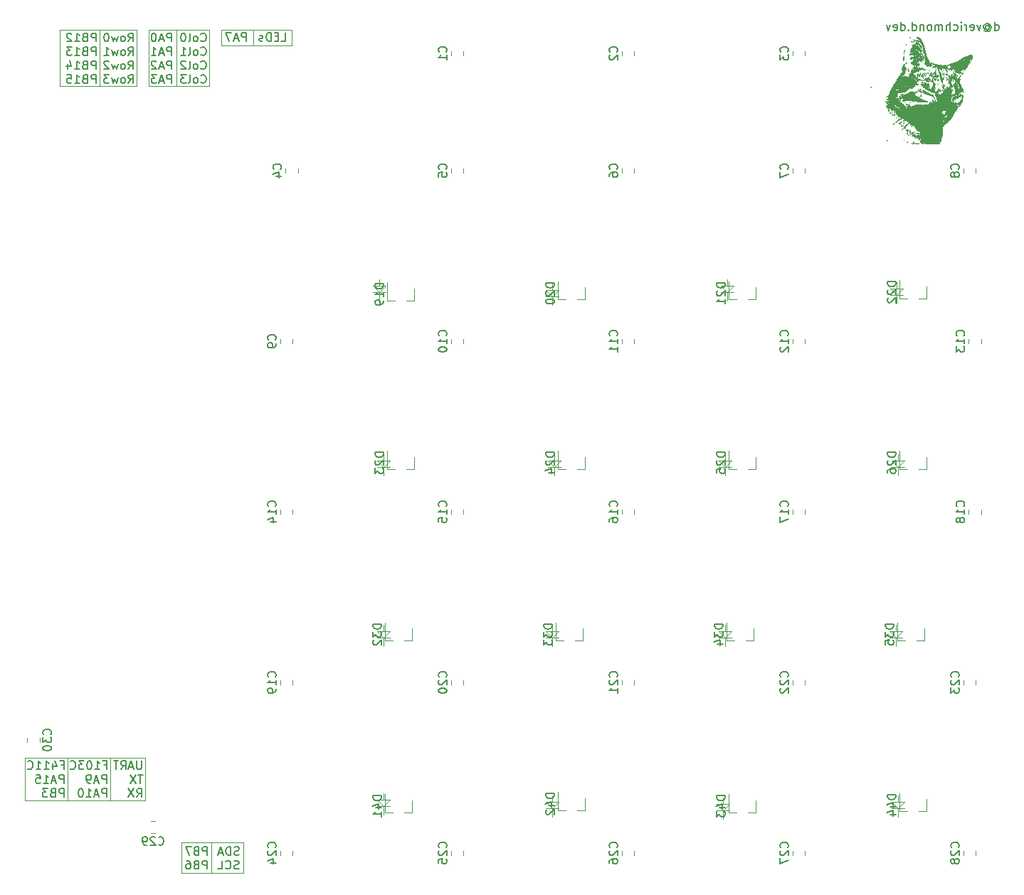
<source format=gbr>
%TF.GenerationSoftware,KiCad,Pcbnew,(5.1.9)-1*%
%TF.CreationDate,2021-04-29T15:18:09+10:00*%
%TF.ProjectId,MiniKeyboard,4d696e69-4b65-4796-926f-6172642e6b69,rev?*%
%TF.SameCoordinates,Original*%
%TF.FileFunction,Legend,Bot*%
%TF.FilePolarity,Positive*%
%FSLAX46Y46*%
G04 Gerber Fmt 4.6, Leading zero omitted, Abs format (unit mm)*
G04 Created by KiCad (PCBNEW (5.1.9)-1) date 2021-04-29 15:18:09*
%MOMM*%
%LPD*%
G01*
G04 APERTURE LIST*
%ADD10C,0.150000*%
%ADD11C,0.120000*%
%ADD12C,0.010000*%
G04 APERTURE END LIST*
D10*
X213200476Y-48077380D02*
X213200476Y-47077380D01*
X213200476Y-48029761D02*
X213295714Y-48077380D01*
X213486190Y-48077380D01*
X213581428Y-48029761D01*
X213629047Y-47982142D01*
X213676666Y-47886904D01*
X213676666Y-47601190D01*
X213629047Y-47505952D01*
X213581428Y-47458333D01*
X213486190Y-47410714D01*
X213295714Y-47410714D01*
X213200476Y-47458333D01*
X212105238Y-47601190D02*
X212152857Y-47553571D01*
X212248095Y-47505952D01*
X212343333Y-47505952D01*
X212438571Y-47553571D01*
X212486190Y-47601190D01*
X212533809Y-47696428D01*
X212533809Y-47791666D01*
X212486190Y-47886904D01*
X212438571Y-47934523D01*
X212343333Y-47982142D01*
X212248095Y-47982142D01*
X212152857Y-47934523D01*
X212105238Y-47886904D01*
X212105238Y-47505952D02*
X212105238Y-47886904D01*
X212057619Y-47934523D01*
X212010000Y-47934523D01*
X211914761Y-47886904D01*
X211867142Y-47791666D01*
X211867142Y-47553571D01*
X211962380Y-47410714D01*
X212105238Y-47315476D01*
X212295714Y-47267857D01*
X212486190Y-47315476D01*
X212629047Y-47410714D01*
X212724285Y-47553571D01*
X212771904Y-47744047D01*
X212724285Y-47934523D01*
X212629047Y-48077380D01*
X212486190Y-48172619D01*
X212295714Y-48220238D01*
X212105238Y-48172619D01*
X211962380Y-48077380D01*
X211533809Y-47410714D02*
X211295714Y-48077380D01*
X211057619Y-47410714D01*
X210295714Y-48029761D02*
X210390952Y-48077380D01*
X210581428Y-48077380D01*
X210676666Y-48029761D01*
X210724285Y-47934523D01*
X210724285Y-47553571D01*
X210676666Y-47458333D01*
X210581428Y-47410714D01*
X210390952Y-47410714D01*
X210295714Y-47458333D01*
X210248095Y-47553571D01*
X210248095Y-47648809D01*
X210724285Y-47744047D01*
X209819523Y-48077380D02*
X209819523Y-47410714D01*
X209819523Y-47601190D02*
X209771904Y-47505952D01*
X209724285Y-47458333D01*
X209629047Y-47410714D01*
X209533809Y-47410714D01*
X209200476Y-48077380D02*
X209200476Y-47410714D01*
X209200476Y-47077380D02*
X209248095Y-47125000D01*
X209200476Y-47172619D01*
X209152857Y-47125000D01*
X209200476Y-47077380D01*
X209200476Y-47172619D01*
X208295714Y-48029761D02*
X208390952Y-48077380D01*
X208581428Y-48077380D01*
X208676666Y-48029761D01*
X208724285Y-47982142D01*
X208771904Y-47886904D01*
X208771904Y-47601190D01*
X208724285Y-47505952D01*
X208676666Y-47458333D01*
X208581428Y-47410714D01*
X208390952Y-47410714D01*
X208295714Y-47458333D01*
X207867142Y-48077380D02*
X207867142Y-47077380D01*
X207438571Y-48077380D02*
X207438571Y-47553571D01*
X207486190Y-47458333D01*
X207581428Y-47410714D01*
X207724285Y-47410714D01*
X207819523Y-47458333D01*
X207867142Y-47505952D01*
X206962380Y-48077380D02*
X206962380Y-47410714D01*
X206962380Y-47505952D02*
X206914761Y-47458333D01*
X206819523Y-47410714D01*
X206676666Y-47410714D01*
X206581428Y-47458333D01*
X206533809Y-47553571D01*
X206533809Y-48077380D01*
X206533809Y-47553571D02*
X206486190Y-47458333D01*
X206390952Y-47410714D01*
X206248095Y-47410714D01*
X206152857Y-47458333D01*
X206105238Y-47553571D01*
X206105238Y-48077380D01*
X205486190Y-48077380D02*
X205581428Y-48029761D01*
X205629047Y-47982142D01*
X205676666Y-47886904D01*
X205676666Y-47601190D01*
X205629047Y-47505952D01*
X205581428Y-47458333D01*
X205486190Y-47410714D01*
X205343333Y-47410714D01*
X205248095Y-47458333D01*
X205200476Y-47505952D01*
X205152857Y-47601190D01*
X205152857Y-47886904D01*
X205200476Y-47982142D01*
X205248095Y-48029761D01*
X205343333Y-48077380D01*
X205486190Y-48077380D01*
X204724285Y-47410714D02*
X204724285Y-48077380D01*
X204724285Y-47505952D02*
X204676666Y-47458333D01*
X204581428Y-47410714D01*
X204438571Y-47410714D01*
X204343333Y-47458333D01*
X204295714Y-47553571D01*
X204295714Y-48077380D01*
X203390952Y-48077380D02*
X203390952Y-47077380D01*
X203390952Y-48029761D02*
X203486190Y-48077380D01*
X203676666Y-48077380D01*
X203771904Y-48029761D01*
X203819523Y-47982142D01*
X203867142Y-47886904D01*
X203867142Y-47601190D01*
X203819523Y-47505952D01*
X203771904Y-47458333D01*
X203676666Y-47410714D01*
X203486190Y-47410714D01*
X203390952Y-47458333D01*
X202914761Y-47982142D02*
X202867142Y-48029761D01*
X202914761Y-48077380D01*
X202962380Y-48029761D01*
X202914761Y-47982142D01*
X202914761Y-48077380D01*
X202010000Y-48077380D02*
X202010000Y-47077380D01*
X202010000Y-48029761D02*
X202105238Y-48077380D01*
X202295714Y-48077380D01*
X202390952Y-48029761D01*
X202438571Y-47982142D01*
X202486190Y-47886904D01*
X202486190Y-47601190D01*
X202438571Y-47505952D01*
X202390952Y-47458333D01*
X202295714Y-47410714D01*
X202105238Y-47410714D01*
X202010000Y-47458333D01*
X201152857Y-48029761D02*
X201248095Y-48077380D01*
X201438571Y-48077380D01*
X201533809Y-48029761D01*
X201581428Y-47934523D01*
X201581428Y-47553571D01*
X201533809Y-47458333D01*
X201438571Y-47410714D01*
X201248095Y-47410714D01*
X201152857Y-47458333D01*
X201105238Y-47553571D01*
X201105238Y-47648809D01*
X201581428Y-47744047D01*
X200771904Y-47410714D02*
X200533809Y-48077380D01*
X200295714Y-47410714D01*
D11*
X102870000Y-134747000D02*
X102870000Y-139827000D01*
X107950000Y-134747000D02*
X107950000Y-139827000D01*
X97790000Y-139827000D02*
X97790000Y-134747000D01*
X112141000Y-139827000D02*
X97790000Y-139827000D01*
X112141000Y-134747000D02*
X112141000Y-139827000D01*
X97790000Y-134747000D02*
X112141000Y-134747000D01*
X112522000Y-48006000D02*
X119761000Y-48006000D01*
X112522000Y-54737000D02*
X119761000Y-54737000D01*
X129540000Y-48006000D02*
X121158000Y-48006000D01*
X101981000Y-54737000D02*
X111125000Y-54737000D01*
X111125000Y-48006000D02*
X101981000Y-48006000D01*
X116459000Y-144780000D02*
X123825000Y-144780000D01*
X120015000Y-144780000D02*
X120015000Y-148336000D01*
X123825000Y-148463000D02*
X123825000Y-144780000D01*
X116459000Y-148463000D02*
X123825000Y-148463000D01*
X116459000Y-144780000D02*
X116459000Y-148463000D01*
X124968000Y-48006000D02*
X124968000Y-49911000D01*
X121158000Y-48006000D02*
X121158000Y-49911000D01*
X129540000Y-49911000D02*
X121158000Y-49911000D01*
X129540000Y-48006000D02*
X129540000Y-49911000D01*
X115824000Y-48006000D02*
X115824000Y-54737000D01*
X112522000Y-54737000D02*
X112522000Y-48006000D01*
X111125000Y-48006000D02*
X111125000Y-54737000D01*
X106680000Y-48006000D02*
X106680000Y-54737000D01*
X101981000Y-53086000D02*
X101981000Y-51308000D01*
X101981000Y-54737000D02*
X101981000Y-48006000D01*
X119761000Y-48006000D02*
X119761000Y-54737000D01*
D10*
X102074071Y-135565571D02*
X102407404Y-135565571D01*
X102407404Y-136089380D02*
X102407404Y-135089380D01*
X101931214Y-135089380D01*
X101121690Y-135422714D02*
X101121690Y-136089380D01*
X101359785Y-135041761D02*
X101597880Y-135756047D01*
X100978833Y-135756047D01*
X100074071Y-136089380D02*
X100645500Y-136089380D01*
X100359785Y-136089380D02*
X100359785Y-135089380D01*
X100455023Y-135232238D01*
X100550261Y-135327476D01*
X100645500Y-135375095D01*
X99121690Y-136089380D02*
X99693119Y-136089380D01*
X99407404Y-136089380D02*
X99407404Y-135089380D01*
X99502642Y-135232238D01*
X99597880Y-135327476D01*
X99693119Y-135375095D01*
X98121690Y-135994142D02*
X98169309Y-136041761D01*
X98312166Y-136089380D01*
X98407404Y-136089380D01*
X98550261Y-136041761D01*
X98645500Y-135946523D01*
X98693119Y-135851285D01*
X98740738Y-135660809D01*
X98740738Y-135517952D01*
X98693119Y-135327476D01*
X98645500Y-135232238D01*
X98550261Y-135137000D01*
X98407404Y-135089380D01*
X98312166Y-135089380D01*
X98169309Y-135137000D01*
X98121690Y-135184619D01*
X102407404Y-137739380D02*
X102407404Y-136739380D01*
X102026452Y-136739380D01*
X101931214Y-136787000D01*
X101883595Y-136834619D01*
X101835976Y-136929857D01*
X101835976Y-137072714D01*
X101883595Y-137167952D01*
X101931214Y-137215571D01*
X102026452Y-137263190D01*
X102407404Y-137263190D01*
X101455023Y-137453666D02*
X100978833Y-137453666D01*
X101550261Y-137739380D02*
X101216928Y-136739380D01*
X100883595Y-137739380D01*
X100026452Y-137739380D02*
X100597880Y-137739380D01*
X100312166Y-137739380D02*
X100312166Y-136739380D01*
X100407404Y-136882238D01*
X100502642Y-136977476D01*
X100597880Y-137025095D01*
X99121690Y-136739380D02*
X99597880Y-136739380D01*
X99645500Y-137215571D01*
X99597880Y-137167952D01*
X99502642Y-137120333D01*
X99264547Y-137120333D01*
X99169309Y-137167952D01*
X99121690Y-137215571D01*
X99074071Y-137310809D01*
X99074071Y-137548904D01*
X99121690Y-137644142D01*
X99169309Y-137691761D01*
X99264547Y-137739380D01*
X99502642Y-137739380D01*
X99597880Y-137691761D01*
X99645500Y-137644142D01*
X102407404Y-139389380D02*
X102407404Y-138389380D01*
X102026452Y-138389380D01*
X101931214Y-138437000D01*
X101883595Y-138484619D01*
X101835976Y-138579857D01*
X101835976Y-138722714D01*
X101883595Y-138817952D01*
X101931214Y-138865571D01*
X102026452Y-138913190D01*
X102407404Y-138913190D01*
X101074071Y-138865571D02*
X100931214Y-138913190D01*
X100883595Y-138960809D01*
X100835976Y-139056047D01*
X100835976Y-139198904D01*
X100883595Y-139294142D01*
X100931214Y-139341761D01*
X101026452Y-139389380D01*
X101407404Y-139389380D01*
X101407404Y-138389380D01*
X101074071Y-138389380D01*
X100978833Y-138437000D01*
X100931214Y-138484619D01*
X100883595Y-138579857D01*
X100883595Y-138675095D01*
X100931214Y-138770333D01*
X100978833Y-138817952D01*
X101074071Y-138865571D01*
X101407404Y-138865571D01*
X100502642Y-138389380D02*
X99883595Y-138389380D01*
X100216928Y-138770333D01*
X100074071Y-138770333D01*
X99978833Y-138817952D01*
X99931214Y-138865571D01*
X99883595Y-138960809D01*
X99883595Y-139198904D01*
X99931214Y-139294142D01*
X99978833Y-139341761D01*
X100074071Y-139389380D01*
X100359785Y-139389380D01*
X100455023Y-139341761D01*
X100502642Y-139294142D01*
X107154071Y-135565571D02*
X107487404Y-135565571D01*
X107487404Y-136089380D02*
X107487404Y-135089380D01*
X107011214Y-135089380D01*
X106106452Y-136089380D02*
X106677880Y-136089380D01*
X106392166Y-136089380D02*
X106392166Y-135089380D01*
X106487404Y-135232238D01*
X106582642Y-135327476D01*
X106677880Y-135375095D01*
X105487404Y-135089380D02*
X105392166Y-135089380D01*
X105296928Y-135137000D01*
X105249309Y-135184619D01*
X105201690Y-135279857D01*
X105154071Y-135470333D01*
X105154071Y-135708428D01*
X105201690Y-135898904D01*
X105249309Y-135994142D01*
X105296928Y-136041761D01*
X105392166Y-136089380D01*
X105487404Y-136089380D01*
X105582642Y-136041761D01*
X105630261Y-135994142D01*
X105677880Y-135898904D01*
X105725500Y-135708428D01*
X105725500Y-135470333D01*
X105677880Y-135279857D01*
X105630261Y-135184619D01*
X105582642Y-135137000D01*
X105487404Y-135089380D01*
X104820738Y-135089380D02*
X104201690Y-135089380D01*
X104535023Y-135470333D01*
X104392166Y-135470333D01*
X104296928Y-135517952D01*
X104249309Y-135565571D01*
X104201690Y-135660809D01*
X104201690Y-135898904D01*
X104249309Y-135994142D01*
X104296928Y-136041761D01*
X104392166Y-136089380D01*
X104677880Y-136089380D01*
X104773119Y-136041761D01*
X104820738Y-135994142D01*
X103201690Y-135994142D02*
X103249309Y-136041761D01*
X103392166Y-136089380D01*
X103487404Y-136089380D01*
X103630261Y-136041761D01*
X103725500Y-135946523D01*
X103773119Y-135851285D01*
X103820738Y-135660809D01*
X103820738Y-135517952D01*
X103773119Y-135327476D01*
X103725500Y-135232238D01*
X103630261Y-135137000D01*
X103487404Y-135089380D01*
X103392166Y-135089380D01*
X103249309Y-135137000D01*
X103201690Y-135184619D01*
X107487404Y-137739380D02*
X107487404Y-136739380D01*
X107106452Y-136739380D01*
X107011214Y-136787000D01*
X106963595Y-136834619D01*
X106915976Y-136929857D01*
X106915976Y-137072714D01*
X106963595Y-137167952D01*
X107011214Y-137215571D01*
X107106452Y-137263190D01*
X107487404Y-137263190D01*
X106535023Y-137453666D02*
X106058833Y-137453666D01*
X106630261Y-137739380D02*
X106296928Y-136739380D01*
X105963595Y-137739380D01*
X105582642Y-137739380D02*
X105392166Y-137739380D01*
X105296928Y-137691761D01*
X105249309Y-137644142D01*
X105154071Y-137501285D01*
X105106452Y-137310809D01*
X105106452Y-136929857D01*
X105154071Y-136834619D01*
X105201690Y-136787000D01*
X105296928Y-136739380D01*
X105487404Y-136739380D01*
X105582642Y-136787000D01*
X105630261Y-136834619D01*
X105677880Y-136929857D01*
X105677880Y-137167952D01*
X105630261Y-137263190D01*
X105582642Y-137310809D01*
X105487404Y-137358428D01*
X105296928Y-137358428D01*
X105201690Y-137310809D01*
X105154071Y-137263190D01*
X105106452Y-137167952D01*
X107487404Y-139389380D02*
X107487404Y-138389380D01*
X107106452Y-138389380D01*
X107011214Y-138437000D01*
X106963595Y-138484619D01*
X106915976Y-138579857D01*
X106915976Y-138722714D01*
X106963595Y-138817952D01*
X107011214Y-138865571D01*
X107106452Y-138913190D01*
X107487404Y-138913190D01*
X106535023Y-139103666D02*
X106058833Y-139103666D01*
X106630261Y-139389380D02*
X106296928Y-138389380D01*
X105963595Y-139389380D01*
X105106452Y-139389380D02*
X105677880Y-139389380D01*
X105392166Y-139389380D02*
X105392166Y-138389380D01*
X105487404Y-138532238D01*
X105582642Y-138627476D01*
X105677880Y-138675095D01*
X104487404Y-138389380D02*
X104392166Y-138389380D01*
X104296928Y-138437000D01*
X104249309Y-138484619D01*
X104201690Y-138579857D01*
X104154071Y-138770333D01*
X104154071Y-139008428D01*
X104201690Y-139198904D01*
X104249309Y-139294142D01*
X104296928Y-139341761D01*
X104392166Y-139389380D01*
X104487404Y-139389380D01*
X104582642Y-139341761D01*
X104630261Y-139294142D01*
X104677880Y-139198904D01*
X104725500Y-139008428D01*
X104725500Y-138770333D01*
X104677880Y-138579857D01*
X104630261Y-138484619D01*
X104582642Y-138437000D01*
X104487404Y-138389380D01*
X111678404Y-135089380D02*
X111678404Y-135898904D01*
X111630785Y-135994142D01*
X111583166Y-136041761D01*
X111487928Y-136089380D01*
X111297452Y-136089380D01*
X111202214Y-136041761D01*
X111154595Y-135994142D01*
X111106976Y-135898904D01*
X111106976Y-135089380D01*
X110678404Y-135803666D02*
X110202214Y-135803666D01*
X110773642Y-136089380D02*
X110440309Y-135089380D01*
X110106976Y-136089380D01*
X109202214Y-136089380D02*
X109535547Y-135613190D01*
X109773642Y-136089380D02*
X109773642Y-135089380D01*
X109392690Y-135089380D01*
X109297452Y-135137000D01*
X109249833Y-135184619D01*
X109202214Y-135279857D01*
X109202214Y-135422714D01*
X109249833Y-135517952D01*
X109297452Y-135565571D01*
X109392690Y-135613190D01*
X109773642Y-135613190D01*
X108916500Y-135089380D02*
X108345071Y-135089380D01*
X108630785Y-136089380D02*
X108630785Y-135089380D01*
X111821261Y-136739380D02*
X111249833Y-136739380D01*
X111535547Y-137739380D02*
X111535547Y-136739380D01*
X111011738Y-136739380D02*
X110345071Y-137739380D01*
X110345071Y-136739380D02*
X111011738Y-137739380D01*
X111106976Y-139389380D02*
X111440309Y-138913190D01*
X111678404Y-139389380D02*
X111678404Y-138389380D01*
X111297452Y-138389380D01*
X111202214Y-138437000D01*
X111154595Y-138484619D01*
X111106976Y-138579857D01*
X111106976Y-138722714D01*
X111154595Y-138817952D01*
X111202214Y-138865571D01*
X111297452Y-138913190D01*
X111678404Y-138913190D01*
X110773642Y-138389380D02*
X110106976Y-139389380D01*
X110106976Y-138389380D02*
X110773642Y-139389380D01*
X124102666Y-49347380D02*
X124102666Y-48347380D01*
X123721714Y-48347380D01*
X123626476Y-48395000D01*
X123578857Y-48442619D01*
X123531238Y-48537857D01*
X123531238Y-48680714D01*
X123578857Y-48775952D01*
X123626476Y-48823571D01*
X123721714Y-48871190D01*
X124102666Y-48871190D01*
X123150285Y-49061666D02*
X122674095Y-49061666D01*
X123245523Y-49347380D02*
X122912190Y-48347380D01*
X122578857Y-49347380D01*
X122340761Y-48347380D02*
X121674095Y-48347380D01*
X122102666Y-49347380D01*
X128301619Y-49347380D02*
X128777809Y-49347380D01*
X128777809Y-48347380D01*
X127968285Y-48823571D02*
X127634952Y-48823571D01*
X127492095Y-49347380D02*
X127968285Y-49347380D01*
X127968285Y-48347380D01*
X127492095Y-48347380D01*
X127063523Y-49347380D02*
X127063523Y-48347380D01*
X126825428Y-48347380D01*
X126682571Y-48395000D01*
X126587333Y-48490238D01*
X126539714Y-48585476D01*
X126492095Y-48775952D01*
X126492095Y-48918809D01*
X126539714Y-49109285D01*
X126587333Y-49204523D01*
X126682571Y-49299761D01*
X126825428Y-49347380D01*
X127063523Y-49347380D01*
X126111142Y-49299761D02*
X126015904Y-49347380D01*
X125825428Y-49347380D01*
X125730190Y-49299761D01*
X125682571Y-49204523D01*
X125682571Y-49156904D01*
X125730190Y-49061666D01*
X125825428Y-49014047D01*
X125968285Y-49014047D01*
X126063523Y-48966428D01*
X126111142Y-48871190D01*
X126111142Y-48823571D01*
X126063523Y-48728333D01*
X125968285Y-48680714D01*
X125825428Y-48680714D01*
X125730190Y-48728333D01*
X119475095Y-146312380D02*
X119475095Y-145312380D01*
X119094142Y-145312380D01*
X118998904Y-145360000D01*
X118951285Y-145407619D01*
X118903666Y-145502857D01*
X118903666Y-145645714D01*
X118951285Y-145740952D01*
X118998904Y-145788571D01*
X119094142Y-145836190D01*
X119475095Y-145836190D01*
X118141761Y-145788571D02*
X117998904Y-145836190D01*
X117951285Y-145883809D01*
X117903666Y-145979047D01*
X117903666Y-146121904D01*
X117951285Y-146217142D01*
X117998904Y-146264761D01*
X118094142Y-146312380D01*
X118475095Y-146312380D01*
X118475095Y-145312380D01*
X118141761Y-145312380D01*
X118046523Y-145360000D01*
X117998904Y-145407619D01*
X117951285Y-145502857D01*
X117951285Y-145598095D01*
X117998904Y-145693333D01*
X118046523Y-145740952D01*
X118141761Y-145788571D01*
X118475095Y-145788571D01*
X117570333Y-145312380D02*
X116903666Y-145312380D01*
X117332238Y-146312380D01*
X119475095Y-147962380D02*
X119475095Y-146962380D01*
X119094142Y-146962380D01*
X118998904Y-147010000D01*
X118951285Y-147057619D01*
X118903666Y-147152857D01*
X118903666Y-147295714D01*
X118951285Y-147390952D01*
X118998904Y-147438571D01*
X119094142Y-147486190D01*
X119475095Y-147486190D01*
X118141761Y-147438571D02*
X117998904Y-147486190D01*
X117951285Y-147533809D01*
X117903666Y-147629047D01*
X117903666Y-147771904D01*
X117951285Y-147867142D01*
X117998904Y-147914761D01*
X118094142Y-147962380D01*
X118475095Y-147962380D01*
X118475095Y-146962380D01*
X118141761Y-146962380D01*
X118046523Y-147010000D01*
X117998904Y-147057619D01*
X117951285Y-147152857D01*
X117951285Y-147248095D01*
X117998904Y-147343333D01*
X118046523Y-147390952D01*
X118141761Y-147438571D01*
X118475095Y-147438571D01*
X117046523Y-146962380D02*
X117237000Y-146962380D01*
X117332238Y-147010000D01*
X117379857Y-147057619D01*
X117475095Y-147200476D01*
X117522714Y-147390952D01*
X117522714Y-147771904D01*
X117475095Y-147867142D01*
X117427476Y-147914761D01*
X117332238Y-147962380D01*
X117141761Y-147962380D01*
X117046523Y-147914761D01*
X116998904Y-147867142D01*
X116951285Y-147771904D01*
X116951285Y-147533809D01*
X116998904Y-147438571D01*
X117046523Y-147390952D01*
X117141761Y-147343333D01*
X117332238Y-147343333D01*
X117427476Y-147390952D01*
X117475095Y-147438571D01*
X117522714Y-147533809D01*
X123261285Y-146264761D02*
X123118428Y-146312380D01*
X122880333Y-146312380D01*
X122785095Y-146264761D01*
X122737476Y-146217142D01*
X122689857Y-146121904D01*
X122689857Y-146026666D01*
X122737476Y-145931428D01*
X122785095Y-145883809D01*
X122880333Y-145836190D01*
X123070809Y-145788571D01*
X123166047Y-145740952D01*
X123213666Y-145693333D01*
X123261285Y-145598095D01*
X123261285Y-145502857D01*
X123213666Y-145407619D01*
X123166047Y-145360000D01*
X123070809Y-145312380D01*
X122832714Y-145312380D01*
X122689857Y-145360000D01*
X122261285Y-146312380D02*
X122261285Y-145312380D01*
X122023190Y-145312380D01*
X121880333Y-145360000D01*
X121785095Y-145455238D01*
X121737476Y-145550476D01*
X121689857Y-145740952D01*
X121689857Y-145883809D01*
X121737476Y-146074285D01*
X121785095Y-146169523D01*
X121880333Y-146264761D01*
X122023190Y-146312380D01*
X122261285Y-146312380D01*
X121308904Y-146026666D02*
X120832714Y-146026666D01*
X121404142Y-146312380D02*
X121070809Y-145312380D01*
X120737476Y-146312380D01*
X123237476Y-147914761D02*
X123094619Y-147962380D01*
X122856523Y-147962380D01*
X122761285Y-147914761D01*
X122713666Y-147867142D01*
X122666047Y-147771904D01*
X122666047Y-147676666D01*
X122713666Y-147581428D01*
X122761285Y-147533809D01*
X122856523Y-147486190D01*
X123047000Y-147438571D01*
X123142238Y-147390952D01*
X123189857Y-147343333D01*
X123237476Y-147248095D01*
X123237476Y-147152857D01*
X123189857Y-147057619D01*
X123142238Y-147010000D01*
X123047000Y-146962380D01*
X122808904Y-146962380D01*
X122666047Y-147010000D01*
X121666047Y-147867142D02*
X121713666Y-147914761D01*
X121856523Y-147962380D01*
X121951761Y-147962380D01*
X122094619Y-147914761D01*
X122189857Y-147819523D01*
X122237476Y-147724285D01*
X122285095Y-147533809D01*
X122285095Y-147390952D01*
X122237476Y-147200476D01*
X122189857Y-147105238D01*
X122094619Y-147010000D01*
X121951761Y-146962380D01*
X121856523Y-146962380D01*
X121713666Y-147010000D01*
X121666047Y-147057619D01*
X120761285Y-147962380D02*
X121237476Y-147962380D01*
X121237476Y-146962380D01*
X106235285Y-49412380D02*
X106235285Y-48412380D01*
X105854333Y-48412380D01*
X105759095Y-48460000D01*
X105711476Y-48507619D01*
X105663857Y-48602857D01*
X105663857Y-48745714D01*
X105711476Y-48840952D01*
X105759095Y-48888571D01*
X105854333Y-48936190D01*
X106235285Y-48936190D01*
X104901952Y-48888571D02*
X104759095Y-48936190D01*
X104711476Y-48983809D01*
X104663857Y-49079047D01*
X104663857Y-49221904D01*
X104711476Y-49317142D01*
X104759095Y-49364761D01*
X104854333Y-49412380D01*
X105235285Y-49412380D01*
X105235285Y-48412380D01*
X104901952Y-48412380D01*
X104806714Y-48460000D01*
X104759095Y-48507619D01*
X104711476Y-48602857D01*
X104711476Y-48698095D01*
X104759095Y-48793333D01*
X104806714Y-48840952D01*
X104901952Y-48888571D01*
X105235285Y-48888571D01*
X103711476Y-49412380D02*
X104282904Y-49412380D01*
X103997190Y-49412380D02*
X103997190Y-48412380D01*
X104092428Y-48555238D01*
X104187666Y-48650476D01*
X104282904Y-48698095D01*
X103330523Y-48507619D02*
X103282904Y-48460000D01*
X103187666Y-48412380D01*
X102949571Y-48412380D01*
X102854333Y-48460000D01*
X102806714Y-48507619D01*
X102759095Y-48602857D01*
X102759095Y-48698095D01*
X102806714Y-48840952D01*
X103378142Y-49412380D01*
X102759095Y-49412380D01*
X106235285Y-51062380D02*
X106235285Y-50062380D01*
X105854333Y-50062380D01*
X105759095Y-50110000D01*
X105711476Y-50157619D01*
X105663857Y-50252857D01*
X105663857Y-50395714D01*
X105711476Y-50490952D01*
X105759095Y-50538571D01*
X105854333Y-50586190D01*
X106235285Y-50586190D01*
X104901952Y-50538571D02*
X104759095Y-50586190D01*
X104711476Y-50633809D01*
X104663857Y-50729047D01*
X104663857Y-50871904D01*
X104711476Y-50967142D01*
X104759095Y-51014761D01*
X104854333Y-51062380D01*
X105235285Y-51062380D01*
X105235285Y-50062380D01*
X104901952Y-50062380D01*
X104806714Y-50110000D01*
X104759095Y-50157619D01*
X104711476Y-50252857D01*
X104711476Y-50348095D01*
X104759095Y-50443333D01*
X104806714Y-50490952D01*
X104901952Y-50538571D01*
X105235285Y-50538571D01*
X103711476Y-51062380D02*
X104282904Y-51062380D01*
X103997190Y-51062380D02*
X103997190Y-50062380D01*
X104092428Y-50205238D01*
X104187666Y-50300476D01*
X104282904Y-50348095D01*
X103378142Y-50062380D02*
X102759095Y-50062380D01*
X103092428Y-50443333D01*
X102949571Y-50443333D01*
X102854333Y-50490952D01*
X102806714Y-50538571D01*
X102759095Y-50633809D01*
X102759095Y-50871904D01*
X102806714Y-50967142D01*
X102854333Y-51014761D01*
X102949571Y-51062380D01*
X103235285Y-51062380D01*
X103330523Y-51014761D01*
X103378142Y-50967142D01*
X106235285Y-52712380D02*
X106235285Y-51712380D01*
X105854333Y-51712380D01*
X105759095Y-51760000D01*
X105711476Y-51807619D01*
X105663857Y-51902857D01*
X105663857Y-52045714D01*
X105711476Y-52140952D01*
X105759095Y-52188571D01*
X105854333Y-52236190D01*
X106235285Y-52236190D01*
X104901952Y-52188571D02*
X104759095Y-52236190D01*
X104711476Y-52283809D01*
X104663857Y-52379047D01*
X104663857Y-52521904D01*
X104711476Y-52617142D01*
X104759095Y-52664761D01*
X104854333Y-52712380D01*
X105235285Y-52712380D01*
X105235285Y-51712380D01*
X104901952Y-51712380D01*
X104806714Y-51760000D01*
X104759095Y-51807619D01*
X104711476Y-51902857D01*
X104711476Y-51998095D01*
X104759095Y-52093333D01*
X104806714Y-52140952D01*
X104901952Y-52188571D01*
X105235285Y-52188571D01*
X103711476Y-52712380D02*
X104282904Y-52712380D01*
X103997190Y-52712380D02*
X103997190Y-51712380D01*
X104092428Y-51855238D01*
X104187666Y-51950476D01*
X104282904Y-51998095D01*
X102854333Y-52045714D02*
X102854333Y-52712380D01*
X103092428Y-51664761D02*
X103330523Y-52379047D01*
X102711476Y-52379047D01*
X106235285Y-54362380D02*
X106235285Y-53362380D01*
X105854333Y-53362380D01*
X105759095Y-53410000D01*
X105711476Y-53457619D01*
X105663857Y-53552857D01*
X105663857Y-53695714D01*
X105711476Y-53790952D01*
X105759095Y-53838571D01*
X105854333Y-53886190D01*
X106235285Y-53886190D01*
X104901952Y-53838571D02*
X104759095Y-53886190D01*
X104711476Y-53933809D01*
X104663857Y-54029047D01*
X104663857Y-54171904D01*
X104711476Y-54267142D01*
X104759095Y-54314761D01*
X104854333Y-54362380D01*
X105235285Y-54362380D01*
X105235285Y-53362380D01*
X104901952Y-53362380D01*
X104806714Y-53410000D01*
X104759095Y-53457619D01*
X104711476Y-53552857D01*
X104711476Y-53648095D01*
X104759095Y-53743333D01*
X104806714Y-53790952D01*
X104901952Y-53838571D01*
X105235285Y-53838571D01*
X103711476Y-54362380D02*
X104282904Y-54362380D01*
X103997190Y-54362380D02*
X103997190Y-53362380D01*
X104092428Y-53505238D01*
X104187666Y-53600476D01*
X104282904Y-53648095D01*
X102806714Y-53362380D02*
X103282904Y-53362380D01*
X103330523Y-53838571D01*
X103282904Y-53790952D01*
X103187666Y-53743333D01*
X102949571Y-53743333D01*
X102854333Y-53790952D01*
X102806714Y-53838571D01*
X102759095Y-53933809D01*
X102759095Y-54171904D01*
X102806714Y-54267142D01*
X102854333Y-54314761D01*
X102949571Y-54362380D01*
X103187666Y-54362380D01*
X103282904Y-54314761D01*
X103330523Y-54267142D01*
X115212666Y-49412380D02*
X115212666Y-48412380D01*
X114831714Y-48412380D01*
X114736476Y-48460000D01*
X114688857Y-48507619D01*
X114641238Y-48602857D01*
X114641238Y-48745714D01*
X114688857Y-48840952D01*
X114736476Y-48888571D01*
X114831714Y-48936190D01*
X115212666Y-48936190D01*
X114260285Y-49126666D02*
X113784095Y-49126666D01*
X114355523Y-49412380D02*
X114022190Y-48412380D01*
X113688857Y-49412380D01*
X113165047Y-48412380D02*
X113069809Y-48412380D01*
X112974571Y-48460000D01*
X112926952Y-48507619D01*
X112879333Y-48602857D01*
X112831714Y-48793333D01*
X112831714Y-49031428D01*
X112879333Y-49221904D01*
X112926952Y-49317142D01*
X112974571Y-49364761D01*
X113069809Y-49412380D01*
X113165047Y-49412380D01*
X113260285Y-49364761D01*
X113307904Y-49317142D01*
X113355523Y-49221904D01*
X113403142Y-49031428D01*
X113403142Y-48793333D01*
X113355523Y-48602857D01*
X113307904Y-48507619D01*
X113260285Y-48460000D01*
X113165047Y-48412380D01*
X115212666Y-51062380D02*
X115212666Y-50062380D01*
X114831714Y-50062380D01*
X114736476Y-50110000D01*
X114688857Y-50157619D01*
X114641238Y-50252857D01*
X114641238Y-50395714D01*
X114688857Y-50490952D01*
X114736476Y-50538571D01*
X114831714Y-50586190D01*
X115212666Y-50586190D01*
X114260285Y-50776666D02*
X113784095Y-50776666D01*
X114355523Y-51062380D02*
X114022190Y-50062380D01*
X113688857Y-51062380D01*
X112831714Y-51062380D02*
X113403142Y-51062380D01*
X113117428Y-51062380D02*
X113117428Y-50062380D01*
X113212666Y-50205238D01*
X113307904Y-50300476D01*
X113403142Y-50348095D01*
X115212666Y-52712380D02*
X115212666Y-51712380D01*
X114831714Y-51712380D01*
X114736476Y-51760000D01*
X114688857Y-51807619D01*
X114641238Y-51902857D01*
X114641238Y-52045714D01*
X114688857Y-52140952D01*
X114736476Y-52188571D01*
X114831714Y-52236190D01*
X115212666Y-52236190D01*
X114260285Y-52426666D02*
X113784095Y-52426666D01*
X114355523Y-52712380D02*
X114022190Y-51712380D01*
X113688857Y-52712380D01*
X113403142Y-51807619D02*
X113355523Y-51760000D01*
X113260285Y-51712380D01*
X113022190Y-51712380D01*
X112926952Y-51760000D01*
X112879333Y-51807619D01*
X112831714Y-51902857D01*
X112831714Y-51998095D01*
X112879333Y-52140952D01*
X113450761Y-52712380D01*
X112831714Y-52712380D01*
X115212666Y-54362380D02*
X115212666Y-53362380D01*
X114831714Y-53362380D01*
X114736476Y-53410000D01*
X114688857Y-53457619D01*
X114641238Y-53552857D01*
X114641238Y-53695714D01*
X114688857Y-53790952D01*
X114736476Y-53838571D01*
X114831714Y-53886190D01*
X115212666Y-53886190D01*
X114260285Y-54076666D02*
X113784095Y-54076666D01*
X114355523Y-54362380D02*
X114022190Y-53362380D01*
X113688857Y-54362380D01*
X113450761Y-53362380D02*
X112831714Y-53362380D01*
X113165047Y-53743333D01*
X113022190Y-53743333D01*
X112926952Y-53790952D01*
X112879333Y-53838571D01*
X112831714Y-53933809D01*
X112831714Y-54171904D01*
X112879333Y-54267142D01*
X112926952Y-54314761D01*
X113022190Y-54362380D01*
X113307904Y-54362380D01*
X113403142Y-54314761D01*
X113450761Y-54267142D01*
X110108857Y-49412380D02*
X110442190Y-48936190D01*
X110680285Y-49412380D02*
X110680285Y-48412380D01*
X110299333Y-48412380D01*
X110204095Y-48460000D01*
X110156476Y-48507619D01*
X110108857Y-48602857D01*
X110108857Y-48745714D01*
X110156476Y-48840952D01*
X110204095Y-48888571D01*
X110299333Y-48936190D01*
X110680285Y-48936190D01*
X109537428Y-49412380D02*
X109632666Y-49364761D01*
X109680285Y-49317142D01*
X109727904Y-49221904D01*
X109727904Y-48936190D01*
X109680285Y-48840952D01*
X109632666Y-48793333D01*
X109537428Y-48745714D01*
X109394571Y-48745714D01*
X109299333Y-48793333D01*
X109251714Y-48840952D01*
X109204095Y-48936190D01*
X109204095Y-49221904D01*
X109251714Y-49317142D01*
X109299333Y-49364761D01*
X109394571Y-49412380D01*
X109537428Y-49412380D01*
X108870761Y-48745714D02*
X108680285Y-49412380D01*
X108489809Y-48936190D01*
X108299333Y-49412380D01*
X108108857Y-48745714D01*
X107537428Y-48412380D02*
X107442190Y-48412380D01*
X107346952Y-48460000D01*
X107299333Y-48507619D01*
X107251714Y-48602857D01*
X107204095Y-48793333D01*
X107204095Y-49031428D01*
X107251714Y-49221904D01*
X107299333Y-49317142D01*
X107346952Y-49364761D01*
X107442190Y-49412380D01*
X107537428Y-49412380D01*
X107632666Y-49364761D01*
X107680285Y-49317142D01*
X107727904Y-49221904D01*
X107775523Y-49031428D01*
X107775523Y-48793333D01*
X107727904Y-48602857D01*
X107680285Y-48507619D01*
X107632666Y-48460000D01*
X107537428Y-48412380D01*
X110108857Y-51062380D02*
X110442190Y-50586190D01*
X110680285Y-51062380D02*
X110680285Y-50062380D01*
X110299333Y-50062380D01*
X110204095Y-50110000D01*
X110156476Y-50157619D01*
X110108857Y-50252857D01*
X110108857Y-50395714D01*
X110156476Y-50490952D01*
X110204095Y-50538571D01*
X110299333Y-50586190D01*
X110680285Y-50586190D01*
X109537428Y-51062380D02*
X109632666Y-51014761D01*
X109680285Y-50967142D01*
X109727904Y-50871904D01*
X109727904Y-50586190D01*
X109680285Y-50490952D01*
X109632666Y-50443333D01*
X109537428Y-50395714D01*
X109394571Y-50395714D01*
X109299333Y-50443333D01*
X109251714Y-50490952D01*
X109204095Y-50586190D01*
X109204095Y-50871904D01*
X109251714Y-50967142D01*
X109299333Y-51014761D01*
X109394571Y-51062380D01*
X109537428Y-51062380D01*
X108870761Y-50395714D02*
X108680285Y-51062380D01*
X108489809Y-50586190D01*
X108299333Y-51062380D01*
X108108857Y-50395714D01*
X107204095Y-51062380D02*
X107775523Y-51062380D01*
X107489809Y-51062380D02*
X107489809Y-50062380D01*
X107585047Y-50205238D01*
X107680285Y-50300476D01*
X107775523Y-50348095D01*
X110108857Y-52712380D02*
X110442190Y-52236190D01*
X110680285Y-52712380D02*
X110680285Y-51712380D01*
X110299333Y-51712380D01*
X110204095Y-51760000D01*
X110156476Y-51807619D01*
X110108857Y-51902857D01*
X110108857Y-52045714D01*
X110156476Y-52140952D01*
X110204095Y-52188571D01*
X110299333Y-52236190D01*
X110680285Y-52236190D01*
X109537428Y-52712380D02*
X109632666Y-52664761D01*
X109680285Y-52617142D01*
X109727904Y-52521904D01*
X109727904Y-52236190D01*
X109680285Y-52140952D01*
X109632666Y-52093333D01*
X109537428Y-52045714D01*
X109394571Y-52045714D01*
X109299333Y-52093333D01*
X109251714Y-52140952D01*
X109204095Y-52236190D01*
X109204095Y-52521904D01*
X109251714Y-52617142D01*
X109299333Y-52664761D01*
X109394571Y-52712380D01*
X109537428Y-52712380D01*
X108870761Y-52045714D02*
X108680285Y-52712380D01*
X108489809Y-52236190D01*
X108299333Y-52712380D01*
X108108857Y-52045714D01*
X107775523Y-51807619D02*
X107727904Y-51760000D01*
X107632666Y-51712380D01*
X107394571Y-51712380D01*
X107299333Y-51760000D01*
X107251714Y-51807619D01*
X107204095Y-51902857D01*
X107204095Y-51998095D01*
X107251714Y-52140952D01*
X107823142Y-52712380D01*
X107204095Y-52712380D01*
X110108857Y-54362380D02*
X110442190Y-53886190D01*
X110680285Y-54362380D02*
X110680285Y-53362380D01*
X110299333Y-53362380D01*
X110204095Y-53410000D01*
X110156476Y-53457619D01*
X110108857Y-53552857D01*
X110108857Y-53695714D01*
X110156476Y-53790952D01*
X110204095Y-53838571D01*
X110299333Y-53886190D01*
X110680285Y-53886190D01*
X109537428Y-54362380D02*
X109632666Y-54314761D01*
X109680285Y-54267142D01*
X109727904Y-54171904D01*
X109727904Y-53886190D01*
X109680285Y-53790952D01*
X109632666Y-53743333D01*
X109537428Y-53695714D01*
X109394571Y-53695714D01*
X109299333Y-53743333D01*
X109251714Y-53790952D01*
X109204095Y-53886190D01*
X109204095Y-54171904D01*
X109251714Y-54267142D01*
X109299333Y-54314761D01*
X109394571Y-54362380D01*
X109537428Y-54362380D01*
X108870761Y-53695714D02*
X108680285Y-54362380D01*
X108489809Y-53886190D01*
X108299333Y-54362380D01*
X108108857Y-53695714D01*
X107823142Y-53362380D02*
X107204095Y-53362380D01*
X107537428Y-53743333D01*
X107394571Y-53743333D01*
X107299333Y-53790952D01*
X107251714Y-53838571D01*
X107204095Y-53933809D01*
X107204095Y-54171904D01*
X107251714Y-54267142D01*
X107299333Y-54314761D01*
X107394571Y-54362380D01*
X107680285Y-54362380D01*
X107775523Y-54314761D01*
X107823142Y-54267142D01*
X118736952Y-49317142D02*
X118784571Y-49364761D01*
X118927428Y-49412380D01*
X119022666Y-49412380D01*
X119165523Y-49364761D01*
X119260761Y-49269523D01*
X119308380Y-49174285D01*
X119356000Y-48983809D01*
X119356000Y-48840952D01*
X119308380Y-48650476D01*
X119260761Y-48555238D01*
X119165523Y-48460000D01*
X119022666Y-48412380D01*
X118927428Y-48412380D01*
X118784571Y-48460000D01*
X118736952Y-48507619D01*
X118165523Y-49412380D02*
X118260761Y-49364761D01*
X118308380Y-49317142D01*
X118356000Y-49221904D01*
X118356000Y-48936190D01*
X118308380Y-48840952D01*
X118260761Y-48793333D01*
X118165523Y-48745714D01*
X118022666Y-48745714D01*
X117927428Y-48793333D01*
X117879809Y-48840952D01*
X117832190Y-48936190D01*
X117832190Y-49221904D01*
X117879809Y-49317142D01*
X117927428Y-49364761D01*
X118022666Y-49412380D01*
X118165523Y-49412380D01*
X117260761Y-49412380D02*
X117356000Y-49364761D01*
X117403619Y-49269523D01*
X117403619Y-48412380D01*
X116689333Y-48412380D02*
X116594095Y-48412380D01*
X116498857Y-48460000D01*
X116451238Y-48507619D01*
X116403619Y-48602857D01*
X116356000Y-48793333D01*
X116356000Y-49031428D01*
X116403619Y-49221904D01*
X116451238Y-49317142D01*
X116498857Y-49364761D01*
X116594095Y-49412380D01*
X116689333Y-49412380D01*
X116784571Y-49364761D01*
X116832190Y-49317142D01*
X116879809Y-49221904D01*
X116927428Y-49031428D01*
X116927428Y-48793333D01*
X116879809Y-48602857D01*
X116832190Y-48507619D01*
X116784571Y-48460000D01*
X116689333Y-48412380D01*
X118736952Y-50967142D02*
X118784571Y-51014761D01*
X118927428Y-51062380D01*
X119022666Y-51062380D01*
X119165523Y-51014761D01*
X119260761Y-50919523D01*
X119308380Y-50824285D01*
X119356000Y-50633809D01*
X119356000Y-50490952D01*
X119308380Y-50300476D01*
X119260761Y-50205238D01*
X119165523Y-50110000D01*
X119022666Y-50062380D01*
X118927428Y-50062380D01*
X118784571Y-50110000D01*
X118736952Y-50157619D01*
X118165523Y-51062380D02*
X118260761Y-51014761D01*
X118308380Y-50967142D01*
X118356000Y-50871904D01*
X118356000Y-50586190D01*
X118308380Y-50490952D01*
X118260761Y-50443333D01*
X118165523Y-50395714D01*
X118022666Y-50395714D01*
X117927428Y-50443333D01*
X117879809Y-50490952D01*
X117832190Y-50586190D01*
X117832190Y-50871904D01*
X117879809Y-50967142D01*
X117927428Y-51014761D01*
X118022666Y-51062380D01*
X118165523Y-51062380D01*
X117260761Y-51062380D02*
X117356000Y-51014761D01*
X117403619Y-50919523D01*
X117403619Y-50062380D01*
X116356000Y-51062380D02*
X116927428Y-51062380D01*
X116641714Y-51062380D02*
X116641714Y-50062380D01*
X116736952Y-50205238D01*
X116832190Y-50300476D01*
X116927428Y-50348095D01*
X118736952Y-52617142D02*
X118784571Y-52664761D01*
X118927428Y-52712380D01*
X119022666Y-52712380D01*
X119165523Y-52664761D01*
X119260761Y-52569523D01*
X119308380Y-52474285D01*
X119356000Y-52283809D01*
X119356000Y-52140952D01*
X119308380Y-51950476D01*
X119260761Y-51855238D01*
X119165523Y-51760000D01*
X119022666Y-51712380D01*
X118927428Y-51712380D01*
X118784571Y-51760000D01*
X118736952Y-51807619D01*
X118165523Y-52712380D02*
X118260761Y-52664761D01*
X118308380Y-52617142D01*
X118356000Y-52521904D01*
X118356000Y-52236190D01*
X118308380Y-52140952D01*
X118260761Y-52093333D01*
X118165523Y-52045714D01*
X118022666Y-52045714D01*
X117927428Y-52093333D01*
X117879809Y-52140952D01*
X117832190Y-52236190D01*
X117832190Y-52521904D01*
X117879809Y-52617142D01*
X117927428Y-52664761D01*
X118022666Y-52712380D01*
X118165523Y-52712380D01*
X117260761Y-52712380D02*
X117356000Y-52664761D01*
X117403619Y-52569523D01*
X117403619Y-51712380D01*
X116927428Y-51807619D02*
X116879809Y-51760000D01*
X116784571Y-51712380D01*
X116546476Y-51712380D01*
X116451238Y-51760000D01*
X116403619Y-51807619D01*
X116356000Y-51902857D01*
X116356000Y-51998095D01*
X116403619Y-52140952D01*
X116975047Y-52712380D01*
X116356000Y-52712380D01*
X118736952Y-54267142D02*
X118784571Y-54314761D01*
X118927428Y-54362380D01*
X119022666Y-54362380D01*
X119165523Y-54314761D01*
X119260761Y-54219523D01*
X119308380Y-54124285D01*
X119356000Y-53933809D01*
X119356000Y-53790952D01*
X119308380Y-53600476D01*
X119260761Y-53505238D01*
X119165523Y-53410000D01*
X119022666Y-53362380D01*
X118927428Y-53362380D01*
X118784571Y-53410000D01*
X118736952Y-53457619D01*
X118165523Y-54362380D02*
X118260761Y-54314761D01*
X118308380Y-54267142D01*
X118356000Y-54171904D01*
X118356000Y-53886190D01*
X118308380Y-53790952D01*
X118260761Y-53743333D01*
X118165523Y-53695714D01*
X118022666Y-53695714D01*
X117927428Y-53743333D01*
X117879809Y-53790952D01*
X117832190Y-53886190D01*
X117832190Y-54171904D01*
X117879809Y-54267142D01*
X117927428Y-54314761D01*
X118022666Y-54362380D01*
X118165523Y-54362380D01*
X117260761Y-54362380D02*
X117356000Y-54314761D01*
X117403619Y-54219523D01*
X117403619Y-53362380D01*
X116975047Y-53362380D02*
X116356000Y-53362380D01*
X116689333Y-53743333D01*
X116546476Y-53743333D01*
X116451238Y-53790952D01*
X116403619Y-53838571D01*
X116356000Y-53933809D01*
X116356000Y-54171904D01*
X116403619Y-54267142D01*
X116451238Y-54314761D01*
X116546476Y-54362380D01*
X116832190Y-54362380D01*
X116927428Y-54314761D01*
X116975047Y-54267142D01*
D11*
X200716000Y-78883000D02*
X201478000Y-79645000D01*
X201478000Y-78121000D02*
X201478000Y-78883000D01*
X201478000Y-78883000D02*
X200716000Y-78883000D01*
X202240000Y-78883000D02*
X201478000Y-78883000D01*
X201478000Y-79645000D02*
X201478000Y-80661000D01*
X201478000Y-79645000D02*
X202240000Y-78883000D01*
X200716000Y-79645000D02*
X202240000Y-79645000D01*
X180594000Y-78486000D02*
X181356000Y-79248000D01*
X181356000Y-77724000D02*
X181356000Y-78486000D01*
X181356000Y-78486000D02*
X180594000Y-78486000D01*
X182118000Y-78486000D02*
X181356000Y-78486000D01*
X181356000Y-79248000D02*
X181356000Y-80264000D01*
X181356000Y-79248000D02*
X182118000Y-78486000D01*
X180594000Y-79248000D02*
X182118000Y-79248000D01*
X159766000Y-78994000D02*
X160528000Y-79756000D01*
X160528000Y-78232000D02*
X160528000Y-78994000D01*
X160528000Y-78994000D02*
X159766000Y-78994000D01*
X161290000Y-78994000D02*
X160528000Y-78994000D01*
X160528000Y-79756000D02*
X160528000Y-80772000D01*
X160528000Y-79756000D02*
X161290000Y-78994000D01*
X159766000Y-79756000D02*
X161290000Y-79756000D01*
X139192000Y-78486000D02*
X139954000Y-79248000D01*
X139954000Y-77724000D02*
X139954000Y-78486000D01*
X139954000Y-78486000D02*
X139192000Y-78486000D01*
X140716000Y-78486000D02*
X139954000Y-78486000D01*
X139954000Y-79248000D02*
X139954000Y-80264000D01*
X139954000Y-79248000D02*
X140716000Y-78486000D01*
X139192000Y-79248000D02*
X140716000Y-79248000D01*
X200914000Y-99314000D02*
X201676000Y-100076000D01*
X201676000Y-98552000D02*
X201676000Y-99314000D01*
X201676000Y-99314000D02*
X200914000Y-99314000D01*
X202438000Y-99314000D02*
X201676000Y-99314000D01*
X201676000Y-100076000D02*
X201676000Y-101092000D01*
X201676000Y-100076000D02*
X202438000Y-99314000D01*
X200914000Y-100076000D02*
X202438000Y-100076000D01*
X180340000Y-99314000D02*
X181102000Y-100076000D01*
X181102000Y-98552000D02*
X181102000Y-99314000D01*
X181102000Y-99314000D02*
X180340000Y-99314000D01*
X181864000Y-99314000D02*
X181102000Y-99314000D01*
X181102000Y-100076000D02*
X181102000Y-101092000D01*
X181102000Y-100076000D02*
X181864000Y-99314000D01*
X180340000Y-100076000D02*
X181864000Y-100076000D01*
X160020000Y-99314000D02*
X160782000Y-100076000D01*
X160782000Y-98552000D02*
X160782000Y-99314000D01*
X160782000Y-99314000D02*
X160020000Y-99314000D01*
X161544000Y-99314000D02*
X160782000Y-99314000D01*
X160782000Y-100076000D02*
X160782000Y-101092000D01*
X160782000Y-100076000D02*
X161544000Y-99314000D01*
X160020000Y-100076000D02*
X161544000Y-100076000D01*
X139700000Y-99314000D02*
X140462000Y-100076000D01*
X140462000Y-98552000D02*
X140462000Y-99314000D01*
X140462000Y-99314000D02*
X139700000Y-99314000D01*
X141224000Y-99314000D02*
X140462000Y-99314000D01*
X140462000Y-100076000D02*
X140462000Y-101092000D01*
X140462000Y-100076000D02*
X141224000Y-99314000D01*
X139700000Y-100076000D02*
X141224000Y-100076000D01*
X200660000Y-119634000D02*
X201422000Y-120396000D01*
X201422000Y-118872000D02*
X201422000Y-119634000D01*
X201422000Y-119634000D02*
X200660000Y-119634000D01*
X202184000Y-119634000D02*
X201422000Y-119634000D01*
X201422000Y-120396000D02*
X201422000Y-121412000D01*
X201422000Y-120396000D02*
X202184000Y-119634000D01*
X200660000Y-120396000D02*
X202184000Y-120396000D01*
X180340000Y-119634000D02*
X181102000Y-120396000D01*
X181102000Y-118872000D02*
X181102000Y-119634000D01*
X181102000Y-119634000D02*
X180340000Y-119634000D01*
X181864000Y-119634000D02*
X181102000Y-119634000D01*
X181102000Y-120396000D02*
X181102000Y-121412000D01*
X181102000Y-120396000D02*
X181864000Y-119634000D01*
X180340000Y-120396000D02*
X181864000Y-120396000D01*
X159766000Y-119634000D02*
X160528000Y-120396000D01*
X160528000Y-118872000D02*
X160528000Y-119634000D01*
X160528000Y-119634000D02*
X159766000Y-119634000D01*
X161290000Y-119634000D02*
X160528000Y-119634000D01*
X160528000Y-120396000D02*
X160528000Y-121412000D01*
X160528000Y-120396000D02*
X161290000Y-119634000D01*
X159766000Y-120396000D02*
X161290000Y-120396000D01*
X139700000Y-119634000D02*
X140462000Y-120396000D01*
X140462000Y-118872000D02*
X140462000Y-119634000D01*
X140462000Y-119634000D02*
X139700000Y-119634000D01*
X141224000Y-119634000D02*
X140462000Y-119634000D01*
X140462000Y-120396000D02*
X140462000Y-121412000D01*
X140462000Y-120396000D02*
X141224000Y-119634000D01*
X139700000Y-120396000D02*
X141224000Y-120396000D01*
X200914000Y-139954000D02*
X201676000Y-140716000D01*
X201676000Y-139192000D02*
X201676000Y-139954000D01*
X201676000Y-139954000D02*
X200914000Y-139954000D01*
X202438000Y-139954000D02*
X201676000Y-139954000D01*
X201676000Y-140716000D02*
X201676000Y-141732000D01*
X201676000Y-140716000D02*
X202438000Y-139954000D01*
X200914000Y-140716000D02*
X202438000Y-140716000D01*
X180086000Y-140208000D02*
X180848000Y-140970000D01*
X180848000Y-139446000D02*
X180848000Y-140208000D01*
X180848000Y-140208000D02*
X180086000Y-140208000D01*
X181610000Y-140208000D02*
X180848000Y-140208000D01*
X180848000Y-140970000D02*
X180848000Y-141986000D01*
X180848000Y-140970000D02*
X181610000Y-140208000D01*
X180086000Y-140970000D02*
X181610000Y-140970000D01*
X159766000Y-139954000D02*
X160528000Y-140716000D01*
X160528000Y-139192000D02*
X160528000Y-139954000D01*
X160528000Y-139954000D02*
X159766000Y-139954000D01*
X161290000Y-139954000D02*
X160528000Y-139954000D01*
X160528000Y-140716000D02*
X160528000Y-141732000D01*
X160528000Y-140716000D02*
X161290000Y-139954000D01*
X159766000Y-140716000D02*
X161290000Y-140716000D01*
X139700000Y-140462000D02*
X141224000Y-140462000D01*
X140462000Y-140462000D02*
X140462000Y-141478000D01*
X141224000Y-139700000D02*
X140462000Y-139700000D01*
X140462000Y-140462000D02*
X141224000Y-139700000D01*
X139700000Y-139700000D02*
X140462000Y-140462000D01*
X140462000Y-139700000D02*
X139700000Y-139700000D01*
X140462000Y-138938000D02*
X140462000Y-139700000D01*
%TO.C,D44*%
X205034000Y-141095000D02*
X204104000Y-141095000D01*
X201874000Y-141095000D02*
X202804000Y-141095000D01*
X201874000Y-141095000D02*
X201874000Y-138935000D01*
X205034000Y-141095000D02*
X205034000Y-139635000D01*
%TO.C,D43*%
X184714000Y-141222000D02*
X183784000Y-141222000D01*
X181554000Y-141222000D02*
X182484000Y-141222000D01*
X181554000Y-141222000D02*
X181554000Y-139062000D01*
X184714000Y-141222000D02*
X184714000Y-139762000D01*
%TO.C,D42*%
X164394000Y-140968000D02*
X163464000Y-140968000D01*
X161234000Y-140968000D02*
X162164000Y-140968000D01*
X161234000Y-140968000D02*
X161234000Y-138808000D01*
X164394000Y-140968000D02*
X164394000Y-139508000D01*
%TO.C,D41*%
X143820000Y-141222000D02*
X142890000Y-141222000D01*
X140660000Y-141222000D02*
X141590000Y-141222000D01*
X140660000Y-141222000D02*
X140660000Y-139062000D01*
X143820000Y-141222000D02*
X143820000Y-139762000D01*
%TO.C,D35*%
X204780000Y-120775000D02*
X203850000Y-120775000D01*
X201620000Y-120775000D02*
X202550000Y-120775000D01*
X201620000Y-120775000D02*
X201620000Y-118615000D01*
X204780000Y-120775000D02*
X204780000Y-119315000D01*
%TO.C,D34*%
X184460000Y-120775000D02*
X183530000Y-120775000D01*
X181300000Y-120775000D02*
X182230000Y-120775000D01*
X181300000Y-120775000D02*
X181300000Y-118615000D01*
X184460000Y-120775000D02*
X184460000Y-119315000D01*
%TO.C,D33*%
X164140000Y-120775000D02*
X163210000Y-120775000D01*
X160980000Y-120775000D02*
X161910000Y-120775000D01*
X160980000Y-120775000D02*
X160980000Y-118615000D01*
X164140000Y-120775000D02*
X164140000Y-119315000D01*
%TO.C,D32*%
X143820000Y-120775000D02*
X142890000Y-120775000D01*
X140660000Y-120775000D02*
X141590000Y-120775000D01*
X140660000Y-120775000D02*
X140660000Y-118615000D01*
X143820000Y-120775000D02*
X143820000Y-119315000D01*
%TO.C,D26*%
X205034000Y-100328000D02*
X204104000Y-100328000D01*
X201874000Y-100328000D02*
X202804000Y-100328000D01*
X201874000Y-100328000D02*
X201874000Y-98168000D01*
X205034000Y-100328000D02*
X205034000Y-98868000D01*
%TO.C,D25*%
X184714000Y-100328000D02*
X183784000Y-100328000D01*
X181554000Y-100328000D02*
X182484000Y-100328000D01*
X181554000Y-100328000D02*
X181554000Y-98168000D01*
X184714000Y-100328000D02*
X184714000Y-98868000D01*
%TO.C,D24*%
X164394000Y-100328000D02*
X163464000Y-100328000D01*
X161234000Y-100328000D02*
X162164000Y-100328000D01*
X161234000Y-100328000D02*
X161234000Y-98168000D01*
X164394000Y-100328000D02*
X164394000Y-98868000D01*
%TO.C,D23*%
X144074000Y-100328000D02*
X143144000Y-100328000D01*
X140914000Y-100328000D02*
X141844000Y-100328000D01*
X140914000Y-100328000D02*
X140914000Y-98168000D01*
X144074000Y-100328000D02*
X144074000Y-98868000D01*
%TO.C,D22*%
X205034000Y-80008000D02*
X204104000Y-80008000D01*
X201874000Y-80008000D02*
X202804000Y-80008000D01*
X201874000Y-80008000D02*
X201874000Y-77848000D01*
X205034000Y-80008000D02*
X205034000Y-78548000D01*
%TO.C,D21*%
X184714000Y-80144000D02*
X183784000Y-80144000D01*
X181554000Y-80144000D02*
X182484000Y-80144000D01*
X181554000Y-80144000D02*
X181554000Y-77984000D01*
X184714000Y-80144000D02*
X184714000Y-78684000D01*
%TO.C,D20*%
X164394000Y-80144000D02*
X163464000Y-80144000D01*
X161234000Y-80144000D02*
X162164000Y-80144000D01*
X161234000Y-80144000D02*
X161234000Y-77984000D01*
X164394000Y-80144000D02*
X164394000Y-78684000D01*
%TO.C,D19*%
X144074000Y-80262000D02*
X143144000Y-80262000D01*
X140914000Y-80262000D02*
X141844000Y-80262000D01*
X140914000Y-80262000D02*
X140914000Y-78102000D01*
X144074000Y-80262000D02*
X144074000Y-78802000D01*
D12*
%TO.C,G\u002A\u002A\u002A*%
G36*
X202571657Y-51930933D02*
G01*
X202502478Y-51984252D01*
X202414848Y-52058274D01*
X202348694Y-52092638D01*
X202289787Y-52147889D01*
X202237061Y-52254664D01*
X202201733Y-52379972D01*
X202195016Y-52490821D01*
X202202477Y-52522757D01*
X202212333Y-52603536D01*
X202178141Y-52633263D01*
X202120370Y-52595606D01*
X202116808Y-52591116D01*
X202086647Y-52560094D01*
X202086634Y-52589697D01*
X202117221Y-52688483D01*
X202122834Y-52705000D01*
X202169998Y-52861921D01*
X202197517Y-52992428D01*
X202203031Y-53079560D01*
X202184178Y-53106358D01*
X202178330Y-53103662D01*
X202143773Y-53112194D01*
X202141666Y-53125834D01*
X202106234Y-53162250D01*
X202057000Y-53170666D01*
X201988237Y-53190033D01*
X201972333Y-53216963D01*
X202007675Y-53263775D01*
X202057000Y-53285400D01*
X202125628Y-53318908D01*
X202141666Y-53344937D01*
X202114585Y-53380057D01*
X202061131Y-53366800D01*
X202035762Y-53339885D01*
X201983485Y-53319239D01*
X201908283Y-53357310D01*
X201831619Y-53440714D01*
X201805527Y-53483444D01*
X201754428Y-53553823D01*
X201714166Y-53570257D01*
X201694100Y-53586978D01*
X201697166Y-53636333D01*
X201695587Y-53695134D01*
X201675028Y-53699232D01*
X201639290Y-53717058D01*
X201608183Y-53793351D01*
X201563470Y-53907404D01*
X201490781Y-54031234D01*
X201479941Y-54046258D01*
X201415650Y-54143155D01*
X201381399Y-54215231D01*
X201379666Y-54225853D01*
X201354009Y-54285863D01*
X201291526Y-54371823D01*
X201284416Y-54380116D01*
X201206827Y-54483448D01*
X201118817Y-54620543D01*
X201080315Y-54687355D01*
X201002733Y-54828540D01*
X200906096Y-55004670D01*
X200816210Y-55168701D01*
X200744502Y-55312337D01*
X200697072Y-55432466D01*
X200682670Y-55506320D01*
X200684078Y-55512488D01*
X200671144Y-55575704D01*
X200636874Y-55599727D01*
X200588271Y-55649900D01*
X200589435Y-55686353D01*
X200577323Y-55750317D01*
X200548810Y-55770364D01*
X200507107Y-55812414D01*
X200511648Y-55837367D01*
X200500382Y-55872598D01*
X200461415Y-55880648D01*
X200410781Y-55887696D01*
X200439956Y-55916845D01*
X200448333Y-55922333D01*
X200475397Y-55951639D01*
X200430227Y-55965622D01*
X200384833Y-55968521D01*
X200257833Y-55973673D01*
X200374250Y-56019675D01*
X200464381Y-56078059D01*
X200486367Y-56143094D01*
X200436937Y-56195544D01*
X200406000Y-56206400D01*
X200337169Y-56251183D01*
X200321333Y-56292395D01*
X200342968Y-56334857D01*
X200419878Y-56336041D01*
X200446692Y-56331178D01*
X200543343Y-56326084D01*
X200598503Y-56348907D01*
X200597573Y-56413108D01*
X200549210Y-56475451D01*
X200483192Y-56499337D01*
X200476988Y-56498255D01*
X200450234Y-56497955D01*
X200458916Y-56504299D01*
X200490314Y-56557020D01*
X200490666Y-56563359D01*
X200463744Y-56583595D01*
X200441792Y-56574457D01*
X200412811Y-56569472D01*
X200423013Y-56592945D01*
X200412486Y-56644751D01*
X200344887Y-56690948D01*
X200266044Y-56739222D01*
X200236666Y-56779247D01*
X200267819Y-56784250D01*
X200345781Y-56749710D01*
X200379247Y-56730119D01*
X200492902Y-56664376D01*
X200548581Y-56647117D01*
X200556928Y-56677234D01*
X200545488Y-56712849D01*
X200539476Y-56762520D01*
X200591868Y-56755454D01*
X200595138Y-56754213D01*
X200646781Y-56740425D01*
X200631195Y-56773451D01*
X200616872Y-56791124D01*
X200548752Y-56836708D01*
X200508146Y-56836942D01*
X200441408Y-56849002D01*
X200398512Y-56885475D01*
X200366159Y-56932143D01*
X200392075Y-56924750D01*
X200396449Y-56922156D01*
X200473952Y-56907406D01*
X200577486Y-56917639D01*
X200704573Y-56945552D01*
X200596774Y-57030347D01*
X200496279Y-57133027D01*
X200426636Y-57235691D01*
X200364298Y-57356241D01*
X200506767Y-57333121D01*
X200614219Y-57329354D01*
X200676086Y-57353656D01*
X200677426Y-57355614D01*
X200735492Y-57381266D01*
X200838253Y-57378950D01*
X200841558Y-57378409D01*
X200929066Y-57366548D01*
X200944054Y-57378431D01*
X200900495Y-57418349D01*
X200848781Y-57467657D01*
X200868501Y-57494019D01*
X200913307Y-57509613D01*
X200974717Y-57540751D01*
X200962375Y-57588711D01*
X200947979Y-57607912D01*
X200918925Y-57649816D01*
X200941175Y-57645186D01*
X201007760Y-57604352D01*
X201109131Y-57545620D01*
X201154462Y-57539950D01*
X201154581Y-57588469D01*
X201145860Y-57618732D01*
X201132545Y-57675965D01*
X201158049Y-57682735D01*
X201238257Y-57645308D01*
X201361792Y-57608199D01*
X201443166Y-57615680D01*
X201489189Y-57639806D01*
X201475103Y-57666906D01*
X201392215Y-57710811D01*
X201379666Y-57716725D01*
X201304745Y-57754867D01*
X201291275Y-57768711D01*
X201305583Y-57765783D01*
X201367097Y-57767019D01*
X201379666Y-57786328D01*
X201415594Y-57818858D01*
X201474916Y-57828679D01*
X201527962Y-57834479D01*
X201530217Y-57855839D01*
X201474350Y-57901923D01*
X201353030Y-57981896D01*
X201351583Y-57982819D01*
X201302220Y-58017760D01*
X201327187Y-58019162D01*
X201369083Y-58009632D01*
X201442112Y-58007702D01*
X201464333Y-58030099D01*
X201498639Y-58055215D01*
X201559583Y-58050912D01*
X201625389Y-58037821D01*
X201619560Y-58055325D01*
X201570166Y-58095863D01*
X201512275Y-58145710D01*
X201523084Y-58162352D01*
X201578251Y-58164653D01*
X201674355Y-58189804D01*
X201705365Y-58250679D01*
X201676060Y-58314093D01*
X201654243Y-58351288D01*
X201689985Y-58353710D01*
X201757082Y-58336361D01*
X201855631Y-58319695D01*
X201887666Y-58341141D01*
X201921297Y-58363493D01*
X201982585Y-58353246D01*
X202047973Y-58337222D01*
X202043154Y-58363734D01*
X202014335Y-58400653D01*
X201974168Y-58455800D01*
X201993324Y-58461495D01*
X202025250Y-58450421D01*
X202091787Y-58434381D01*
X202093527Y-58457142D01*
X202036717Y-58511452D01*
X201927608Y-58590058D01*
X201876545Y-58623023D01*
X201718302Y-58732229D01*
X201546191Y-58865309D01*
X201443166Y-58952992D01*
X201355116Y-59033204D01*
X201321008Y-59067821D01*
X201344229Y-59055229D01*
X201428170Y-58993817D01*
X201549000Y-58902626D01*
X201713503Y-58784125D01*
X201877290Y-58676608D01*
X202012773Y-58597864D01*
X202049792Y-58579766D01*
X202162074Y-58532202D01*
X202224807Y-58519981D01*
X202265144Y-58542598D01*
X202291863Y-58575275D01*
X202336975Y-58619202D01*
X202352635Y-58610500D01*
X202370118Y-58604738D01*
X202404106Y-58644411D01*
X202432341Y-58699681D01*
X202437352Y-58724063D01*
X202403070Y-58758100D01*
X202350143Y-58780845D01*
X202290807Y-58811769D01*
X202286707Y-58833151D01*
X202337309Y-58833317D01*
X202415454Y-58801738D01*
X202505869Y-58767971D01*
X202572048Y-58789771D01*
X202582869Y-58798263D01*
X202653120Y-58830845D01*
X202685710Y-58826054D01*
X202732099Y-58836285D01*
X202749735Y-58864743D01*
X202803835Y-58920865D01*
X202834309Y-58928000D01*
X202906337Y-58953986D01*
X202918605Y-59019911D01*
X202873043Y-59107725D01*
X202808205Y-59172202D01*
X202684654Y-59278375D01*
X202547480Y-59405639D01*
X202410870Y-59539563D01*
X202289015Y-59665713D01*
X202196104Y-59769656D01*
X202146325Y-59836960D01*
X202141666Y-59850179D01*
X202166113Y-59850275D01*
X202228395Y-59801688D01*
X202311925Y-59720596D01*
X202400114Y-59623175D01*
X202476375Y-59525600D01*
X202480333Y-59519915D01*
X202547793Y-59446947D01*
X202659358Y-59349730D01*
X202770032Y-59264729D01*
X202897881Y-59177283D01*
X202981097Y-59136439D01*
X203040150Y-59134675D01*
X203076949Y-59151957D01*
X203141205Y-59209191D01*
X203157666Y-59245499D01*
X203191238Y-59301547D01*
X203265844Y-59353637D01*
X203342318Y-59378154D01*
X203368823Y-59372815D01*
X203418586Y-59386922D01*
X203502528Y-59450926D01*
X203603634Y-59547288D01*
X203704888Y-59658469D01*
X203789276Y-59766931D01*
X203839783Y-59855134D01*
X203841640Y-59860183D01*
X203920806Y-59971119D01*
X204045536Y-60029281D01*
X204118920Y-60031823D01*
X204170897Y-60061608D01*
X204230057Y-60142366D01*
X204236424Y-60154231D01*
X204274461Y-60246492D01*
X204261162Y-60281659D01*
X204252041Y-60282666D01*
X204243139Y-60308487D01*
X204285979Y-60372222D01*
X204300666Y-60388500D01*
X204400092Y-60494333D01*
X204297462Y-60494981D01*
X204177144Y-60514006D01*
X204110024Y-60561876D01*
X204111569Y-60627183D01*
X204107239Y-60640403D01*
X204055464Y-60602661D01*
X204032326Y-60582204D01*
X203960089Y-60528591D01*
X203921627Y-60523855D01*
X203919666Y-60531785D01*
X203895205Y-60564130D01*
X203877818Y-60558133D01*
X203854546Y-60565360D01*
X203864224Y-60605897D01*
X203864281Y-60638141D01*
X203815144Y-60616980D01*
X203737151Y-60561053D01*
X203649833Y-60480968D01*
X203607876Y-60414641D01*
X203608805Y-60394373D01*
X203602924Y-60386836D01*
X203553276Y-60431269D01*
X203542369Y-60442355D01*
X203466595Y-60502030D01*
X203410931Y-60514905D01*
X203409143Y-60513940D01*
X203371600Y-60501507D01*
X203390152Y-60540921D01*
X203443416Y-60604272D01*
X203540403Y-60682400D01*
X203664187Y-60717300D01*
X203731978Y-60722867D01*
X203818049Y-60755548D01*
X203914226Y-60829996D01*
X203926695Y-60842894D01*
X204002936Y-60910216D01*
X204057245Y-60931758D01*
X204064361Y-60928193D01*
X204108278Y-60935930D01*
X204174158Y-60995726D01*
X204180166Y-61002965D01*
X204237365Y-61069988D01*
X204254913Y-61072829D01*
X204245774Y-61016895D01*
X204250354Y-60942584D01*
X204319767Y-60907782D01*
X204327847Y-60906155D01*
X204424268Y-60905059D01*
X204449251Y-60946402D01*
X204399247Y-61022036D01*
X204384521Y-61036337D01*
X204310091Y-61139391D01*
X204276797Y-61230046D01*
X204278118Y-61321281D01*
X204339734Y-61373335D01*
X204362847Y-61382831D01*
X204463906Y-61405664D01*
X204527669Y-61400879D01*
X204588301Y-61415128D01*
X204614981Y-61453797D01*
X204645371Y-61502003D01*
X204678560Y-61473026D01*
X204724273Y-61438736D01*
X204801375Y-61464101D01*
X204803283Y-61465118D01*
X204872831Y-61515599D01*
X204893333Y-61549482D01*
X204933571Y-61560706D01*
X205045900Y-61571171D01*
X205217747Y-61580248D01*
X205436537Y-61587312D01*
X205689696Y-61591736D01*
X205753336Y-61592329D01*
X206613339Y-61599006D01*
X206682016Y-61345618D01*
X204917354Y-61345618D01*
X204907867Y-61357921D01*
X204846855Y-61326932D01*
X204835791Y-61319833D01*
X204512333Y-61319833D01*
X204491166Y-61341000D01*
X204470000Y-61319833D01*
X204491166Y-61298666D01*
X204512333Y-61319833D01*
X204835791Y-61319833D01*
X204835045Y-61319355D01*
X204757843Y-61263738D01*
X204724060Y-61229436D01*
X204724000Y-61228808D01*
X204751960Y-61228006D01*
X204814929Y-61260813D01*
X204881536Y-61308276D01*
X204917354Y-61345618D01*
X206682016Y-61345618D01*
X206720223Y-61204655D01*
X204596810Y-61204655D01*
X204565253Y-61212633D01*
X204554666Y-61212703D01*
X204464057Y-61190550D01*
X204427666Y-61171666D01*
X204385523Y-61138677D01*
X204417080Y-61130699D01*
X204427666Y-61130629D01*
X204518276Y-61152782D01*
X204554666Y-61171666D01*
X204596810Y-61204655D01*
X206720223Y-61204655D01*
X206731490Y-61163086D01*
X206783729Y-60973607D01*
X206831112Y-60807571D01*
X206832053Y-60804432D01*
X204369547Y-60804432D01*
X204354911Y-60809369D01*
X204293096Y-60781505D01*
X204221252Y-60724458D01*
X204068681Y-60724458D01*
X204063411Y-60748333D01*
X204013229Y-60716391D01*
X203971824Y-60663666D01*
X203960352Y-60642500D01*
X203750333Y-60642500D01*
X203729166Y-60663666D01*
X203709719Y-60644219D01*
X203658222Y-60644219D01*
X203641961Y-60647737D01*
X203565615Y-60615360D01*
X203497475Y-60574322D01*
X203491259Y-60545864D01*
X203495689Y-60543936D01*
X203562223Y-60557578D01*
X203616908Y-60598262D01*
X203658222Y-60644219D01*
X203709719Y-60644219D01*
X203708000Y-60642500D01*
X203729166Y-60621333D01*
X203750333Y-60642500D01*
X203960352Y-60642500D01*
X203936764Y-60598981D01*
X203933913Y-60579000D01*
X203969937Y-60606615D01*
X204025500Y-60663666D01*
X204068681Y-60724458D01*
X204221252Y-60724458D01*
X204213939Y-60718652D01*
X204184733Y-60656052D01*
X204210790Y-60591233D01*
X204260964Y-60579000D01*
X204328313Y-60597235D01*
X204343000Y-60621333D01*
X204309982Y-60661362D01*
X204294105Y-60663666D01*
X204281077Y-60688836D01*
X204320433Y-60746785D01*
X204369547Y-60804432D01*
X206832053Y-60804432D01*
X206843472Y-60766341D01*
X204717888Y-60766341D01*
X204707906Y-60788431D01*
X204684165Y-60790666D01*
X204626760Y-60759920D01*
X204618466Y-60748818D01*
X204625280Y-60724762D01*
X204658301Y-60732180D01*
X204717888Y-60766341D01*
X206843472Y-60766341D01*
X206867397Y-60686542D01*
X206882959Y-60639862D01*
X206886341Y-60618834D01*
X204597000Y-60618834D01*
X204566270Y-60661943D01*
X204554666Y-60663666D01*
X204513434Y-60649223D01*
X204512333Y-60644998D01*
X204541998Y-60608855D01*
X204554666Y-60600166D01*
X204593676Y-60603523D01*
X204597000Y-60618834D01*
X206886341Y-60618834D01*
X206892749Y-60579000D01*
X204448833Y-60579000D01*
X204445477Y-60618009D01*
X204430165Y-60621333D01*
X204387056Y-60590603D01*
X204385333Y-60579000D01*
X204399777Y-60537767D01*
X204404001Y-60536666D01*
X204440144Y-60566331D01*
X204448833Y-60579000D01*
X206892749Y-60579000D01*
X206895504Y-60561878D01*
X206902503Y-60422006D01*
X206903220Y-60242889D01*
X206899987Y-60116637D01*
X206894851Y-59904005D01*
X206899553Y-59756035D01*
X206916062Y-59653089D01*
X206946348Y-59575530D01*
X206955976Y-59558358D01*
X207012563Y-59475340D01*
X207053965Y-59436409D01*
X207056523Y-59436000D01*
X207088700Y-59400945D01*
X207106573Y-59352710D01*
X207157229Y-59280470D01*
X207253742Y-59210294D01*
X207273571Y-59200170D01*
X207393034Y-59115866D01*
X207486455Y-59004920D01*
X207491007Y-58996821D01*
X207495994Y-58990436D01*
X207215803Y-58990436D01*
X207176016Y-58989915D01*
X207140376Y-58972140D01*
X207072275Y-58946292D01*
X207052383Y-58974587D01*
X207052333Y-58977915D01*
X207030842Y-58997910D01*
X207001692Y-58975270D01*
X206925333Y-58975270D01*
X206889834Y-59005667D01*
X206840666Y-59012666D01*
X206772013Y-58987867D01*
X206756776Y-58954811D01*
X206713666Y-58954811D01*
X206689627Y-59022111D01*
X206685444Y-59026777D01*
X206640107Y-59036820D01*
X206635350Y-59033127D01*
X206640580Y-58994189D01*
X206580063Y-58994189D01*
X206578440Y-59003022D01*
X206529371Y-59063868D01*
X206468343Y-59081034D01*
X206381805Y-59094987D01*
X206346927Y-59111294D01*
X206296347Y-59113181D01*
X206222423Y-59083621D01*
X206169077Y-59042584D01*
X206165674Y-59033833D01*
X206121000Y-59033833D01*
X206099833Y-59055000D01*
X206078666Y-59033833D01*
X206099833Y-59012666D01*
X206121000Y-59033833D01*
X206165674Y-59033833D01*
X206163333Y-59027814D01*
X206195176Y-59019330D01*
X206229199Y-59028883D01*
X206309473Y-59030074D01*
X206422339Y-59000462D01*
X206443789Y-58992018D01*
X206539558Y-58955248D01*
X206578332Y-58955429D01*
X206580063Y-58994189D01*
X206640580Y-58994189D01*
X206641192Y-58989635D01*
X206663572Y-58961161D01*
X206706193Y-58937295D01*
X206713666Y-58954811D01*
X206756776Y-58954811D01*
X206756000Y-58953129D01*
X206787116Y-58911531D01*
X206840666Y-58915733D01*
X206909294Y-58949241D01*
X206925333Y-58975270D01*
X207001692Y-58975270D01*
X206979762Y-58958238D01*
X206930869Y-58898313D01*
X206945056Y-58850215D01*
X206980556Y-58812300D01*
X207068024Y-58769584D01*
X207150861Y-58798805D01*
X207206599Y-58889137D01*
X207214459Y-58925036D01*
X207215803Y-58990436D01*
X207495994Y-58990436D01*
X207575893Y-58888143D01*
X207681444Y-58810438D01*
X207685163Y-58808746D01*
X207763461Y-58753264D01*
X207865082Y-58654567D01*
X207972389Y-58533591D01*
X208067746Y-58411277D01*
X208133516Y-58308562D01*
X208153000Y-58253321D01*
X208168161Y-58194831D01*
X208170362Y-58188613D01*
X207560333Y-58188613D01*
X207530254Y-58241952D01*
X207456353Y-58322757D01*
X207363140Y-58408497D01*
X207275120Y-58476644D01*
X207216801Y-58504665D01*
X207216550Y-58504666D01*
X207179275Y-58471080D01*
X207162696Y-58437704D01*
X207138701Y-58338125D01*
X207168842Y-58295931D01*
X207193121Y-58293000D01*
X207258793Y-58264362D01*
X207341283Y-58194962D01*
X207345794Y-58190224D01*
X207435202Y-58124604D01*
X207513003Y-58114809D01*
X207557009Y-58161005D01*
X207560333Y-58188613D01*
X208170362Y-58188613D01*
X208207985Y-58082341D01*
X208263989Y-57939755D01*
X208266347Y-57934004D01*
X208332472Y-57784660D01*
X208372977Y-57719913D01*
X207342682Y-57719913D01*
X207328261Y-57809578D01*
X207308126Y-57884429D01*
X207252981Y-58021362D01*
X207179679Y-58079437D01*
X207077312Y-58062115D01*
X206963618Y-57993784D01*
X206881386Y-57920917D01*
X206841402Y-57857386D01*
X206840666Y-57850800D01*
X206810923Y-57779221D01*
X206777166Y-57742666D01*
X206742091Y-57700333D01*
X202162833Y-57700333D01*
X202114075Y-57739318D01*
X202038836Y-57715181D01*
X202014666Y-57700333D01*
X201986522Y-57671151D01*
X202031368Y-57659648D01*
X202070082Y-57658648D01*
X202148608Y-57670533D01*
X202162833Y-57700333D01*
X206742091Y-57700333D01*
X206723767Y-57678218D01*
X206713666Y-57646255D01*
X206739219Y-57637488D01*
X206794051Y-57675291D01*
X206857365Y-57723492D01*
X206899114Y-57709601D01*
X206931635Y-57667866D01*
X206968999Y-57636833D01*
X202268666Y-57636833D01*
X202247500Y-57658000D01*
X202226333Y-57636833D01*
X202247500Y-57615666D01*
X202268666Y-57636833D01*
X206968999Y-57636833D01*
X207027780Y-57588013D01*
X201989044Y-57588013D01*
X201975905Y-57601657D01*
X201908833Y-57635343D01*
X201800353Y-57684838D01*
X201759233Y-57695171D01*
X201778575Y-57667857D01*
X201783950Y-57662758D01*
X201853899Y-57624350D01*
X201930000Y-57599677D01*
X201989044Y-57588013D01*
X207027780Y-57588013D01*
X207037538Y-57579909D01*
X207163345Y-57563693D01*
X207271449Y-57613186D01*
X207325095Y-57664439D01*
X207342682Y-57719913D01*
X208372977Y-57719913D01*
X208385521Y-57699863D01*
X208437911Y-57663423D01*
X208478013Y-57658000D01*
X208553933Y-57644640D01*
X208576333Y-57621537D01*
X208540377Y-57600069D01*
X208459916Y-57600692D01*
X208394804Y-57606976D01*
X208400398Y-57595393D01*
X208480766Y-57560177D01*
X208491666Y-57555709D01*
X208499140Y-57552166D01*
X202734333Y-57552166D01*
X202713166Y-57573333D01*
X202692000Y-57552166D01*
X202713166Y-57531000D01*
X202734333Y-57552166D01*
X208499140Y-57552166D01*
X208576695Y-57515404D01*
X208584030Y-57494219D01*
X208555166Y-57489203D01*
X208504427Y-57481083D01*
X208526916Y-57461835D01*
X208575314Y-57441476D01*
X208643352Y-57405946D01*
X208640014Y-57387601D01*
X203566448Y-57387601D01*
X203559833Y-57404000D01*
X203521792Y-57444385D01*
X203515001Y-57446333D01*
X203496819Y-57413580D01*
X203496333Y-57404000D01*
X203528672Y-57363549D01*
X203432833Y-57363549D01*
X203327000Y-57446333D01*
X203252346Y-57503712D01*
X203215697Y-57529915D01*
X203215287Y-57530058D01*
X203213138Y-57496168D01*
X203215287Y-57461472D01*
X203205676Y-57434207D01*
X201983443Y-57434207D01*
X201970485Y-57469432D01*
X201963935Y-57477618D01*
X201870639Y-57550854D01*
X201750832Y-57603655D01*
X201702566Y-57612983D01*
X201694271Y-57589427D01*
X201718333Y-57552166D01*
X201748280Y-57501971D01*
X201711048Y-57488707D01*
X201705878Y-57488666D01*
X201637018Y-57518102D01*
X201621823Y-57541583D01*
X201586126Y-57571831D01*
X201569930Y-57563773D01*
X201553754Y-57510266D01*
X201603946Y-57459907D01*
X201702532Y-57423305D01*
X201828720Y-57411005D01*
X201941062Y-57417132D01*
X201983443Y-57434207D01*
X203205676Y-57434207D01*
X203190120Y-57390084D01*
X203162357Y-57371314D01*
X203123033Y-57372054D01*
X203126626Y-57387924D01*
X203102622Y-57406345D01*
X203016077Y-57413149D01*
X202939237Y-57410309D01*
X202824527Y-57397570D01*
X202759336Y-57381078D01*
X202753330Y-57370891D01*
X202808682Y-57348647D01*
X202909563Y-57329541D01*
X203026774Y-57316448D01*
X203131120Y-57312242D01*
X203193402Y-57319796D01*
X203200000Y-57326922D01*
X203236580Y-57352447D01*
X203316416Y-57362607D01*
X203432833Y-57363549D01*
X203528672Y-57363549D01*
X203528877Y-57363293D01*
X203541165Y-57361666D01*
X203566448Y-57387601D01*
X208640014Y-57387601D01*
X208637634Y-57374522D01*
X208617647Y-57360141D01*
X208583218Y-57329086D01*
X208626250Y-57318238D01*
X208639833Y-57317639D01*
X208687810Y-57298166D01*
X203792666Y-57298166D01*
X203771500Y-57319333D01*
X203750333Y-57298166D01*
X203771500Y-57277000D01*
X203792666Y-57298166D01*
X208687810Y-57298166D01*
X208722654Y-57284024D01*
X208809552Y-57206358D01*
X208815521Y-57198985D01*
X208906542Y-57083321D01*
X208752021Y-57098225D01*
X208656828Y-57100999D01*
X208643063Y-57082946D01*
X208653995Y-57073937D01*
X208670442Y-57051245D01*
X205466103Y-57051245D01*
X205448271Y-57063849D01*
X205382557Y-57037940D01*
X205360226Y-57024653D01*
X205316923Y-56981980D01*
X205317959Y-56965263D01*
X205362740Y-56971480D01*
X205420074Y-57005294D01*
X205466103Y-57051245D01*
X208670442Y-57051245D01*
X208678729Y-57039813D01*
X208627574Y-57013267D01*
X208612293Y-57009067D01*
X208544053Y-56986613D01*
X208549414Y-56957432D01*
X208598131Y-56916335D01*
X208653779Y-56868630D01*
X208637513Y-56861105D01*
X208576333Y-56874662D01*
X208510415Y-56886497D01*
X208519269Y-56869760D01*
X208537987Y-56857275D01*
X208574983Y-56850910D01*
X205771954Y-56850910D01*
X205766163Y-56853666D01*
X205727531Y-56823864D01*
X205718833Y-56811333D01*
X205708046Y-56771756D01*
X205713836Y-56769000D01*
X205752469Y-56798801D01*
X205761166Y-56811333D01*
X205771954Y-56850910D01*
X208574983Y-56850910D01*
X208612642Y-56844431D01*
X208720057Y-56861842D01*
X208833208Y-56899759D01*
X208925075Y-56948434D01*
X208968634Y-56998118D01*
X208968032Y-57012416D01*
X208978328Y-57060276D01*
X208996139Y-57065333D01*
X209044115Y-57034519D01*
X209047291Y-57023000D01*
X209062493Y-56952152D01*
X209063570Y-56948916D01*
X209084261Y-56886917D01*
X209105549Y-56821916D01*
X209139485Y-56748316D01*
X209163754Y-56726666D01*
X209216399Y-56687704D01*
X209265365Y-56584102D01*
X209302864Y-56435786D01*
X209316369Y-56336279D01*
X209323922Y-56223362D01*
X209321407Y-56164454D01*
X209313141Y-56166013D01*
X209263474Y-56197173D01*
X209239467Y-56189637D01*
X209217009Y-56186771D01*
X209243605Y-56226090D01*
X209274178Y-56290038D01*
X209233022Y-56345233D01*
X209179500Y-56406749D01*
X209169000Y-56436113D01*
X209140213Y-56485339D01*
X209067804Y-56564572D01*
X209031416Y-56599022D01*
X208891226Y-56695028D01*
X208741594Y-56725379D01*
X208737582Y-56725425D01*
X208628428Y-56736729D01*
X208560460Y-56762979D01*
X208555166Y-56769000D01*
X208494511Y-56806593D01*
X208459910Y-56811333D01*
X208418933Y-56803398D01*
X208443673Y-56769347D01*
X208472992Y-56744691D01*
X208529447Y-56696281D01*
X208519164Y-56687313D01*
X208470500Y-56697555D01*
X208355507Y-56729230D01*
X208301166Y-56747023D01*
X208247300Y-56762432D01*
X208266567Y-56741158D01*
X208280000Y-56731308D01*
X208302685Y-56705500D01*
X205909333Y-56705500D01*
X205888166Y-56726666D01*
X205867000Y-56705500D01*
X205888166Y-56684333D01*
X205909333Y-56705500D01*
X208302685Y-56705500D01*
X208313109Y-56693641D01*
X208293339Y-56684981D01*
X208219188Y-56670319D01*
X208197296Y-56663166D01*
X207983666Y-56663166D01*
X207962500Y-56684333D01*
X207941333Y-56663166D01*
X206290333Y-56663166D01*
X206269166Y-56684333D01*
X206248000Y-56663166D01*
X206269166Y-56642000D01*
X206290333Y-56663166D01*
X207941333Y-56663166D01*
X207962500Y-56642000D01*
X207983666Y-56663166D01*
X208197296Y-56663166D01*
X208127696Y-56640426D01*
X208051955Y-56600510D01*
X208050385Y-56560046D01*
X208061440Y-56547293D01*
X208109596Y-56479646D01*
X208096892Y-56453422D01*
X208035833Y-56485433D01*
X208023415Y-56496172D01*
X207955747Y-56546871D01*
X207915039Y-56537471D01*
X207897064Y-56513316D01*
X207859878Y-56429034D01*
X207886126Y-56375964D01*
X207901886Y-56365049D01*
X207930120Y-56307127D01*
X207925062Y-56279659D01*
X207933389Y-56206135D01*
X207984884Y-56101000D01*
X208062055Y-55988194D01*
X208066352Y-55983334D01*
X207941333Y-55983334D01*
X207919231Y-56041256D01*
X207899000Y-56049333D01*
X207857878Y-56018949D01*
X207856666Y-56009498D01*
X207887439Y-55952164D01*
X207899000Y-55943500D01*
X207935241Y-55953096D01*
X207941333Y-55983334D01*
X208066352Y-55983334D01*
X208147412Y-55891655D01*
X208223466Y-55835323D01*
X208253667Y-55829891D01*
X208347767Y-55815270D01*
X208400564Y-55784556D01*
X208494023Y-55738391D01*
X208596087Y-55717963D01*
X208705986Y-55686590D01*
X208833452Y-55617047D01*
X208878713Y-55583897D01*
X208997976Y-55495903D01*
X209029289Y-55476250D01*
X208465478Y-55476250D01*
X208440107Y-55544191D01*
X208348857Y-55617050D01*
X208258833Y-55666750D01*
X208139506Y-55719771D01*
X208052182Y-55744626D01*
X208022263Y-55740412D01*
X207980094Y-55739951D01*
X207942996Y-55772162D01*
X207894316Y-55825693D01*
X207878633Y-55837666D01*
X207883621Y-55800659D01*
X207906648Y-55704415D01*
X207936733Y-55591728D01*
X207988352Y-55433489D01*
X208001031Y-55403030D01*
X207116630Y-55403030D01*
X207109975Y-55435500D01*
X207079928Y-55491200D01*
X207068971Y-55499000D01*
X207054172Y-55464431D01*
X207052333Y-55435500D01*
X207074488Y-55379153D01*
X207093338Y-55372000D01*
X207116630Y-55403030D01*
X208001031Y-55403030D01*
X208048249Y-55289602D01*
X208085021Y-55221311D01*
X208165210Y-55096833D01*
X208047526Y-55202666D01*
X207929842Y-55308500D01*
X207975148Y-55221334D01*
X207221666Y-55221334D01*
X207199564Y-55279256D01*
X207179333Y-55287333D01*
X207138212Y-55256949D01*
X207137000Y-55247498D01*
X207167772Y-55190164D01*
X207179333Y-55181500D01*
X207215575Y-55191096D01*
X207221666Y-55221334D01*
X207975148Y-55221334D01*
X207984852Y-55202666D01*
X208018824Y-55131950D01*
X208008139Y-55125036D01*
X207968462Y-55155737D01*
X207917596Y-55191974D01*
X207916174Y-55166200D01*
X207925366Y-55140881D01*
X207923058Y-55060531D01*
X207896542Y-55031814D01*
X207861687Y-54993266D01*
X207876142Y-54930295D01*
X207896753Y-54889364D01*
X207948624Y-54819803D01*
X207990737Y-54804869D01*
X208006551Y-54854547D01*
X207997397Y-54877508D01*
X208001757Y-54891878D01*
X208052169Y-54861531D01*
X208131540Y-54798150D01*
X208187885Y-54747306D01*
X208274778Y-54680774D01*
X208364654Y-54633301D01*
X208427134Y-54620018D01*
X208435222Y-54624111D01*
X208434010Y-54672697D01*
X208408472Y-54734249D01*
X208380328Y-54818231D01*
X208384821Y-54862361D01*
X208401100Y-54922418D01*
X208420736Y-55042576D01*
X208440534Y-55198521D01*
X208457299Y-55365942D01*
X208465478Y-55476250D01*
X209029289Y-55476250D01*
X209109868Y-55425677D01*
X209141358Y-55409580D01*
X209214943Y-55353886D01*
X209224620Y-55303231D01*
X209230097Y-55252192D01*
X209250466Y-55245000D01*
X209306699Y-55278786D01*
X209321768Y-55305226D01*
X209379553Y-55374180D01*
X209407305Y-55389408D01*
X209448249Y-55390514D01*
X209443435Y-55370816D01*
X209416969Y-55299644D01*
X209397222Y-55212551D01*
X209384260Y-55173191D01*
X209065568Y-55173191D01*
X209025961Y-55193878D01*
X208999666Y-55202666D01*
X208916196Y-55229408D01*
X208880751Y-55240780D01*
X208885699Y-55217052D01*
X208894882Y-55200969D01*
X208885813Y-55174340D01*
X208821894Y-55182088D01*
X208744512Y-55186718D01*
X208716726Y-55136037D01*
X208715208Y-55121118D01*
X208727035Y-55039680D01*
X208748360Y-55010501D01*
X208790395Y-54959665D01*
X208763207Y-54921654D01*
X208681911Y-54916762D01*
X208678957Y-54917308D01*
X208621512Y-54927046D01*
X208602056Y-54921660D01*
X208628189Y-54891632D01*
X208707508Y-54827446D01*
X208819750Y-54740975D01*
X208929265Y-54661133D01*
X208983470Y-54640381D01*
X208992073Y-54683583D01*
X208964785Y-54795602D01*
X208960288Y-54811362D01*
X208939537Y-54904557D01*
X208956188Y-54942339D01*
X209003598Y-54948666D01*
X209057796Y-54954440D01*
X209058088Y-54986979D01*
X209016940Y-55054500D01*
X208972795Y-55128988D01*
X208979512Y-55157984D01*
X209026548Y-55164553D01*
X209065568Y-55173191D01*
X209384260Y-55173191D01*
X209363737Y-55110872D01*
X209299667Y-54976433D01*
X209251985Y-54892937D01*
X209223563Y-54842833D01*
X209042000Y-54842833D01*
X209020833Y-54864000D01*
X208999666Y-54842833D01*
X209020833Y-54821666D01*
X209042000Y-54842833D01*
X209223563Y-54842833D01*
X209182812Y-54770997D01*
X209137298Y-54672753D01*
X209126666Y-54632882D01*
X209102606Y-54586800D01*
X208911871Y-54586800D01*
X208869928Y-54662168D01*
X208777416Y-54714299D01*
X208667659Y-54751746D01*
X208622297Y-54747676D01*
X208646339Y-54704518D01*
X208685257Y-54669606D01*
X208735373Y-54624066D01*
X208718597Y-54618804D01*
X208694906Y-54625554D01*
X208644231Y-54625260D01*
X208648198Y-54586474D01*
X208698990Y-54527867D01*
X208752157Y-54488770D01*
X208825550Y-54454463D01*
X208868378Y-54476232D01*
X208877692Y-54489681D01*
X208911871Y-54586800D01*
X209102606Y-54586800D01*
X209092956Y-54568318D01*
X209071188Y-54555435D01*
X209010634Y-54493154D01*
X208965917Y-54377893D01*
X208963972Y-54365730D01*
X208763563Y-54365730D01*
X208750403Y-54407402D01*
X208698250Y-54467243D01*
X208619392Y-54528369D01*
X208533485Y-54565271D01*
X208468181Y-54569372D01*
X208449333Y-54544469D01*
X208476746Y-54502115D01*
X208543071Y-54431503D01*
X208546658Y-54428052D01*
X208589895Y-54382997D01*
X208574552Y-54388671D01*
X208561665Y-54398333D01*
X208504412Y-54438643D01*
X208503179Y-54418338D01*
X208526350Y-54372149D01*
X208555462Y-54292964D01*
X208553677Y-54255732D01*
X208556306Y-54245940D01*
X208561855Y-54249799D01*
X208613167Y-54244615D01*
X208647491Y-54222644D01*
X208687942Y-54198462D01*
X208679368Y-54242188D01*
X208678743Y-54243822D01*
X208686457Y-54315400D01*
X208722404Y-54339886D01*
X208763563Y-54365730D01*
X208963972Y-54365730D01*
X208944000Y-54240873D01*
X208951844Y-54113314D01*
X208963881Y-54074291D01*
X209007403Y-53956435D01*
X209014206Y-53878999D01*
X208984823Y-53806373D01*
X208968301Y-53779028D01*
X208960732Y-53763333D01*
X208915000Y-53763333D01*
X208899511Y-53798178D01*
X208886778Y-53791555D01*
X208881711Y-53741315D01*
X208886778Y-53735111D01*
X208911945Y-53740922D01*
X208915000Y-53763333D01*
X208960732Y-53763333D01*
X208934267Y-53708458D01*
X208956937Y-53672979D01*
X208979664Y-53662911D01*
X209023465Y-53619355D01*
X209018682Y-53590518D01*
X208976518Y-53589853D01*
X208901261Y-53654265D01*
X208864750Y-53696053D01*
X208760033Y-53807886D01*
X208692563Y-53844273D01*
X208662622Y-53805098D01*
X208661000Y-53779316D01*
X208651724Y-53734189D01*
X208609768Y-53753349D01*
X208590569Y-53768733D01*
X208543638Y-53803070D01*
X208546757Y-53778661D01*
X208570892Y-53731583D01*
X208599435Y-53655703D01*
X208574088Y-53642329D01*
X208499118Y-53692435D01*
X208478257Y-53710416D01*
X208420196Y-53759204D01*
X208415328Y-53747341D01*
X208441192Y-53695735D01*
X208464357Y-53606778D01*
X208449115Y-53568381D01*
X208434375Y-53501713D01*
X208448512Y-53468329D01*
X208486054Y-53431616D01*
X208537400Y-53454424D01*
X208569546Y-53482024D01*
X208642886Y-53526716D01*
X208679149Y-53514215D01*
X208667675Y-53464728D01*
X208615307Y-53422868D01*
X208555701Y-53373495D01*
X208570626Y-53328773D01*
X208575790Y-53287843D01*
X208560726Y-53276500D01*
X208449333Y-53276500D01*
X208428166Y-53297666D01*
X208407000Y-53276500D01*
X208428166Y-53255333D01*
X208449333Y-53276500D01*
X208560726Y-53276500D01*
X208509361Y-53237823D01*
X208440893Y-53204506D01*
X208404693Y-53191833D01*
X208322333Y-53191833D01*
X208301166Y-53213000D01*
X208280000Y-53191833D01*
X208301166Y-53170666D01*
X208322333Y-53191833D01*
X208404693Y-53191833D01*
X208314060Y-53160104D01*
X208235572Y-53158973D01*
X208226127Y-53165272D01*
X208225081Y-53206696D01*
X208272959Y-53231931D01*
X208340013Y-53288030D01*
X208346228Y-53377618D01*
X208291805Y-53475512D01*
X208270862Y-53496435D01*
X208213856Y-53538648D01*
X208194814Y-53518669D01*
X208193987Y-53505311D01*
X208182926Y-53471819D01*
X208143973Y-53509747D01*
X208141070Y-53513534D01*
X208079367Y-53570174D01*
X208047166Y-53582102D01*
X208000540Y-53614274D01*
X207925982Y-53696028D01*
X207870060Y-53768401D01*
X207777674Y-53903726D01*
X207735585Y-53985131D01*
X207745602Y-54008417D01*
X207772000Y-53996166D01*
X207804771Y-54009725D01*
X207814333Y-54061697D01*
X207796001Y-54128624D01*
X207752189Y-54129544D01*
X207681912Y-54133474D01*
X207660981Y-54152723D01*
X207657833Y-54179723D01*
X207680792Y-54169542D01*
X207724398Y-54165864D01*
X207729666Y-54181669D01*
X207698774Y-54241515D01*
X207687333Y-54250166D01*
X207646615Y-54304288D01*
X207645000Y-54316165D01*
X207677289Y-54354859D01*
X207687333Y-54356000D01*
X207725643Y-54322049D01*
X207729666Y-54297029D01*
X207765357Y-54230477D01*
X207847745Y-54201248D01*
X207871105Y-54202639D01*
X207914519Y-54172843D01*
X207964096Y-54096552D01*
X208001972Y-54008461D01*
X208003539Y-53996166D01*
X207941333Y-53996166D01*
X207920166Y-54017333D01*
X207899000Y-53996166D01*
X207920166Y-53975000D01*
X207941333Y-53996166D01*
X208003539Y-53996166D01*
X208010286Y-53943261D01*
X208007709Y-53937320D01*
X208018822Y-53886193D01*
X208069331Y-53825929D01*
X208130134Y-53783141D01*
X208154346Y-53788522D01*
X208175994Y-53789678D01*
X208217846Y-53744658D01*
X208220478Y-53742166D01*
X208026000Y-53742166D01*
X208004833Y-53763333D01*
X207983666Y-53742166D01*
X208004833Y-53721000D01*
X208026000Y-53742166D01*
X208220478Y-53742166D01*
X208263571Y-53701375D01*
X208280000Y-53715407D01*
X208302895Y-53749307D01*
X208319332Y-53744021D01*
X208342222Y-53762863D01*
X208345553Y-53843302D01*
X208344220Y-53857939D01*
X208339921Y-53935570D01*
X208347869Y-53949447D01*
X208350749Y-53943250D01*
X208396092Y-53894175D01*
X208413026Y-53890333D01*
X208434924Y-53916520D01*
X208427966Y-53932991D01*
X208432511Y-53993234D01*
X208464399Y-54038446D01*
X208520093Y-54076699D01*
X208551018Y-54048705D01*
X208565629Y-54039305D01*
X208564424Y-54080833D01*
X208533585Y-54152341D01*
X208501670Y-54170791D01*
X208420694Y-54183076D01*
X208411887Y-54201722D01*
X208436591Y-54220228D01*
X208447712Y-54264017D01*
X208395122Y-54346622D01*
X208338674Y-54410080D01*
X208262906Y-54498003D01*
X208227390Y-54555206D01*
X208231932Y-54567666D01*
X208282737Y-54537617D01*
X208359288Y-54462414D01*
X208387066Y-54430083D01*
X208450008Y-54359024D01*
X208468799Y-54349804D01*
X208446857Y-54394219D01*
X208387601Y-54484068D01*
X208332979Y-54559863D01*
X208263832Y-54641377D01*
X208214562Y-54678025D01*
X208205438Y-54676549D01*
X208167043Y-54688036D01*
X208122150Y-54737977D01*
X208063172Y-54793973D01*
X208023103Y-54798709D01*
X207984833Y-54745171D01*
X208021366Y-54698095D01*
X208057750Y-54686194D01*
X208102002Y-54663321D01*
X208084028Y-54641417D01*
X208019790Y-54645000D01*
X207941526Y-54707471D01*
X207865829Y-54808784D01*
X207809295Y-54928891D01*
X207792787Y-54993246D01*
X207765925Y-55104951D01*
X207734077Y-55175894D01*
X207725983Y-55183776D01*
X207696079Y-55173365D01*
X207688760Y-55109442D01*
X207703206Y-55019864D01*
X207733096Y-54942257D01*
X207758695Y-54859757D01*
X207737890Y-54824772D01*
X207686368Y-54853221D01*
X207667712Y-54875894D01*
X207623034Y-54927905D01*
X207596635Y-54909924D01*
X207581578Y-54875827D01*
X207549861Y-54831307D01*
X207530710Y-54853416D01*
X207485038Y-54902564D01*
X207467610Y-54906333D01*
X207442749Y-54875229D01*
X207449486Y-54840634D01*
X207452495Y-54796871D01*
X207429962Y-54802583D01*
X207401660Y-54860350D01*
X207406373Y-54885333D01*
X207398699Y-54966257D01*
X207339026Y-55044969D01*
X207264000Y-55083923D01*
X207177882Y-55137172D01*
X207091043Y-55246897D01*
X207020793Y-55386848D01*
X206988335Y-55501951D01*
X206964461Y-55604639D01*
X206938972Y-55659259D01*
X206932394Y-55662145D01*
X206862764Y-55667722D01*
X206867565Y-55712009D01*
X206878187Y-55726033D01*
X206899003Y-55765833D01*
X206853578Y-55769334D01*
X206824832Y-55764380D01*
X206736572Y-55766150D01*
X206695263Y-55790861D01*
X206697744Y-55818619D01*
X206739579Y-55808821D01*
X206789057Y-55801463D01*
X206780919Y-55831595D01*
X206717202Y-55869792D01*
X206678724Y-55870539D01*
X206622751Y-55881970D01*
X206616065Y-55904694D01*
X206596542Y-55944533D01*
X206542211Y-55945293D01*
X206491895Y-55909696D01*
X206484504Y-55895466D01*
X206493010Y-55828057D01*
X206510390Y-55811314D01*
X206537390Y-55808166D01*
X206527209Y-55831125D01*
X206522470Y-55874786D01*
X206537306Y-55880000D01*
X206585832Y-55846249D01*
X206601975Y-55816500D01*
X206601680Y-55762049D01*
X206582839Y-55753000D01*
X206558654Y-55727052D01*
X206565200Y-55711151D01*
X206558006Y-55687825D01*
X206518016Y-55697334D01*
X206465811Y-55703864D01*
X206470316Y-55659307D01*
X206472367Y-55613179D01*
X206413683Y-55614465D01*
X206403583Y-55616966D01*
X206340455Y-55628091D01*
X206345810Y-55599686D01*
X206375000Y-55561714D01*
X206405747Y-55513063D01*
X206385583Y-55514538D01*
X206339210Y-55517800D01*
X206332666Y-55497535D01*
X206368036Y-55448676D01*
X206417333Y-55426599D01*
X206485948Y-55393655D01*
X206502000Y-55368391D01*
X206472126Y-55349539D01*
X206399479Y-55371522D01*
X206309520Y-55425050D01*
X206277928Y-55450144D01*
X206223914Y-55492203D01*
X206218623Y-55474392D01*
X206230221Y-55441937D01*
X206237287Y-55391982D01*
X206190245Y-55382493D01*
X206139478Y-55390022D01*
X206021698Y-55396288D01*
X205962075Y-55355715D01*
X205956272Y-55259924D01*
X205966961Y-55220119D01*
X205662282Y-55220119D01*
X205661906Y-55244999D01*
X205661894Y-55245000D01*
X205609640Y-55216693D01*
X205549500Y-55160333D01*
X205533319Y-55139166D01*
X205443666Y-55139166D01*
X205422500Y-55160333D01*
X205401333Y-55139166D01*
X205422500Y-55118000D01*
X205443666Y-55139166D01*
X205533319Y-55139166D01*
X205502772Y-55099207D01*
X205500605Y-55075666D01*
X205547664Y-55102514D01*
X205613000Y-55160333D01*
X205662282Y-55220119D01*
X205966961Y-55220119D01*
X205995865Y-55112490D01*
X206042322Y-54921669D01*
X206037294Y-54782683D01*
X206016869Y-54655044D01*
X206015587Y-54536923D01*
X206005729Y-54427657D01*
X205967710Y-54381058D01*
X205916760Y-54392394D01*
X205909333Y-54420828D01*
X205884706Y-54476285D01*
X205864501Y-54483000D01*
X205841087Y-54456264D01*
X205849876Y-54434125D01*
X205854863Y-54404839D01*
X205835182Y-54413001D01*
X205807985Y-54471166D01*
X205812470Y-54525600D01*
X205808354Y-54623584D01*
X205784339Y-54671082D01*
X205753893Y-54768401D01*
X205762983Y-54924857D01*
X205772738Y-55058266D01*
X205749803Y-55114313D01*
X205693457Y-55094035D01*
X205663800Y-55067199D01*
X205621217Y-55040363D01*
X205613000Y-55050902D01*
X205582764Y-55054359D01*
X205508755Y-55017374D01*
X205496583Y-55009642D01*
X205422955Y-54964192D01*
X205409522Y-54966360D01*
X205438267Y-55004773D01*
X205472611Y-55058933D01*
X205439002Y-55075057D01*
X205413078Y-55075666D01*
X205318720Y-55049553D01*
X205248729Y-54987570D01*
X205223261Y-54914250D01*
X205243161Y-54868864D01*
X205273150Y-54828849D01*
X205237291Y-54829226D01*
X205173386Y-54811015D01*
X205159680Y-54789916D01*
X205166108Y-54742133D01*
X205182175Y-54737000D01*
X205207089Y-54703493D01*
X205204294Y-54673500D01*
X204935666Y-54673500D01*
X204914500Y-54694666D01*
X204893333Y-54673500D01*
X204914500Y-54652333D01*
X204935666Y-54673500D01*
X205204294Y-54673500D01*
X205202535Y-54654636D01*
X205162258Y-54581629D01*
X205082753Y-54482708D01*
X204984335Y-54378654D01*
X204887316Y-54290246D01*
X204812011Y-54238266D01*
X204789729Y-54232342D01*
X204778510Y-54246514D01*
X204798568Y-54257198D01*
X204860148Y-54309404D01*
X204898022Y-54364760D01*
X204920094Y-54412766D01*
X204905999Y-54423129D01*
X204841792Y-54394407D01*
X204759953Y-54350487D01*
X204650495Y-54286353D01*
X204577345Y-54235050D01*
X204561722Y-54218416D01*
X204513185Y-54189121D01*
X204498222Y-54188189D01*
X204496567Y-54210341D01*
X204541877Y-54261839D01*
X204611915Y-54323249D01*
X204684440Y-54375140D01*
X204737215Y-54398082D01*
X204738489Y-54398123D01*
X204793687Y-54422196D01*
X204878107Y-54480125D01*
X204881782Y-54482999D01*
X204943179Y-54539615D01*
X204952280Y-54567156D01*
X204948431Y-54567666D01*
X204881288Y-54541287D01*
X204877997Y-54538219D01*
X204843756Y-54516011D01*
X204779700Y-54498130D01*
X204666730Y-54480590D01*
X204516566Y-54462816D01*
X204412576Y-54456600D01*
X204361014Y-54464460D01*
X204361344Y-54473121D01*
X204415155Y-54504641D01*
X204420611Y-54505332D01*
X204465741Y-54532450D01*
X204548142Y-54599923D01*
X204595851Y-54642915D01*
X204678674Y-54725754D01*
X204700200Y-54767572D01*
X204665963Y-54779329D01*
X204664751Y-54779333D01*
X204612175Y-54789096D01*
X204630543Y-54831876D01*
X204641553Y-54845508D01*
X204689005Y-54889873D01*
X204722421Y-54864459D01*
X204733507Y-54845508D01*
X204787629Y-54788619D01*
X204815954Y-54779333D01*
X204834167Y-54802984D01*
X204808666Y-54842833D01*
X204782975Y-54888840D01*
X204822972Y-54905078D01*
X204866983Y-54906333D01*
X204948987Y-54920206D01*
X204978000Y-54948666D01*
X204945456Y-54989373D01*
X204933168Y-54991000D01*
X204907328Y-55016673D01*
X204913357Y-55031484D01*
X204968478Y-55054749D01*
X204999448Y-55048534D01*
X205068082Y-55055093D01*
X205168253Y-55096349D01*
X205269642Y-55155445D01*
X205341933Y-55215525D01*
X205359000Y-55248452D01*
X205392916Y-55283839D01*
X205416791Y-55287333D01*
X205486876Y-55311915D01*
X205581984Y-55372044D01*
X205594300Y-55381503D01*
X205670590Y-55435091D01*
X205694116Y-55431682D01*
X205687843Y-55407462D01*
X205685457Y-55358078D01*
X205740238Y-55359796D01*
X205800062Y-55397936D01*
X205807509Y-55429088D01*
X205807712Y-55454769D01*
X205813966Y-55446083D01*
X205866469Y-55417252D01*
X205894193Y-55414333D01*
X205935223Y-55435786D01*
X205930500Y-55456666D01*
X205939622Y-55493293D01*
X205967836Y-55499000D01*
X206050606Y-55536921D01*
X206095734Y-55650557D01*
X206100487Y-55684673D01*
X206111003Y-55781659D01*
X206115597Y-55824059D01*
X206147584Y-55891087D01*
X206192917Y-55945869D01*
X206243354Y-56038119D01*
X206268398Y-56167439D01*
X206268907Y-56180105D01*
X206280393Y-56293614D01*
X206303618Y-56368238D01*
X206309610Y-56375795D01*
X206324518Y-56376562D01*
X206310161Y-56345666D01*
X206291669Y-56304746D01*
X206323108Y-56322266D01*
X206345707Y-56340266D01*
X206410089Y-56422602D01*
X206391065Y-56499470D01*
X206288011Y-56573308D01*
X206285755Y-56574438D01*
X206161451Y-56615528D01*
X206076871Y-56598705D01*
X205988619Y-56560904D01*
X205960360Y-56572053D01*
X205970393Y-56595718D01*
X205956848Y-56617353D01*
X205909392Y-56611947D01*
X205840767Y-56614325D01*
X205824666Y-56662758D01*
X205801300Y-56714644D01*
X205761166Y-56710029D01*
X205663992Y-56670789D01*
X205627222Y-56655972D01*
X205579376Y-56649141D01*
X205584645Y-56672703D01*
X205580555Y-56720313D01*
X205521129Y-56748326D01*
X205435261Y-56745724D01*
X205411916Y-56738578D01*
X205362614Y-56725087D01*
X205374114Y-56754300D01*
X205401001Y-56788346D01*
X205440094Y-56843423D01*
X205413947Y-56848880D01*
X205368188Y-56835416D01*
X205295242Y-56825785D01*
X205283853Y-56857350D01*
X205250734Y-56887252D01*
X205146347Y-56912980D01*
X204984060Y-56932648D01*
X204777241Y-56944371D01*
X204650197Y-56946743D01*
X204585646Y-56960657D01*
X204578312Y-56984677D01*
X204567960Y-57004527D01*
X204535942Y-56996912D01*
X204533322Y-56994777D01*
X203820889Y-56994777D01*
X203815078Y-57019944D01*
X203792666Y-57023000D01*
X203757821Y-57007510D01*
X203764444Y-56994777D01*
X203814684Y-56989711D01*
X203820889Y-56994777D01*
X204533322Y-56994777D01*
X204489794Y-56959309D01*
X204490934Y-56938710D01*
X204479408Y-56902339D01*
X204402492Y-56880488D01*
X204278067Y-56872356D01*
X204124011Y-56877146D01*
X203958205Y-56894060D01*
X203798529Y-56922299D01*
X203662863Y-56961065D01*
X203623333Y-56977449D01*
X203515008Y-57029170D01*
X203478555Y-57053368D01*
X203508716Y-57057437D01*
X203570416Y-57051882D01*
X203663739Y-57049878D01*
X203707533Y-57063986D01*
X203708000Y-57066298D01*
X203745707Y-57079287D01*
X203841702Y-57080314D01*
X203909083Y-57075449D01*
X204018649Y-57070143D01*
X204076975Y-57078056D01*
X204079075Y-57088213D01*
X204082394Y-57134767D01*
X204117758Y-57171483D01*
X204149514Y-57203108D01*
X204119197Y-57214711D01*
X204021850Y-57211367D01*
X203911015Y-57202523D01*
X203842044Y-57194426D01*
X203835000Y-57192814D01*
X203784429Y-57189826D01*
X203675725Y-57189810D01*
X203571218Y-57191827D01*
X203370131Y-57180649D01*
X203239293Y-57135621D01*
X203235352Y-57132941D01*
X203112066Y-57088082D01*
X203033468Y-57090530D01*
X202959256Y-57103344D01*
X202960761Y-57086092D01*
X203007008Y-57047050D01*
X203061784Y-56998001D01*
X203043814Y-56982620D01*
X202985841Y-56982013D01*
X202883075Y-57003851D01*
X202789090Y-57054079D01*
X202736954Y-57113520D01*
X202734333Y-57127852D01*
X202769482Y-57145322D01*
X202835729Y-57140487D01*
X202954986Y-57144951D01*
X203028698Y-57170113D01*
X203069040Y-57197701D01*
X203060193Y-57219219D01*
X202990703Y-57240927D01*
X202849115Y-57269084D01*
X202846825Y-57269506D01*
X202695598Y-57291929D01*
X202571794Y-57300549D01*
X202507582Y-57294642D01*
X202468412Y-57268086D01*
X202479189Y-57242059D01*
X202344034Y-57242059D01*
X202317752Y-57278885D01*
X202292325Y-57299513D01*
X202199973Y-57348719D01*
X202118153Y-57361085D01*
X202071296Y-57336761D01*
X202072309Y-57298166D01*
X202074447Y-57249769D01*
X202023155Y-57239619D01*
X201909618Y-57267674D01*
X201824166Y-57296945D01*
X201696620Y-57336262D01*
X201589847Y-57358242D01*
X201570166Y-57359756D01*
X201495812Y-57337327D01*
X201399007Y-57281584D01*
X201393000Y-57277000D01*
X200998666Y-57277000D01*
X200964209Y-57314152D01*
X200932668Y-57319333D01*
X200888851Y-57298810D01*
X200892833Y-57277000D01*
X200946955Y-57236281D01*
X200958832Y-57234666D01*
X200997526Y-57266956D01*
X200998666Y-57277000D01*
X201393000Y-57277000D01*
X201326614Y-57226347D01*
X200855370Y-57226347D01*
X200846940Y-57249845D01*
X200791139Y-57309821D01*
X200754248Y-57319333D01*
X200705950Y-57313345D01*
X200705861Y-57307354D01*
X200749890Y-57274843D01*
X200798552Y-57237866D01*
X200852066Y-57202576D01*
X200855370Y-57226347D01*
X201326614Y-57226347D01*
X201309454Y-57213254D01*
X201256855Y-57153061D01*
X201252666Y-57138212D01*
X201289465Y-57115947D01*
X201308681Y-57111288D01*
X200723687Y-57111288D01*
X200717579Y-57141117D01*
X200696786Y-57165952D01*
X200628427Y-57218092D01*
X200566965Y-57231006D01*
X200539848Y-57201867D01*
X200543371Y-57181750D01*
X200594553Y-57134570D01*
X200657768Y-57114645D01*
X200723687Y-57111288D01*
X201308681Y-57111288D01*
X201377921Y-57094501D01*
X201485125Y-57078806D01*
X201578167Y-57073795D01*
X201622845Y-57082734D01*
X201614025Y-57124234D01*
X201567076Y-57171850D01*
X201518430Y-57212627D01*
X201533754Y-57216344D01*
X201608987Y-57190939D01*
X201715627Y-57168280D01*
X201759318Y-57190152D01*
X201819467Y-57213054D01*
X201910997Y-57199832D01*
X202048122Y-57177689D01*
X202134918Y-57194519D01*
X202158704Y-57247005D01*
X202154068Y-57263410D01*
X202146908Y-57306220D01*
X202189927Y-57295908D01*
X202217131Y-57281924D01*
X202306939Y-57242241D01*
X202344034Y-57242059D01*
X202479189Y-57242059D01*
X202486909Y-57223415D01*
X202524113Y-57181028D01*
X202574997Y-57110417D01*
X202579924Y-57068414D01*
X202545054Y-57076928D01*
X202534510Y-57097083D01*
X202490884Y-57146247D01*
X202474307Y-57150000D01*
X202452318Y-57123856D01*
X202459166Y-57107666D01*
X202451165Y-57079444D01*
X201915889Y-57079444D01*
X201910078Y-57104611D01*
X201887666Y-57107666D01*
X201852821Y-57092177D01*
X201859444Y-57079444D01*
X201909684Y-57074377D01*
X201915889Y-57079444D01*
X202451165Y-57079444D01*
X202449020Y-57071880D01*
X202416308Y-57065333D01*
X202327123Y-57036821D01*
X202265908Y-56970951D01*
X202258209Y-56906205D01*
X202238799Y-56863477D01*
X202192057Y-56853666D01*
X202120460Y-56830076D01*
X202106636Y-56812325D01*
X201972333Y-56812325D01*
X201934930Y-56841082D01*
X201841662Y-56871975D01*
X201720946Y-56899041D01*
X201601197Y-56916322D01*
X201510828Y-56917854D01*
X201490798Y-56913342D01*
X201429784Y-56927453D01*
X201401805Y-56977605D01*
X201349847Y-57053352D01*
X201264989Y-57051900D01*
X201210333Y-57023000D01*
X201176446Y-56988602D01*
X201189166Y-56980027D01*
X201194018Y-56961948D01*
X201157416Y-56934942D01*
X201090467Y-56876179D01*
X201090875Y-56874833D01*
X200617666Y-56874833D01*
X200596500Y-56896000D01*
X200575333Y-56874833D01*
X200596500Y-56853666D01*
X200617666Y-56874833D01*
X201090875Y-56874833D01*
X201103711Y-56832500D01*
X200702333Y-56832500D01*
X200681166Y-56853666D01*
X200660000Y-56832500D01*
X200681166Y-56811333D01*
X200702333Y-56832500D01*
X201103711Y-56832500D01*
X201103809Y-56832177D01*
X201193273Y-56811807D01*
X201215517Y-56811333D01*
X201301780Y-56817079D01*
X201317545Y-56841670D01*
X201295000Y-56874833D01*
X201267668Y-56926404D01*
X201299183Y-56933662D01*
X201376249Y-56896606D01*
X201409141Y-56874842D01*
X201498973Y-56834696D01*
X201559633Y-56834315D01*
X201636374Y-56839898D01*
X201755162Y-56825880D01*
X201795906Y-56817640D01*
X201903045Y-56800668D01*
X201965654Y-56804486D01*
X201972333Y-56812325D01*
X202106636Y-56812325D01*
X202080509Y-56778779D01*
X202089019Y-56728983D01*
X202112295Y-56715126D01*
X202110026Y-56703152D01*
X202040968Y-56694824D01*
X202015518Y-56693779D01*
X201913367Y-56679912D01*
X201856482Y-56651632D01*
X201854033Y-56646932D01*
X201808204Y-56620350D01*
X201768515Y-56624520D01*
X201746192Y-56623885D01*
X201792416Y-56594506D01*
X201864574Y-56543506D01*
X201887666Y-56507041D01*
X201857379Y-56491982D01*
X201813583Y-56507621D01*
X201738550Y-56534177D01*
X201632191Y-56559619D01*
X201524378Y-56578512D01*
X201444984Y-56585421D01*
X201422000Y-56578862D01*
X201448060Y-56540535D01*
X201488524Y-56496857D01*
X201538309Y-56462545D01*
X201403639Y-56462545D01*
X201362028Y-56469324D01*
X201307121Y-56461541D01*
X201306465Y-56447090D01*
X201363124Y-56436984D01*
X201387604Y-56443748D01*
X201403639Y-56462545D01*
X201538309Y-56462545D01*
X201555561Y-56450655D01*
X201622088Y-56431026D01*
X201660708Y-56441952D01*
X201654833Y-56472666D01*
X201643144Y-56509093D01*
X201684803Y-56505393D01*
X201779841Y-56465871D01*
X201867562Y-56413918D01*
X201875744Y-56388000D01*
X201210333Y-56388000D01*
X201194844Y-56422845D01*
X201182111Y-56416222D01*
X201177044Y-56365982D01*
X201182111Y-56359777D01*
X201207278Y-56365588D01*
X201210333Y-56388000D01*
X201875744Y-56388000D01*
X201879145Y-56377229D01*
X201813378Y-56363171D01*
X201796701Y-56363472D01*
X201710207Y-56345749D01*
X201691390Y-56300708D01*
X201729168Y-56265529D01*
X201252666Y-56265529D01*
X201218312Y-56299088D01*
X201189166Y-56303333D01*
X201141454Y-56275111D01*
X200434222Y-56275111D01*
X200428411Y-56300278D01*
X200406000Y-56303333D01*
X200371155Y-56287844D01*
X200377778Y-56275111D01*
X200428017Y-56270044D01*
X200434222Y-56275111D01*
X201141454Y-56275111D01*
X201133027Y-56270127D01*
X201125666Y-56241161D01*
X201126538Y-56239833D01*
X201083333Y-56239833D01*
X201062166Y-56261000D01*
X201041000Y-56239833D01*
X200533000Y-56239833D01*
X200511833Y-56261000D01*
X200490666Y-56239833D01*
X200511833Y-56218666D01*
X200533000Y-56239833D01*
X201041000Y-56239833D01*
X201062166Y-56218666D01*
X201083333Y-56239833D01*
X201126538Y-56239833D01*
X201153715Y-56198453D01*
X201189166Y-56203357D01*
X201245186Y-56244910D01*
X201252666Y-56265529D01*
X201729168Y-56265529D01*
X201741737Y-56253825D01*
X201789409Y-56238464D01*
X201919657Y-56203183D01*
X202011418Y-56170969D01*
X202085550Y-56153479D01*
X202152711Y-56179877D01*
X202241754Y-56261733D01*
X202244251Y-56264321D01*
X202309761Y-56341232D01*
X202320888Y-56376522D01*
X202303512Y-56375105D01*
X202219611Y-56383090D01*
X202181911Y-56411682D01*
X202163204Y-56448865D01*
X202197523Y-56467119D01*
X202299310Y-56472572D01*
X202325654Y-56472666D01*
X202446035Y-56466632D01*
X202496900Y-56445161D01*
X202497104Y-56412977D01*
X202496416Y-56378500D01*
X202543597Y-56372885D01*
X202652134Y-56393267D01*
X202867984Y-56408822D01*
X202972036Y-56386392D01*
X203094657Y-56362870D01*
X203204259Y-56369107D01*
X203273579Y-56401452D01*
X203284666Y-56428248D01*
X203317752Y-56472709D01*
X203391007Y-56485535D01*
X203465431Y-56465102D01*
X203493988Y-56436979D01*
X203530452Y-56389259D01*
X203568642Y-56411573D01*
X203589138Y-56436406D01*
X203670921Y-56488139D01*
X203827662Y-56529750D01*
X204062502Y-56561839D01*
X204364166Y-56584233D01*
X204673629Y-56596654D01*
X204912243Y-56596704D01*
X205075874Y-56584529D01*
X205160391Y-56560276D01*
X205165666Y-56555934D01*
X205165862Y-56536166D01*
X204766333Y-56536166D01*
X204745166Y-56557333D01*
X204724000Y-56536166D01*
X204745166Y-56515000D01*
X204766333Y-56536166D01*
X205165862Y-56536166D01*
X205165975Y-56524872D01*
X205095376Y-56515000D01*
X205003870Y-56495774D01*
X204889780Y-56453555D01*
X204029065Y-56453555D01*
X204025200Y-56473151D01*
X203979922Y-56508244D01*
X203931399Y-56514133D01*
X203919666Y-56498362D01*
X203952873Y-56471174D01*
X203985365Y-56456514D01*
X204029065Y-56453555D01*
X204889780Y-56453555D01*
X204867063Y-56445149D01*
X204713182Y-56373698D01*
X204699891Y-56366833D01*
X204600991Y-56317444D01*
X202931889Y-56317444D01*
X202926078Y-56342611D01*
X202903666Y-56345666D01*
X202776666Y-56345666D01*
X202762223Y-56386899D01*
X202757998Y-56388000D01*
X202721855Y-56358335D01*
X202713166Y-56345666D01*
X202716523Y-56306657D01*
X202731835Y-56303333D01*
X202774944Y-56334063D01*
X202776666Y-56345666D01*
X202903666Y-56345666D01*
X202868821Y-56330177D01*
X202875444Y-56317444D01*
X202925684Y-56312377D01*
X202931889Y-56317444D01*
X204600991Y-56317444D01*
X204556763Y-56295358D01*
X204511812Y-56275111D01*
X202423889Y-56275111D01*
X202418078Y-56300278D01*
X202395666Y-56303333D01*
X202360821Y-56287844D01*
X202367444Y-56275111D01*
X202417684Y-56270044D01*
X202423889Y-56275111D01*
X204511812Y-56275111D01*
X204440073Y-56242799D01*
X204372155Y-56219113D01*
X204367557Y-56218666D01*
X204303360Y-56190533D01*
X204249554Y-56144583D01*
X204227924Y-56123878D01*
X202292639Y-56123878D01*
X202251028Y-56130657D01*
X202196121Y-56122874D01*
X202195465Y-56108423D01*
X202252124Y-56098317D01*
X202276604Y-56105081D01*
X202292639Y-56123878D01*
X204227924Y-56123878D01*
X204127771Y-56028013D01*
X204028444Y-55956725D01*
X203984027Y-55940993D01*
X203868079Y-55916462D01*
X202565000Y-55916462D01*
X202529779Y-55936832D01*
X202459166Y-55932694D01*
X202379850Y-55912017D01*
X202353333Y-55896231D01*
X202389673Y-55884014D01*
X202459166Y-55880000D01*
X202538753Y-55892493D01*
X202565000Y-55916462D01*
X203868079Y-55916462D01*
X203867081Y-55916251D01*
X203753508Y-55864099D01*
X203661150Y-55798025D01*
X203607853Y-55731519D01*
X203611460Y-55678068D01*
X203623333Y-55668333D01*
X203648171Y-55628781D01*
X203610704Y-55564492D01*
X203588290Y-55539406D01*
X203533598Y-55460039D01*
X203525463Y-55401484D01*
X203525908Y-55400728D01*
X203520598Y-55375226D01*
X203487270Y-55382664D01*
X203404370Y-55379524D01*
X203374492Y-55360225D01*
X203316446Y-55336165D01*
X203276200Y-55363533D01*
X203196213Y-55403463D01*
X203120978Y-55414333D01*
X203052858Y-55423509D01*
X203044410Y-55442188D01*
X203051325Y-55492799D01*
X202998824Y-55544105D01*
X202910138Y-55578413D01*
X202858648Y-55583666D01*
X202762831Y-55597261D01*
X202713166Y-55626000D01*
X202655317Y-55658601D01*
X202573085Y-55671308D01*
X202500742Y-55676729D01*
X202506731Y-55691642D01*
X202541023Y-55706339D01*
X202591971Y-55741904D01*
X202573648Y-55768821D01*
X202500492Y-55775274D01*
X202441658Y-55754957D01*
X202349098Y-55714599D01*
X202322075Y-55727716D01*
X202336613Y-55760194D01*
X202338714Y-55791663D01*
X202293315Y-55781360D01*
X202189860Y-55754790D01*
X202148787Y-55750316D01*
X202122563Y-55737733D01*
X202177629Y-55705864D01*
X202184000Y-55703154D01*
X202247104Y-55664640D01*
X202235493Y-55638335D01*
X202159942Y-55645085D01*
X202120931Y-55667975D01*
X202050776Y-55698302D01*
X202019446Y-55692453D01*
X201963382Y-55696650D01*
X201951593Y-55709976D01*
X201964400Y-55743570D01*
X202015696Y-55753000D01*
X202084627Y-55768074D01*
X202082184Y-55807473D01*
X202014937Y-55862460D01*
X201889457Y-55924299D01*
X201885715Y-55925823D01*
X201776957Y-55971391D01*
X201740826Y-55994302D01*
X201771135Y-56002828D01*
X201826767Y-56004634D01*
X201959326Y-55976516D01*
X202047247Y-55922333D01*
X202138736Y-55860267D01*
X202213980Y-55838379D01*
X202243377Y-55852107D01*
X202200109Y-55894866D01*
X202152250Y-55927203D01*
X202063784Y-55992854D01*
X202016917Y-56045173D01*
X202014666Y-56053490D01*
X201988733Y-56086925D01*
X201982916Y-56086653D01*
X201840120Y-56101746D01*
X201728086Y-56176333D01*
X201635612Y-56245098D01*
X201576545Y-56255123D01*
X201562623Y-56206201D01*
X201569283Y-56179115D01*
X201576992Y-56130791D01*
X201546924Y-56110097D01*
X201460542Y-56110458D01*
X201392219Y-56116313D01*
X201274020Y-56126057D01*
X201229785Y-56122416D01*
X201249268Y-56100795D01*
X201295000Y-56072697D01*
X201353331Y-56029008D01*
X201353208Y-56028166D01*
X201041000Y-56028166D01*
X201019833Y-56049333D01*
X200998666Y-56028166D01*
X201019833Y-56007000D01*
X201041000Y-56028166D01*
X201353208Y-56028166D01*
X201350335Y-56008644D01*
X201347916Y-56008500D01*
X201305935Y-55985833D01*
X201252666Y-55985833D01*
X201231500Y-56007000D01*
X201210333Y-55985833D01*
X201231500Y-55964666D01*
X201252666Y-55985833D01*
X201305935Y-55985833D01*
X201298669Y-55981910D01*
X201295000Y-55967328D01*
X201331773Y-55947557D01*
X201423623Y-55948212D01*
X201453750Y-55952153D01*
X201547679Y-55959655D01*
X201581861Y-55946979D01*
X201577762Y-55939448D01*
X201508321Y-55906100D01*
X201471929Y-55901706D01*
X201409243Y-55864383D01*
X201408950Y-55863601D01*
X201153448Y-55863601D01*
X201146833Y-55880000D01*
X201108792Y-55920385D01*
X201102001Y-55922333D01*
X201083819Y-55889580D01*
X201083333Y-55880000D01*
X201100255Y-55858833D01*
X200617666Y-55858833D01*
X200596500Y-55880000D01*
X200575333Y-55858833D01*
X200596500Y-55837666D01*
X200617666Y-55858833D01*
X201100255Y-55858833D01*
X201115877Y-55839293D01*
X201128165Y-55837666D01*
X201153448Y-55863601D01*
X201408950Y-55863601D01*
X201387306Y-55805916D01*
X201400781Y-55725749D01*
X201475234Y-55701775D01*
X201520396Y-55706702D01*
X201536226Y-55686052D01*
X201528481Y-55669382D01*
X201537472Y-55632270D01*
X201567668Y-55626000D01*
X201627309Y-55607805D01*
X201623995Y-55583666D01*
X201337333Y-55583666D01*
X201321844Y-55618511D01*
X201309111Y-55611888D01*
X201308400Y-55604833D01*
X201168000Y-55604833D01*
X201146833Y-55626000D01*
X201125666Y-55604833D01*
X201146833Y-55583666D01*
X201168000Y-55604833D01*
X201308400Y-55604833D01*
X201304044Y-55561649D01*
X201309111Y-55555444D01*
X201334278Y-55561255D01*
X201337333Y-55583666D01*
X201623995Y-55583666D01*
X201621997Y-55569113D01*
X201558911Y-55533757D01*
X201538416Y-55528876D01*
X201505848Y-55516084D01*
X201555068Y-55507118D01*
X201599418Y-55504765D01*
X201708489Y-55490658D01*
X201757725Y-55470777D01*
X201323222Y-55470777D01*
X201317411Y-55495944D01*
X201295000Y-55499000D01*
X201260155Y-55483510D01*
X201266778Y-55470777D01*
X201317017Y-55465711D01*
X201323222Y-55470777D01*
X201757725Y-55470777D01*
X201776183Y-55463324D01*
X201781395Y-55457375D01*
X201835719Y-55436963D01*
X201945198Y-55433335D01*
X202011323Y-55438488D01*
X202142823Y-55446578D01*
X202213263Y-55430543D01*
X202240767Y-55395446D01*
X202243185Y-55393166D01*
X201718333Y-55393166D01*
X201697166Y-55414333D01*
X201676000Y-55393166D01*
X201697166Y-55372000D01*
X201718333Y-55393166D01*
X202243185Y-55393166D01*
X202295577Y-55343777D01*
X201323222Y-55343777D01*
X201317411Y-55368944D01*
X201295000Y-55372000D01*
X201260155Y-55356510D01*
X201266778Y-55343777D01*
X201317017Y-55338711D01*
X201323222Y-55343777D01*
X202295577Y-55343777D01*
X202299183Y-55340378D01*
X202348004Y-55329666D01*
X202443370Y-55310315D01*
X202546659Y-55266166D01*
X202268666Y-55266166D01*
X202247500Y-55287333D01*
X202141666Y-55287333D01*
X202109452Y-55328436D01*
X202099333Y-55329666D01*
X202058230Y-55297452D01*
X202057000Y-55287333D01*
X202089214Y-55246230D01*
X202099333Y-55245000D01*
X202140436Y-55277214D01*
X202141666Y-55287333D01*
X202247500Y-55287333D01*
X202226333Y-55266166D01*
X202247500Y-55245000D01*
X202268666Y-55266166D01*
X202546659Y-55266166D01*
X202556610Y-55261913D01*
X202663127Y-55198936D01*
X202721215Y-55150212D01*
X202631306Y-55150212D01*
X202589694Y-55156991D01*
X202534787Y-55149207D01*
X202534132Y-55134756D01*
X202554686Y-55131090D01*
X201951166Y-55131090D01*
X201824166Y-55161869D01*
X201699870Y-55183592D01*
X201563872Y-55195156D01*
X201441704Y-55196087D01*
X201358900Y-55185908D01*
X201337981Y-55170916D01*
X201374518Y-55083999D01*
X201456119Y-55039024D01*
X201490253Y-55039211D01*
X201579096Y-55037506D01*
X201612919Y-55025476D01*
X201676058Y-55023933D01*
X201778176Y-55054152D01*
X201803419Y-55064828D01*
X201951166Y-55131090D01*
X202554686Y-55131090D01*
X202590790Y-55124651D01*
X202615271Y-55131414D01*
X202631306Y-55150212D01*
X202721215Y-55150212D01*
X202738324Y-55135862D01*
X202755727Y-55093984D01*
X202264180Y-55093984D01*
X202239543Y-55114043D01*
X202181501Y-55118000D01*
X202122479Y-55102370D01*
X202119357Y-55077515D01*
X202174428Y-55054453D01*
X202206522Y-55060878D01*
X202264180Y-55093984D01*
X202755727Y-55093984D01*
X202758086Y-55088308D01*
X202774072Y-55046335D01*
X202867202Y-55029326D01*
X202873245Y-55029113D01*
X202959864Y-55024649D01*
X202967338Y-55015033D01*
X202903666Y-54994742D01*
X202797833Y-54964591D01*
X202818009Y-54959402D01*
X202725230Y-54959402D01*
X202690167Y-54982473D01*
X202670833Y-54991000D01*
X202590885Y-55023778D01*
X202569611Y-55022759D01*
X202586166Y-54991000D01*
X202268666Y-54991000D01*
X202253177Y-55025845D01*
X202240444Y-55019222D01*
X202235378Y-54968982D01*
X202240444Y-54962777D01*
X202265611Y-54968588D01*
X202268666Y-54991000D01*
X202586166Y-54991000D01*
X202646346Y-54955438D01*
X202683915Y-54951642D01*
X202725230Y-54959402D01*
X202818009Y-54959402D01*
X202913504Y-54934843D01*
X202982705Y-54927500D01*
X202480333Y-54927500D01*
X202459166Y-54948666D01*
X202438000Y-54927500D01*
X202459166Y-54906333D01*
X202480333Y-54927500D01*
X202982705Y-54927500D01*
X203031202Y-54922354D01*
X203175660Y-54929172D01*
X203206292Y-54933416D01*
X203316140Y-54946693D01*
X203361124Y-54936230D01*
X203359160Y-54903577D01*
X202893287Y-54903577D01*
X202887497Y-54906333D01*
X202848864Y-54876531D01*
X202840166Y-54864000D01*
X202829379Y-54824422D01*
X202835170Y-54821666D01*
X202873802Y-54851468D01*
X202882500Y-54864000D01*
X202893287Y-54903577D01*
X203359160Y-54903577D01*
X203358803Y-54897650D01*
X203358022Y-54895584D01*
X203365549Y-54842833D01*
X203200000Y-54842833D01*
X203178833Y-54864000D01*
X203157666Y-54842833D01*
X203178833Y-54821666D01*
X203200000Y-54842833D01*
X203365549Y-54842833D01*
X203366524Y-54836001D01*
X203437383Y-54803140D01*
X203506376Y-54770308D01*
X203510015Y-54758166D01*
X203327000Y-54758166D01*
X203305833Y-54779333D01*
X203284666Y-54758166D01*
X203305833Y-54737000D01*
X203327000Y-54758166D01*
X203510015Y-54758166D01*
X203516733Y-54735758D01*
X203531015Y-54704001D01*
X203583685Y-54694666D01*
X203645804Y-54683954D01*
X203642777Y-54673500D01*
X203242333Y-54673500D01*
X203221166Y-54694666D01*
X203200000Y-54673500D01*
X203221166Y-54652333D01*
X203242333Y-54673500D01*
X203642777Y-54673500D01*
X203635848Y-54649577D01*
X203485954Y-54649577D01*
X203480163Y-54652333D01*
X203441531Y-54622531D01*
X203432833Y-54610000D01*
X203432645Y-54609309D01*
X202966740Y-54609309D01*
X202957542Y-54646124D01*
X202927332Y-54652333D01*
X202869274Y-54642516D01*
X202861333Y-54633665D01*
X202867063Y-54626365D01*
X202795879Y-54626365D01*
X202785464Y-54682322D01*
X202725926Y-54726570D01*
X202666304Y-54737000D01*
X202588926Y-54751154D01*
X202565000Y-54776719D01*
X202528709Y-54802984D01*
X202448583Y-54808469D01*
X202361494Y-54818364D01*
X202342750Y-54853416D01*
X202326696Y-54900392D01*
X202278120Y-54897523D01*
X202251661Y-54870732D01*
X202264108Y-54833487D01*
X202167599Y-54833487D01*
X202163032Y-54871417D01*
X202099990Y-54912683D01*
X202003674Y-54947712D01*
X201899286Y-54966932D01*
X201824166Y-54963935D01*
X201688654Y-54941852D01*
X201582866Y-54932169D01*
X201503726Y-54916496D01*
X201430964Y-54884581D01*
X201385118Y-54849824D01*
X201386722Y-54825627D01*
X201413533Y-54821666D01*
X201461264Y-54842561D01*
X201464344Y-54853416D01*
X201502308Y-54875578D01*
X201599328Y-54890025D01*
X201730127Y-54896526D01*
X201869424Y-54894848D01*
X201991942Y-54884759D01*
X202072401Y-54866025D01*
X202084052Y-54859115D01*
X202145049Y-54828500D01*
X202167599Y-54833487D01*
X202264108Y-54833487D01*
X202266822Y-54825369D01*
X202331736Y-54761875D01*
X202407582Y-54708777D01*
X202296889Y-54708777D01*
X202291078Y-54733944D01*
X202268666Y-54737000D01*
X202233821Y-54721510D01*
X202240444Y-54708777D01*
X202290684Y-54703711D01*
X202296889Y-54708777D01*
X202407582Y-54708777D01*
X202420355Y-54699835D01*
X202506629Y-54658836D01*
X202542119Y-54652333D01*
X202601088Y-54630598D01*
X202596676Y-54610000D01*
X202205166Y-54610000D01*
X202152992Y-54650683D01*
X202141666Y-54652333D01*
X202086843Y-54621684D01*
X202078166Y-54610000D01*
X202091462Y-54576985D01*
X202141666Y-54567666D01*
X202201758Y-54583577D01*
X202205166Y-54610000D01*
X202596676Y-54610000D01*
X202588276Y-54570784D01*
X202554416Y-54528821D01*
X202526856Y-54493452D01*
X202562441Y-54505152D01*
X202586166Y-54517264D01*
X202689718Y-54564309D01*
X202744203Y-54584140D01*
X202795879Y-54626365D01*
X202867063Y-54626365D01*
X202892354Y-54594150D01*
X202948171Y-54593269D01*
X202966740Y-54609309D01*
X203432645Y-54609309D01*
X203422046Y-54570422D01*
X203427836Y-54567666D01*
X203466469Y-54597468D01*
X203475166Y-54610000D01*
X203485954Y-54649577D01*
X203635848Y-54649577D01*
X203634417Y-54644636D01*
X203630669Y-54640005D01*
X203614258Y-54584366D01*
X203667819Y-54533813D01*
X203733843Y-54505565D01*
X203750333Y-54529503D01*
X203780681Y-54556281D01*
X203824416Y-54545300D01*
X203925518Y-54522373D01*
X204004333Y-54519186D01*
X204071930Y-54516849D01*
X204063307Y-54494810D01*
X204046666Y-54483229D01*
X204038578Y-54480243D01*
X202639287Y-54480243D01*
X202633497Y-54483000D01*
X202606058Y-54461833D01*
X202395666Y-54461833D01*
X202374500Y-54483000D01*
X202353333Y-54461833D01*
X202374500Y-54440666D01*
X202395666Y-54461833D01*
X202606058Y-54461833D01*
X202594864Y-54453198D01*
X202586166Y-54440666D01*
X202575379Y-54401089D01*
X202581170Y-54398333D01*
X202619802Y-54428135D01*
X202628500Y-54440666D01*
X202639287Y-54480243D01*
X204038578Y-54480243D01*
X204011954Y-54470414D01*
X203258235Y-54470414D01*
X203200000Y-54476315D01*
X203139902Y-54469663D01*
X203147083Y-54454963D01*
X203233754Y-54449372D01*
X203252916Y-54454963D01*
X203258235Y-54470414D01*
X204011954Y-54470414D01*
X203958890Y-54450824D01*
X203856166Y-54435549D01*
X203780930Y-54429063D01*
X203786081Y-54419500D01*
X202861333Y-54419500D01*
X202840166Y-54440666D01*
X202819000Y-54419500D01*
X202840166Y-54398333D01*
X202734333Y-54398333D01*
X202718844Y-54433178D01*
X202706111Y-54426555D01*
X202701044Y-54376315D01*
X202706111Y-54370111D01*
X202731278Y-54375922D01*
X202734333Y-54398333D01*
X202840166Y-54398333D01*
X202861333Y-54419500D01*
X203786081Y-54419500D01*
X203786215Y-54419253D01*
X203824416Y-54410790D01*
X203899027Y-54379281D01*
X203899999Y-54377166D01*
X203369333Y-54377166D01*
X203348166Y-54398333D01*
X203327000Y-54377166D01*
X203348166Y-54356000D01*
X203369333Y-54377166D01*
X203899999Y-54377166D01*
X203917412Y-54339292D01*
X203872393Y-54314658D01*
X203853668Y-54313666D01*
X203809851Y-54293143D01*
X203809968Y-54292500D01*
X203665666Y-54292500D01*
X203644500Y-54313666D01*
X203623333Y-54292500D01*
X203200000Y-54292500D01*
X203178833Y-54313666D01*
X203157666Y-54292500D01*
X203178833Y-54271333D01*
X203200000Y-54292500D01*
X203623333Y-54292500D01*
X203644500Y-54271333D01*
X203665666Y-54292500D01*
X203809968Y-54292500D01*
X203813833Y-54271333D01*
X203808317Y-54250166D01*
X203327000Y-54250166D01*
X203305833Y-54271333D01*
X203301355Y-54266855D01*
X202649666Y-54266855D01*
X202613758Y-54293501D01*
X202547895Y-54298605D01*
X202478077Y-54283134D01*
X202465727Y-54260750D01*
X202485764Y-54250166D01*
X202395666Y-54250166D01*
X202374500Y-54271333D01*
X202353333Y-54250166D01*
X202374500Y-54229000D01*
X202268666Y-54229000D01*
X202254223Y-54270232D01*
X202249998Y-54271333D01*
X202213855Y-54241668D01*
X202205166Y-54229000D01*
X202208523Y-54189990D01*
X202223835Y-54186666D01*
X202266944Y-54217396D01*
X202268666Y-54229000D01*
X202374500Y-54229000D01*
X202395666Y-54250166D01*
X202485764Y-54250166D01*
X202516631Y-54233862D01*
X202590806Y-54231737D01*
X202644086Y-54252908D01*
X202649666Y-54266855D01*
X203301355Y-54266855D01*
X203284666Y-54250166D01*
X203305833Y-54229000D01*
X203327000Y-54250166D01*
X203808317Y-54250166D01*
X203804361Y-54234989D01*
X203774666Y-54229000D01*
X203706426Y-54204582D01*
X203660790Y-54173295D01*
X203556477Y-54173295D01*
X203479927Y-54184092D01*
X203451883Y-54183983D01*
X203450063Y-54183910D01*
X203147287Y-54183910D01*
X203141497Y-54186666D01*
X203102864Y-54156864D01*
X203094166Y-54144333D01*
X203083379Y-54104756D01*
X203089170Y-54102000D01*
X202903666Y-54102000D01*
X202888177Y-54136845D01*
X202875444Y-54130222D01*
X202870378Y-54079982D01*
X202875444Y-54073777D01*
X202900611Y-54079588D01*
X202903666Y-54102000D01*
X203089170Y-54102000D01*
X203127802Y-54131801D01*
X203136500Y-54144333D01*
X203147287Y-54183910D01*
X203450063Y-54183910D01*
X203359701Y-54180286D01*
X203344911Y-54169242D01*
X203400235Y-54143577D01*
X203408259Y-54140359D01*
X203515002Y-54122675D01*
X203554309Y-54143042D01*
X203556477Y-54173295D01*
X203660790Y-54173295D01*
X203619015Y-54144656D01*
X203534604Y-54069212D01*
X203513839Y-54044334D01*
X202553135Y-54044334D01*
X202537453Y-54051926D01*
X202459166Y-54035336D01*
X202366385Y-54011436D01*
X202319917Y-53995563D01*
X202319757Y-53995441D01*
X202339960Y-53974504D01*
X202363864Y-53963772D01*
X202438735Y-53969881D01*
X202503273Y-54003667D01*
X202553135Y-54044334D01*
X203513839Y-54044334D01*
X203475364Y-53998241D01*
X203473029Y-53989111D01*
X203397555Y-53989111D01*
X203391744Y-54014278D01*
X203369333Y-54017333D01*
X203334488Y-54001844D01*
X203341111Y-53989111D01*
X203228222Y-53989111D01*
X203222411Y-54014278D01*
X203200000Y-54017333D01*
X203165155Y-54001844D01*
X203171778Y-53989111D01*
X203222017Y-53984044D01*
X203228222Y-53989111D01*
X203341111Y-53989111D01*
X203391351Y-53984044D01*
X203397555Y-53989111D01*
X203473029Y-53989111D01*
X203463465Y-53951734D01*
X203465054Y-53949834D01*
X203513151Y-53954681D01*
X203592000Y-54007063D01*
X203613191Y-54025830D01*
X203726249Y-54119774D01*
X203826457Y-54183382D01*
X203896564Y-54207518D01*
X203919666Y-54188156D01*
X203887681Y-54145856D01*
X203876387Y-54144333D01*
X203823685Y-54117684D01*
X203732787Y-54048874D01*
X203654137Y-53980522D01*
X203613105Y-53946777D01*
X202931889Y-53946777D01*
X202926078Y-53971944D01*
X202903666Y-53975000D01*
X202868821Y-53959510D01*
X202875444Y-53946777D01*
X202925684Y-53941711D01*
X202931889Y-53946777D01*
X203613105Y-53946777D01*
X203581365Y-53920674D01*
X202814708Y-53920674D01*
X202772289Y-53911791D01*
X202764257Y-53908778D01*
X202712418Y-53875242D01*
X202712046Y-53856175D01*
X202756829Y-53860924D01*
X202787955Y-53885080D01*
X202814708Y-53920674D01*
X203581365Y-53920674D01*
X203535589Y-53883029D01*
X203423880Y-53809051D01*
X203369889Y-53783986D01*
X203268113Y-53739821D01*
X203142367Y-53669453D01*
X203104445Y-53645269D01*
X203004942Y-53586097D01*
X202937472Y-53558339D01*
X202924036Y-53559518D01*
X202941093Y-53591209D01*
X203004888Y-53633864D01*
X203099623Y-53714157D01*
X203156533Y-53798918D01*
X203188344Y-53873827D01*
X203177273Y-53880611D01*
X203163974Y-53869166D01*
X202988333Y-53869166D01*
X202967166Y-53890333D01*
X202946000Y-53869166D01*
X202967166Y-53848000D01*
X202988333Y-53869166D01*
X203163974Y-53869166D01*
X203126024Y-53836508D01*
X203124287Y-53835414D01*
X202496235Y-53835414D01*
X202438000Y-53841315D01*
X202377902Y-53834663D01*
X202385083Y-53819963D01*
X202471754Y-53814372D01*
X202490916Y-53819963D01*
X202496235Y-53835414D01*
X203124287Y-53835414D01*
X203121726Y-53833802D01*
X202898803Y-53833802D01*
X202882458Y-53835121D01*
X202825957Y-53807181D01*
X202761800Y-53761741D01*
X202752882Y-53730673D01*
X202797279Y-53737461D01*
X202851758Y-53781381D01*
X202898803Y-53833802D01*
X203121726Y-53833802D01*
X203055521Y-53792120D01*
X203014410Y-53793700D01*
X203000553Y-53789344D01*
X203009856Y-53756504D01*
X203008201Y-53742166D01*
X202946000Y-53742166D01*
X202924833Y-53763333D01*
X202903666Y-53742166D01*
X202924833Y-53721000D01*
X202946000Y-53742166D01*
X203008201Y-53742166D01*
X203003056Y-53697612D01*
X202923451Y-53649884D01*
X202904810Y-53643075D01*
X202821297Y-53621899D01*
X202796822Y-53633903D01*
X202798882Y-53638030D01*
X202780614Y-53665879D01*
X202701029Y-53678567D01*
X202691645Y-53678666D01*
X202602021Y-53670784D01*
X202577068Y-53636794D01*
X202586166Y-53594000D01*
X202589689Y-53526979D01*
X202533986Y-53509333D01*
X202441329Y-53533392D01*
X202407246Y-53557020D01*
X202337407Y-53590296D01*
X202221035Y-53615353D01*
X202179805Y-53619947D01*
X202071930Y-53626788D01*
X202036301Y-53618491D01*
X202061041Y-53589459D01*
X202081442Y-53573606D01*
X202125114Y-53527238D01*
X202109916Y-53510679D01*
X202060683Y-53483414D01*
X202057000Y-53468328D01*
X202088030Y-53445036D01*
X202120500Y-53451691D01*
X202174940Y-53451201D01*
X202184000Y-53432140D01*
X202220010Y-53392697D01*
X202279250Y-53374694D01*
X202363908Y-53327304D01*
X202367013Y-53318833D01*
X202353333Y-53318833D01*
X202332166Y-53340000D01*
X202311000Y-53318833D01*
X202332166Y-53297666D01*
X202353333Y-53318833D01*
X202367013Y-53318833D01*
X202385117Y-53269444D01*
X202254555Y-53269444D01*
X202248744Y-53294611D01*
X202226333Y-53297666D01*
X202191488Y-53282177D01*
X202198111Y-53269444D01*
X202248351Y-53264377D01*
X202254555Y-53269444D01*
X202385117Y-53269444D01*
X202388928Y-53259048D01*
X202424524Y-53153220D01*
X202463011Y-53097274D01*
X202517017Y-53010065D01*
X202499920Y-52912431D01*
X202459626Y-52845502D01*
X202419883Y-52781640D01*
X202435831Y-52767528D01*
X202476015Y-52776271D01*
X202556670Y-52769889D01*
X202576341Y-52744577D01*
X202512287Y-52744577D01*
X202506497Y-52747333D01*
X202467864Y-52717531D01*
X202459166Y-52705000D01*
X202448379Y-52665422D01*
X202454170Y-52662666D01*
X202492802Y-52692468D01*
X202501500Y-52705000D01*
X202512287Y-52744577D01*
X202576341Y-52744577D01*
X202595688Y-52719684D01*
X202572469Y-52653290D01*
X202569778Y-52650511D01*
X202529123Y-52570032D01*
X202522666Y-52523151D01*
X202498937Y-52435033D01*
X202496114Y-52429833D01*
X202438000Y-52429833D01*
X202416833Y-52451000D01*
X202395666Y-52429833D01*
X202416833Y-52408666D01*
X202438000Y-52429833D01*
X202496114Y-52429833D01*
X202441201Y-52328688D01*
X202435117Y-52319951D01*
X202389316Y-52240490D01*
X202386333Y-52198817D01*
X202392784Y-52196999D01*
X202434369Y-52163425D01*
X202438000Y-52141820D01*
X202471707Y-52088386D01*
X202556349Y-52019865D01*
X202596750Y-51994626D01*
X202686862Y-51937608D01*
X202706210Y-51909157D01*
X202666811Y-51901639D01*
X202571657Y-51930933D01*
G37*
X202571657Y-51930933D02*
X202502478Y-51984252D01*
X202414848Y-52058274D01*
X202348694Y-52092638D01*
X202289787Y-52147889D01*
X202237061Y-52254664D01*
X202201733Y-52379972D01*
X202195016Y-52490821D01*
X202202477Y-52522757D01*
X202212333Y-52603536D01*
X202178141Y-52633263D01*
X202120370Y-52595606D01*
X202116808Y-52591116D01*
X202086647Y-52560094D01*
X202086634Y-52589697D01*
X202117221Y-52688483D01*
X202122834Y-52705000D01*
X202169998Y-52861921D01*
X202197517Y-52992428D01*
X202203031Y-53079560D01*
X202184178Y-53106358D01*
X202178330Y-53103662D01*
X202143773Y-53112194D01*
X202141666Y-53125834D01*
X202106234Y-53162250D01*
X202057000Y-53170666D01*
X201988237Y-53190033D01*
X201972333Y-53216963D01*
X202007675Y-53263775D01*
X202057000Y-53285400D01*
X202125628Y-53318908D01*
X202141666Y-53344937D01*
X202114585Y-53380057D01*
X202061131Y-53366800D01*
X202035762Y-53339885D01*
X201983485Y-53319239D01*
X201908283Y-53357310D01*
X201831619Y-53440714D01*
X201805527Y-53483444D01*
X201754428Y-53553823D01*
X201714166Y-53570257D01*
X201694100Y-53586978D01*
X201697166Y-53636333D01*
X201695587Y-53695134D01*
X201675028Y-53699232D01*
X201639290Y-53717058D01*
X201608183Y-53793351D01*
X201563470Y-53907404D01*
X201490781Y-54031234D01*
X201479941Y-54046258D01*
X201415650Y-54143155D01*
X201381399Y-54215231D01*
X201379666Y-54225853D01*
X201354009Y-54285863D01*
X201291526Y-54371823D01*
X201284416Y-54380116D01*
X201206827Y-54483448D01*
X201118817Y-54620543D01*
X201080315Y-54687355D01*
X201002733Y-54828540D01*
X200906096Y-55004670D01*
X200816210Y-55168701D01*
X200744502Y-55312337D01*
X200697072Y-55432466D01*
X200682670Y-55506320D01*
X200684078Y-55512488D01*
X200671144Y-55575704D01*
X200636874Y-55599727D01*
X200588271Y-55649900D01*
X200589435Y-55686353D01*
X200577323Y-55750317D01*
X200548810Y-55770364D01*
X200507107Y-55812414D01*
X200511648Y-55837367D01*
X200500382Y-55872598D01*
X200461415Y-55880648D01*
X200410781Y-55887696D01*
X200439956Y-55916845D01*
X200448333Y-55922333D01*
X200475397Y-55951639D01*
X200430227Y-55965622D01*
X200384833Y-55968521D01*
X200257833Y-55973673D01*
X200374250Y-56019675D01*
X200464381Y-56078059D01*
X200486367Y-56143094D01*
X200436937Y-56195544D01*
X200406000Y-56206400D01*
X200337169Y-56251183D01*
X200321333Y-56292395D01*
X200342968Y-56334857D01*
X200419878Y-56336041D01*
X200446692Y-56331178D01*
X200543343Y-56326084D01*
X200598503Y-56348907D01*
X200597573Y-56413108D01*
X200549210Y-56475451D01*
X200483192Y-56499337D01*
X200476988Y-56498255D01*
X200450234Y-56497955D01*
X200458916Y-56504299D01*
X200490314Y-56557020D01*
X200490666Y-56563359D01*
X200463744Y-56583595D01*
X200441792Y-56574457D01*
X200412811Y-56569472D01*
X200423013Y-56592945D01*
X200412486Y-56644751D01*
X200344887Y-56690948D01*
X200266044Y-56739222D01*
X200236666Y-56779247D01*
X200267819Y-56784250D01*
X200345781Y-56749710D01*
X200379247Y-56730119D01*
X200492902Y-56664376D01*
X200548581Y-56647117D01*
X200556928Y-56677234D01*
X200545488Y-56712849D01*
X200539476Y-56762520D01*
X200591868Y-56755454D01*
X200595138Y-56754213D01*
X200646781Y-56740425D01*
X200631195Y-56773451D01*
X200616872Y-56791124D01*
X200548752Y-56836708D01*
X200508146Y-56836942D01*
X200441408Y-56849002D01*
X200398512Y-56885475D01*
X200366159Y-56932143D01*
X200392075Y-56924750D01*
X200396449Y-56922156D01*
X200473952Y-56907406D01*
X200577486Y-56917639D01*
X200704573Y-56945552D01*
X200596774Y-57030347D01*
X200496279Y-57133027D01*
X200426636Y-57235691D01*
X200364298Y-57356241D01*
X200506767Y-57333121D01*
X200614219Y-57329354D01*
X200676086Y-57353656D01*
X200677426Y-57355614D01*
X200735492Y-57381266D01*
X200838253Y-57378950D01*
X200841558Y-57378409D01*
X200929066Y-57366548D01*
X200944054Y-57378431D01*
X200900495Y-57418349D01*
X200848781Y-57467657D01*
X200868501Y-57494019D01*
X200913307Y-57509613D01*
X200974717Y-57540751D01*
X200962375Y-57588711D01*
X200947979Y-57607912D01*
X200918925Y-57649816D01*
X200941175Y-57645186D01*
X201007760Y-57604352D01*
X201109131Y-57545620D01*
X201154462Y-57539950D01*
X201154581Y-57588469D01*
X201145860Y-57618732D01*
X201132545Y-57675965D01*
X201158049Y-57682735D01*
X201238257Y-57645308D01*
X201361792Y-57608199D01*
X201443166Y-57615680D01*
X201489189Y-57639806D01*
X201475103Y-57666906D01*
X201392215Y-57710811D01*
X201379666Y-57716725D01*
X201304745Y-57754867D01*
X201291275Y-57768711D01*
X201305583Y-57765783D01*
X201367097Y-57767019D01*
X201379666Y-57786328D01*
X201415594Y-57818858D01*
X201474916Y-57828679D01*
X201527962Y-57834479D01*
X201530217Y-57855839D01*
X201474350Y-57901923D01*
X201353030Y-57981896D01*
X201351583Y-57982819D01*
X201302220Y-58017760D01*
X201327187Y-58019162D01*
X201369083Y-58009632D01*
X201442112Y-58007702D01*
X201464333Y-58030099D01*
X201498639Y-58055215D01*
X201559583Y-58050912D01*
X201625389Y-58037821D01*
X201619560Y-58055325D01*
X201570166Y-58095863D01*
X201512275Y-58145710D01*
X201523084Y-58162352D01*
X201578251Y-58164653D01*
X201674355Y-58189804D01*
X201705365Y-58250679D01*
X201676060Y-58314093D01*
X201654243Y-58351288D01*
X201689985Y-58353710D01*
X201757082Y-58336361D01*
X201855631Y-58319695D01*
X201887666Y-58341141D01*
X201921297Y-58363493D01*
X201982585Y-58353246D01*
X202047973Y-58337222D01*
X202043154Y-58363734D01*
X202014335Y-58400653D01*
X201974168Y-58455800D01*
X201993324Y-58461495D01*
X202025250Y-58450421D01*
X202091787Y-58434381D01*
X202093527Y-58457142D01*
X202036717Y-58511452D01*
X201927608Y-58590058D01*
X201876545Y-58623023D01*
X201718302Y-58732229D01*
X201546191Y-58865309D01*
X201443166Y-58952992D01*
X201355116Y-59033204D01*
X201321008Y-59067821D01*
X201344229Y-59055229D01*
X201428170Y-58993817D01*
X201549000Y-58902626D01*
X201713503Y-58784125D01*
X201877290Y-58676608D01*
X202012773Y-58597864D01*
X202049792Y-58579766D01*
X202162074Y-58532202D01*
X202224807Y-58519981D01*
X202265144Y-58542598D01*
X202291863Y-58575275D01*
X202336975Y-58619202D01*
X202352635Y-58610500D01*
X202370118Y-58604738D01*
X202404106Y-58644411D01*
X202432341Y-58699681D01*
X202437352Y-58724063D01*
X202403070Y-58758100D01*
X202350143Y-58780845D01*
X202290807Y-58811769D01*
X202286707Y-58833151D01*
X202337309Y-58833317D01*
X202415454Y-58801738D01*
X202505869Y-58767971D01*
X202572048Y-58789771D01*
X202582869Y-58798263D01*
X202653120Y-58830845D01*
X202685710Y-58826054D01*
X202732099Y-58836285D01*
X202749735Y-58864743D01*
X202803835Y-58920865D01*
X202834309Y-58928000D01*
X202906337Y-58953986D01*
X202918605Y-59019911D01*
X202873043Y-59107725D01*
X202808205Y-59172202D01*
X202684654Y-59278375D01*
X202547480Y-59405639D01*
X202410870Y-59539563D01*
X202289015Y-59665713D01*
X202196104Y-59769656D01*
X202146325Y-59836960D01*
X202141666Y-59850179D01*
X202166113Y-59850275D01*
X202228395Y-59801688D01*
X202311925Y-59720596D01*
X202400114Y-59623175D01*
X202476375Y-59525600D01*
X202480333Y-59519915D01*
X202547793Y-59446947D01*
X202659358Y-59349730D01*
X202770032Y-59264729D01*
X202897881Y-59177283D01*
X202981097Y-59136439D01*
X203040150Y-59134675D01*
X203076949Y-59151957D01*
X203141205Y-59209191D01*
X203157666Y-59245499D01*
X203191238Y-59301547D01*
X203265844Y-59353637D01*
X203342318Y-59378154D01*
X203368823Y-59372815D01*
X203418586Y-59386922D01*
X203502528Y-59450926D01*
X203603634Y-59547288D01*
X203704888Y-59658469D01*
X203789276Y-59766931D01*
X203839783Y-59855134D01*
X203841640Y-59860183D01*
X203920806Y-59971119D01*
X204045536Y-60029281D01*
X204118920Y-60031823D01*
X204170897Y-60061608D01*
X204230057Y-60142366D01*
X204236424Y-60154231D01*
X204274461Y-60246492D01*
X204261162Y-60281659D01*
X204252041Y-60282666D01*
X204243139Y-60308487D01*
X204285979Y-60372222D01*
X204300666Y-60388500D01*
X204400092Y-60494333D01*
X204297462Y-60494981D01*
X204177144Y-60514006D01*
X204110024Y-60561876D01*
X204111569Y-60627183D01*
X204107239Y-60640403D01*
X204055464Y-60602661D01*
X204032326Y-60582204D01*
X203960089Y-60528591D01*
X203921627Y-60523855D01*
X203919666Y-60531785D01*
X203895205Y-60564130D01*
X203877818Y-60558133D01*
X203854546Y-60565360D01*
X203864224Y-60605897D01*
X203864281Y-60638141D01*
X203815144Y-60616980D01*
X203737151Y-60561053D01*
X203649833Y-60480968D01*
X203607876Y-60414641D01*
X203608805Y-60394373D01*
X203602924Y-60386836D01*
X203553276Y-60431269D01*
X203542369Y-60442355D01*
X203466595Y-60502030D01*
X203410931Y-60514905D01*
X203409143Y-60513940D01*
X203371600Y-60501507D01*
X203390152Y-60540921D01*
X203443416Y-60604272D01*
X203540403Y-60682400D01*
X203664187Y-60717300D01*
X203731978Y-60722867D01*
X203818049Y-60755548D01*
X203914226Y-60829996D01*
X203926695Y-60842894D01*
X204002936Y-60910216D01*
X204057245Y-60931758D01*
X204064361Y-60928193D01*
X204108278Y-60935930D01*
X204174158Y-60995726D01*
X204180166Y-61002965D01*
X204237365Y-61069988D01*
X204254913Y-61072829D01*
X204245774Y-61016895D01*
X204250354Y-60942584D01*
X204319767Y-60907782D01*
X204327847Y-60906155D01*
X204424268Y-60905059D01*
X204449251Y-60946402D01*
X204399247Y-61022036D01*
X204384521Y-61036337D01*
X204310091Y-61139391D01*
X204276797Y-61230046D01*
X204278118Y-61321281D01*
X204339734Y-61373335D01*
X204362847Y-61382831D01*
X204463906Y-61405664D01*
X204527669Y-61400879D01*
X204588301Y-61415128D01*
X204614981Y-61453797D01*
X204645371Y-61502003D01*
X204678560Y-61473026D01*
X204724273Y-61438736D01*
X204801375Y-61464101D01*
X204803283Y-61465118D01*
X204872831Y-61515599D01*
X204893333Y-61549482D01*
X204933571Y-61560706D01*
X205045900Y-61571171D01*
X205217747Y-61580248D01*
X205436537Y-61587312D01*
X205689696Y-61591736D01*
X205753336Y-61592329D01*
X206613339Y-61599006D01*
X206682016Y-61345618D01*
X204917354Y-61345618D01*
X204907867Y-61357921D01*
X204846855Y-61326932D01*
X204835791Y-61319833D01*
X204512333Y-61319833D01*
X204491166Y-61341000D01*
X204470000Y-61319833D01*
X204491166Y-61298666D01*
X204512333Y-61319833D01*
X204835791Y-61319833D01*
X204835045Y-61319355D01*
X204757843Y-61263738D01*
X204724060Y-61229436D01*
X204724000Y-61228808D01*
X204751960Y-61228006D01*
X204814929Y-61260813D01*
X204881536Y-61308276D01*
X204917354Y-61345618D01*
X206682016Y-61345618D01*
X206720223Y-61204655D01*
X204596810Y-61204655D01*
X204565253Y-61212633D01*
X204554666Y-61212703D01*
X204464057Y-61190550D01*
X204427666Y-61171666D01*
X204385523Y-61138677D01*
X204417080Y-61130699D01*
X204427666Y-61130629D01*
X204518276Y-61152782D01*
X204554666Y-61171666D01*
X204596810Y-61204655D01*
X206720223Y-61204655D01*
X206731490Y-61163086D01*
X206783729Y-60973607D01*
X206831112Y-60807571D01*
X206832053Y-60804432D01*
X204369547Y-60804432D01*
X204354911Y-60809369D01*
X204293096Y-60781505D01*
X204221252Y-60724458D01*
X204068681Y-60724458D01*
X204063411Y-60748333D01*
X204013229Y-60716391D01*
X203971824Y-60663666D01*
X203960352Y-60642500D01*
X203750333Y-60642500D01*
X203729166Y-60663666D01*
X203709719Y-60644219D01*
X203658222Y-60644219D01*
X203641961Y-60647737D01*
X203565615Y-60615360D01*
X203497475Y-60574322D01*
X203491259Y-60545864D01*
X203495689Y-60543936D01*
X203562223Y-60557578D01*
X203616908Y-60598262D01*
X203658222Y-60644219D01*
X203709719Y-60644219D01*
X203708000Y-60642500D01*
X203729166Y-60621333D01*
X203750333Y-60642500D01*
X203960352Y-60642500D01*
X203936764Y-60598981D01*
X203933913Y-60579000D01*
X203969937Y-60606615D01*
X204025500Y-60663666D01*
X204068681Y-60724458D01*
X204221252Y-60724458D01*
X204213939Y-60718652D01*
X204184733Y-60656052D01*
X204210790Y-60591233D01*
X204260964Y-60579000D01*
X204328313Y-60597235D01*
X204343000Y-60621333D01*
X204309982Y-60661362D01*
X204294105Y-60663666D01*
X204281077Y-60688836D01*
X204320433Y-60746785D01*
X204369547Y-60804432D01*
X206832053Y-60804432D01*
X206843472Y-60766341D01*
X204717888Y-60766341D01*
X204707906Y-60788431D01*
X204684165Y-60790666D01*
X204626760Y-60759920D01*
X204618466Y-60748818D01*
X204625280Y-60724762D01*
X204658301Y-60732180D01*
X204717888Y-60766341D01*
X206843472Y-60766341D01*
X206867397Y-60686542D01*
X206882959Y-60639862D01*
X206886341Y-60618834D01*
X204597000Y-60618834D01*
X204566270Y-60661943D01*
X204554666Y-60663666D01*
X204513434Y-60649223D01*
X204512333Y-60644998D01*
X204541998Y-60608855D01*
X204554666Y-60600166D01*
X204593676Y-60603523D01*
X204597000Y-60618834D01*
X206886341Y-60618834D01*
X206892749Y-60579000D01*
X204448833Y-60579000D01*
X204445477Y-60618009D01*
X204430165Y-60621333D01*
X204387056Y-60590603D01*
X204385333Y-60579000D01*
X204399777Y-60537767D01*
X204404001Y-60536666D01*
X204440144Y-60566331D01*
X204448833Y-60579000D01*
X206892749Y-60579000D01*
X206895504Y-60561878D01*
X206902503Y-60422006D01*
X206903220Y-60242889D01*
X206899987Y-60116637D01*
X206894851Y-59904005D01*
X206899553Y-59756035D01*
X206916062Y-59653089D01*
X206946348Y-59575530D01*
X206955976Y-59558358D01*
X207012563Y-59475340D01*
X207053965Y-59436409D01*
X207056523Y-59436000D01*
X207088700Y-59400945D01*
X207106573Y-59352710D01*
X207157229Y-59280470D01*
X207253742Y-59210294D01*
X207273571Y-59200170D01*
X207393034Y-59115866D01*
X207486455Y-59004920D01*
X207491007Y-58996821D01*
X207495994Y-58990436D01*
X207215803Y-58990436D01*
X207176016Y-58989915D01*
X207140376Y-58972140D01*
X207072275Y-58946292D01*
X207052383Y-58974587D01*
X207052333Y-58977915D01*
X207030842Y-58997910D01*
X207001692Y-58975270D01*
X206925333Y-58975270D01*
X206889834Y-59005667D01*
X206840666Y-59012666D01*
X206772013Y-58987867D01*
X206756776Y-58954811D01*
X206713666Y-58954811D01*
X206689627Y-59022111D01*
X206685444Y-59026777D01*
X206640107Y-59036820D01*
X206635350Y-59033127D01*
X206640580Y-58994189D01*
X206580063Y-58994189D01*
X206578440Y-59003022D01*
X206529371Y-59063868D01*
X206468343Y-59081034D01*
X206381805Y-59094987D01*
X206346927Y-59111294D01*
X206296347Y-59113181D01*
X206222423Y-59083621D01*
X206169077Y-59042584D01*
X206165674Y-59033833D01*
X206121000Y-59033833D01*
X206099833Y-59055000D01*
X206078666Y-59033833D01*
X206099833Y-59012666D01*
X206121000Y-59033833D01*
X206165674Y-59033833D01*
X206163333Y-59027814D01*
X206195176Y-59019330D01*
X206229199Y-59028883D01*
X206309473Y-59030074D01*
X206422339Y-59000462D01*
X206443789Y-58992018D01*
X206539558Y-58955248D01*
X206578332Y-58955429D01*
X206580063Y-58994189D01*
X206640580Y-58994189D01*
X206641192Y-58989635D01*
X206663572Y-58961161D01*
X206706193Y-58937295D01*
X206713666Y-58954811D01*
X206756776Y-58954811D01*
X206756000Y-58953129D01*
X206787116Y-58911531D01*
X206840666Y-58915733D01*
X206909294Y-58949241D01*
X206925333Y-58975270D01*
X207001692Y-58975270D01*
X206979762Y-58958238D01*
X206930869Y-58898313D01*
X206945056Y-58850215D01*
X206980556Y-58812300D01*
X207068024Y-58769584D01*
X207150861Y-58798805D01*
X207206599Y-58889137D01*
X207214459Y-58925036D01*
X207215803Y-58990436D01*
X207495994Y-58990436D01*
X207575893Y-58888143D01*
X207681444Y-58810438D01*
X207685163Y-58808746D01*
X207763461Y-58753264D01*
X207865082Y-58654567D01*
X207972389Y-58533591D01*
X208067746Y-58411277D01*
X208133516Y-58308562D01*
X208153000Y-58253321D01*
X208168161Y-58194831D01*
X208170362Y-58188613D01*
X207560333Y-58188613D01*
X207530254Y-58241952D01*
X207456353Y-58322757D01*
X207363140Y-58408497D01*
X207275120Y-58476644D01*
X207216801Y-58504665D01*
X207216550Y-58504666D01*
X207179275Y-58471080D01*
X207162696Y-58437704D01*
X207138701Y-58338125D01*
X207168842Y-58295931D01*
X207193121Y-58293000D01*
X207258793Y-58264362D01*
X207341283Y-58194962D01*
X207345794Y-58190224D01*
X207435202Y-58124604D01*
X207513003Y-58114809D01*
X207557009Y-58161005D01*
X207560333Y-58188613D01*
X208170362Y-58188613D01*
X208207985Y-58082341D01*
X208263989Y-57939755D01*
X208266347Y-57934004D01*
X208332472Y-57784660D01*
X208372977Y-57719913D01*
X207342682Y-57719913D01*
X207328261Y-57809578D01*
X207308126Y-57884429D01*
X207252981Y-58021362D01*
X207179679Y-58079437D01*
X207077312Y-58062115D01*
X206963618Y-57993784D01*
X206881386Y-57920917D01*
X206841402Y-57857386D01*
X206840666Y-57850800D01*
X206810923Y-57779221D01*
X206777166Y-57742666D01*
X206742091Y-57700333D01*
X202162833Y-57700333D01*
X202114075Y-57739318D01*
X202038836Y-57715181D01*
X202014666Y-57700333D01*
X201986522Y-57671151D01*
X202031368Y-57659648D01*
X202070082Y-57658648D01*
X202148608Y-57670533D01*
X202162833Y-57700333D01*
X206742091Y-57700333D01*
X206723767Y-57678218D01*
X206713666Y-57646255D01*
X206739219Y-57637488D01*
X206794051Y-57675291D01*
X206857365Y-57723492D01*
X206899114Y-57709601D01*
X206931635Y-57667866D01*
X206968999Y-57636833D01*
X202268666Y-57636833D01*
X202247500Y-57658000D01*
X202226333Y-57636833D01*
X202247500Y-57615666D01*
X202268666Y-57636833D01*
X206968999Y-57636833D01*
X207027780Y-57588013D01*
X201989044Y-57588013D01*
X201975905Y-57601657D01*
X201908833Y-57635343D01*
X201800353Y-57684838D01*
X201759233Y-57695171D01*
X201778575Y-57667857D01*
X201783950Y-57662758D01*
X201853899Y-57624350D01*
X201930000Y-57599677D01*
X201989044Y-57588013D01*
X207027780Y-57588013D01*
X207037538Y-57579909D01*
X207163345Y-57563693D01*
X207271449Y-57613186D01*
X207325095Y-57664439D01*
X207342682Y-57719913D01*
X208372977Y-57719913D01*
X208385521Y-57699863D01*
X208437911Y-57663423D01*
X208478013Y-57658000D01*
X208553933Y-57644640D01*
X208576333Y-57621537D01*
X208540377Y-57600069D01*
X208459916Y-57600692D01*
X208394804Y-57606976D01*
X208400398Y-57595393D01*
X208480766Y-57560177D01*
X208491666Y-57555709D01*
X208499140Y-57552166D01*
X202734333Y-57552166D01*
X202713166Y-57573333D01*
X202692000Y-57552166D01*
X202713166Y-57531000D01*
X202734333Y-57552166D01*
X208499140Y-57552166D01*
X208576695Y-57515404D01*
X208584030Y-57494219D01*
X208555166Y-57489203D01*
X208504427Y-57481083D01*
X208526916Y-57461835D01*
X208575314Y-57441476D01*
X208643352Y-57405946D01*
X208640014Y-57387601D01*
X203566448Y-57387601D01*
X203559833Y-57404000D01*
X203521792Y-57444385D01*
X203515001Y-57446333D01*
X203496819Y-57413580D01*
X203496333Y-57404000D01*
X203528672Y-57363549D01*
X203432833Y-57363549D01*
X203327000Y-57446333D01*
X203252346Y-57503712D01*
X203215697Y-57529915D01*
X203215287Y-57530058D01*
X203213138Y-57496168D01*
X203215287Y-57461472D01*
X203205676Y-57434207D01*
X201983443Y-57434207D01*
X201970485Y-57469432D01*
X201963935Y-57477618D01*
X201870639Y-57550854D01*
X201750832Y-57603655D01*
X201702566Y-57612983D01*
X201694271Y-57589427D01*
X201718333Y-57552166D01*
X201748280Y-57501971D01*
X201711048Y-57488707D01*
X201705878Y-57488666D01*
X201637018Y-57518102D01*
X201621823Y-57541583D01*
X201586126Y-57571831D01*
X201569930Y-57563773D01*
X201553754Y-57510266D01*
X201603946Y-57459907D01*
X201702532Y-57423305D01*
X201828720Y-57411005D01*
X201941062Y-57417132D01*
X201983443Y-57434207D01*
X203205676Y-57434207D01*
X203190120Y-57390084D01*
X203162357Y-57371314D01*
X203123033Y-57372054D01*
X203126626Y-57387924D01*
X203102622Y-57406345D01*
X203016077Y-57413149D01*
X202939237Y-57410309D01*
X202824527Y-57397570D01*
X202759336Y-57381078D01*
X202753330Y-57370891D01*
X202808682Y-57348647D01*
X202909563Y-57329541D01*
X203026774Y-57316448D01*
X203131120Y-57312242D01*
X203193402Y-57319796D01*
X203200000Y-57326922D01*
X203236580Y-57352447D01*
X203316416Y-57362607D01*
X203432833Y-57363549D01*
X203528672Y-57363549D01*
X203528877Y-57363293D01*
X203541165Y-57361666D01*
X203566448Y-57387601D01*
X208640014Y-57387601D01*
X208637634Y-57374522D01*
X208617647Y-57360141D01*
X208583218Y-57329086D01*
X208626250Y-57318238D01*
X208639833Y-57317639D01*
X208687810Y-57298166D01*
X203792666Y-57298166D01*
X203771500Y-57319333D01*
X203750333Y-57298166D01*
X203771500Y-57277000D01*
X203792666Y-57298166D01*
X208687810Y-57298166D01*
X208722654Y-57284024D01*
X208809552Y-57206358D01*
X208815521Y-57198985D01*
X208906542Y-57083321D01*
X208752021Y-57098225D01*
X208656828Y-57100999D01*
X208643063Y-57082946D01*
X208653995Y-57073937D01*
X208670442Y-57051245D01*
X205466103Y-57051245D01*
X205448271Y-57063849D01*
X205382557Y-57037940D01*
X205360226Y-57024653D01*
X205316923Y-56981980D01*
X205317959Y-56965263D01*
X205362740Y-56971480D01*
X205420074Y-57005294D01*
X205466103Y-57051245D01*
X208670442Y-57051245D01*
X208678729Y-57039813D01*
X208627574Y-57013267D01*
X208612293Y-57009067D01*
X208544053Y-56986613D01*
X208549414Y-56957432D01*
X208598131Y-56916335D01*
X208653779Y-56868630D01*
X208637513Y-56861105D01*
X208576333Y-56874662D01*
X208510415Y-56886497D01*
X208519269Y-56869760D01*
X208537987Y-56857275D01*
X208574983Y-56850910D01*
X205771954Y-56850910D01*
X205766163Y-56853666D01*
X205727531Y-56823864D01*
X205718833Y-56811333D01*
X205708046Y-56771756D01*
X205713836Y-56769000D01*
X205752469Y-56798801D01*
X205761166Y-56811333D01*
X205771954Y-56850910D01*
X208574983Y-56850910D01*
X208612642Y-56844431D01*
X208720057Y-56861842D01*
X208833208Y-56899759D01*
X208925075Y-56948434D01*
X208968634Y-56998118D01*
X208968032Y-57012416D01*
X208978328Y-57060276D01*
X208996139Y-57065333D01*
X209044115Y-57034519D01*
X209047291Y-57023000D01*
X209062493Y-56952152D01*
X209063570Y-56948916D01*
X209084261Y-56886917D01*
X209105549Y-56821916D01*
X209139485Y-56748316D01*
X209163754Y-56726666D01*
X209216399Y-56687704D01*
X209265365Y-56584102D01*
X209302864Y-56435786D01*
X209316369Y-56336279D01*
X209323922Y-56223362D01*
X209321407Y-56164454D01*
X209313141Y-56166013D01*
X209263474Y-56197173D01*
X209239467Y-56189637D01*
X209217009Y-56186771D01*
X209243605Y-56226090D01*
X209274178Y-56290038D01*
X209233022Y-56345233D01*
X209179500Y-56406749D01*
X209169000Y-56436113D01*
X209140213Y-56485339D01*
X209067804Y-56564572D01*
X209031416Y-56599022D01*
X208891226Y-56695028D01*
X208741594Y-56725379D01*
X208737582Y-56725425D01*
X208628428Y-56736729D01*
X208560460Y-56762979D01*
X208555166Y-56769000D01*
X208494511Y-56806593D01*
X208459910Y-56811333D01*
X208418933Y-56803398D01*
X208443673Y-56769347D01*
X208472992Y-56744691D01*
X208529447Y-56696281D01*
X208519164Y-56687313D01*
X208470500Y-56697555D01*
X208355507Y-56729230D01*
X208301166Y-56747023D01*
X208247300Y-56762432D01*
X208266567Y-56741158D01*
X208280000Y-56731308D01*
X208302685Y-56705500D01*
X205909333Y-56705500D01*
X205888166Y-56726666D01*
X205867000Y-56705500D01*
X205888166Y-56684333D01*
X205909333Y-56705500D01*
X208302685Y-56705500D01*
X208313109Y-56693641D01*
X208293339Y-56684981D01*
X208219188Y-56670319D01*
X208197296Y-56663166D01*
X207983666Y-56663166D01*
X207962500Y-56684333D01*
X207941333Y-56663166D01*
X206290333Y-56663166D01*
X206269166Y-56684333D01*
X206248000Y-56663166D01*
X206269166Y-56642000D01*
X206290333Y-56663166D01*
X207941333Y-56663166D01*
X207962500Y-56642000D01*
X207983666Y-56663166D01*
X208197296Y-56663166D01*
X208127696Y-56640426D01*
X208051955Y-56600510D01*
X208050385Y-56560046D01*
X208061440Y-56547293D01*
X208109596Y-56479646D01*
X208096892Y-56453422D01*
X208035833Y-56485433D01*
X208023415Y-56496172D01*
X207955747Y-56546871D01*
X207915039Y-56537471D01*
X207897064Y-56513316D01*
X207859878Y-56429034D01*
X207886126Y-56375964D01*
X207901886Y-56365049D01*
X207930120Y-56307127D01*
X207925062Y-56279659D01*
X207933389Y-56206135D01*
X207984884Y-56101000D01*
X208062055Y-55988194D01*
X208066352Y-55983334D01*
X207941333Y-55983334D01*
X207919231Y-56041256D01*
X207899000Y-56049333D01*
X207857878Y-56018949D01*
X207856666Y-56009498D01*
X207887439Y-55952164D01*
X207899000Y-55943500D01*
X207935241Y-55953096D01*
X207941333Y-55983334D01*
X208066352Y-55983334D01*
X208147412Y-55891655D01*
X208223466Y-55835323D01*
X208253667Y-55829891D01*
X208347767Y-55815270D01*
X208400564Y-55784556D01*
X208494023Y-55738391D01*
X208596087Y-55717963D01*
X208705986Y-55686590D01*
X208833452Y-55617047D01*
X208878713Y-55583897D01*
X208997976Y-55495903D01*
X209029289Y-55476250D01*
X208465478Y-55476250D01*
X208440107Y-55544191D01*
X208348857Y-55617050D01*
X208258833Y-55666750D01*
X208139506Y-55719771D01*
X208052182Y-55744626D01*
X208022263Y-55740412D01*
X207980094Y-55739951D01*
X207942996Y-55772162D01*
X207894316Y-55825693D01*
X207878633Y-55837666D01*
X207883621Y-55800659D01*
X207906648Y-55704415D01*
X207936733Y-55591728D01*
X207988352Y-55433489D01*
X208001031Y-55403030D01*
X207116630Y-55403030D01*
X207109975Y-55435500D01*
X207079928Y-55491200D01*
X207068971Y-55499000D01*
X207054172Y-55464431D01*
X207052333Y-55435500D01*
X207074488Y-55379153D01*
X207093338Y-55372000D01*
X207116630Y-55403030D01*
X208001031Y-55403030D01*
X208048249Y-55289602D01*
X208085021Y-55221311D01*
X208165210Y-55096833D01*
X208047526Y-55202666D01*
X207929842Y-55308500D01*
X207975148Y-55221334D01*
X207221666Y-55221334D01*
X207199564Y-55279256D01*
X207179333Y-55287333D01*
X207138212Y-55256949D01*
X207137000Y-55247498D01*
X207167772Y-55190164D01*
X207179333Y-55181500D01*
X207215575Y-55191096D01*
X207221666Y-55221334D01*
X207975148Y-55221334D01*
X207984852Y-55202666D01*
X208018824Y-55131950D01*
X208008139Y-55125036D01*
X207968462Y-55155737D01*
X207917596Y-55191974D01*
X207916174Y-55166200D01*
X207925366Y-55140881D01*
X207923058Y-55060531D01*
X207896542Y-55031814D01*
X207861687Y-54993266D01*
X207876142Y-54930295D01*
X207896753Y-54889364D01*
X207948624Y-54819803D01*
X207990737Y-54804869D01*
X208006551Y-54854547D01*
X207997397Y-54877508D01*
X208001757Y-54891878D01*
X208052169Y-54861531D01*
X208131540Y-54798150D01*
X208187885Y-54747306D01*
X208274778Y-54680774D01*
X208364654Y-54633301D01*
X208427134Y-54620018D01*
X208435222Y-54624111D01*
X208434010Y-54672697D01*
X208408472Y-54734249D01*
X208380328Y-54818231D01*
X208384821Y-54862361D01*
X208401100Y-54922418D01*
X208420736Y-55042576D01*
X208440534Y-55198521D01*
X208457299Y-55365942D01*
X208465478Y-55476250D01*
X209029289Y-55476250D01*
X209109868Y-55425677D01*
X209141358Y-55409580D01*
X209214943Y-55353886D01*
X209224620Y-55303231D01*
X209230097Y-55252192D01*
X209250466Y-55245000D01*
X209306699Y-55278786D01*
X209321768Y-55305226D01*
X209379553Y-55374180D01*
X209407305Y-55389408D01*
X209448249Y-55390514D01*
X209443435Y-55370816D01*
X209416969Y-55299644D01*
X209397222Y-55212551D01*
X209384260Y-55173191D01*
X209065568Y-55173191D01*
X209025961Y-55193878D01*
X208999666Y-55202666D01*
X208916196Y-55229408D01*
X208880751Y-55240780D01*
X208885699Y-55217052D01*
X208894882Y-55200969D01*
X208885813Y-55174340D01*
X208821894Y-55182088D01*
X208744512Y-55186718D01*
X208716726Y-55136037D01*
X208715208Y-55121118D01*
X208727035Y-55039680D01*
X208748360Y-55010501D01*
X208790395Y-54959665D01*
X208763207Y-54921654D01*
X208681911Y-54916762D01*
X208678957Y-54917308D01*
X208621512Y-54927046D01*
X208602056Y-54921660D01*
X208628189Y-54891632D01*
X208707508Y-54827446D01*
X208819750Y-54740975D01*
X208929265Y-54661133D01*
X208983470Y-54640381D01*
X208992073Y-54683583D01*
X208964785Y-54795602D01*
X208960288Y-54811362D01*
X208939537Y-54904557D01*
X208956188Y-54942339D01*
X209003598Y-54948666D01*
X209057796Y-54954440D01*
X209058088Y-54986979D01*
X209016940Y-55054500D01*
X208972795Y-55128988D01*
X208979512Y-55157984D01*
X209026548Y-55164553D01*
X209065568Y-55173191D01*
X209384260Y-55173191D01*
X209363737Y-55110872D01*
X209299667Y-54976433D01*
X209251985Y-54892937D01*
X209223563Y-54842833D01*
X209042000Y-54842833D01*
X209020833Y-54864000D01*
X208999666Y-54842833D01*
X209020833Y-54821666D01*
X209042000Y-54842833D01*
X209223563Y-54842833D01*
X209182812Y-54770997D01*
X209137298Y-54672753D01*
X209126666Y-54632882D01*
X209102606Y-54586800D01*
X208911871Y-54586800D01*
X208869928Y-54662168D01*
X208777416Y-54714299D01*
X208667659Y-54751746D01*
X208622297Y-54747676D01*
X208646339Y-54704518D01*
X208685257Y-54669606D01*
X208735373Y-54624066D01*
X208718597Y-54618804D01*
X208694906Y-54625554D01*
X208644231Y-54625260D01*
X208648198Y-54586474D01*
X208698990Y-54527867D01*
X208752157Y-54488770D01*
X208825550Y-54454463D01*
X208868378Y-54476232D01*
X208877692Y-54489681D01*
X208911871Y-54586800D01*
X209102606Y-54586800D01*
X209092956Y-54568318D01*
X209071188Y-54555435D01*
X209010634Y-54493154D01*
X208965917Y-54377893D01*
X208963972Y-54365730D01*
X208763563Y-54365730D01*
X208750403Y-54407402D01*
X208698250Y-54467243D01*
X208619392Y-54528369D01*
X208533485Y-54565271D01*
X208468181Y-54569372D01*
X208449333Y-54544469D01*
X208476746Y-54502115D01*
X208543071Y-54431503D01*
X208546658Y-54428052D01*
X208589895Y-54382997D01*
X208574552Y-54388671D01*
X208561665Y-54398333D01*
X208504412Y-54438643D01*
X208503179Y-54418338D01*
X208526350Y-54372149D01*
X208555462Y-54292964D01*
X208553677Y-54255732D01*
X208556306Y-54245940D01*
X208561855Y-54249799D01*
X208613167Y-54244615D01*
X208647491Y-54222644D01*
X208687942Y-54198462D01*
X208679368Y-54242188D01*
X208678743Y-54243822D01*
X208686457Y-54315400D01*
X208722404Y-54339886D01*
X208763563Y-54365730D01*
X208963972Y-54365730D01*
X208944000Y-54240873D01*
X208951844Y-54113314D01*
X208963881Y-54074291D01*
X209007403Y-53956435D01*
X209014206Y-53878999D01*
X208984823Y-53806373D01*
X208968301Y-53779028D01*
X208960732Y-53763333D01*
X208915000Y-53763333D01*
X208899511Y-53798178D01*
X208886778Y-53791555D01*
X208881711Y-53741315D01*
X208886778Y-53735111D01*
X208911945Y-53740922D01*
X208915000Y-53763333D01*
X208960732Y-53763333D01*
X208934267Y-53708458D01*
X208956937Y-53672979D01*
X208979664Y-53662911D01*
X209023465Y-53619355D01*
X209018682Y-53590518D01*
X208976518Y-53589853D01*
X208901261Y-53654265D01*
X208864750Y-53696053D01*
X208760033Y-53807886D01*
X208692563Y-53844273D01*
X208662622Y-53805098D01*
X208661000Y-53779316D01*
X208651724Y-53734189D01*
X208609768Y-53753349D01*
X208590569Y-53768733D01*
X208543638Y-53803070D01*
X208546757Y-53778661D01*
X208570892Y-53731583D01*
X208599435Y-53655703D01*
X208574088Y-53642329D01*
X208499118Y-53692435D01*
X208478257Y-53710416D01*
X208420196Y-53759204D01*
X208415328Y-53747341D01*
X208441192Y-53695735D01*
X208464357Y-53606778D01*
X208449115Y-53568381D01*
X208434375Y-53501713D01*
X208448512Y-53468329D01*
X208486054Y-53431616D01*
X208537400Y-53454424D01*
X208569546Y-53482024D01*
X208642886Y-53526716D01*
X208679149Y-53514215D01*
X208667675Y-53464728D01*
X208615307Y-53422868D01*
X208555701Y-53373495D01*
X208570626Y-53328773D01*
X208575790Y-53287843D01*
X208560726Y-53276500D01*
X208449333Y-53276500D01*
X208428166Y-53297666D01*
X208407000Y-53276500D01*
X208428166Y-53255333D01*
X208449333Y-53276500D01*
X208560726Y-53276500D01*
X208509361Y-53237823D01*
X208440893Y-53204506D01*
X208404693Y-53191833D01*
X208322333Y-53191833D01*
X208301166Y-53213000D01*
X208280000Y-53191833D01*
X208301166Y-53170666D01*
X208322333Y-53191833D01*
X208404693Y-53191833D01*
X208314060Y-53160104D01*
X208235572Y-53158973D01*
X208226127Y-53165272D01*
X208225081Y-53206696D01*
X208272959Y-53231931D01*
X208340013Y-53288030D01*
X208346228Y-53377618D01*
X208291805Y-53475512D01*
X208270862Y-53496435D01*
X208213856Y-53538648D01*
X208194814Y-53518669D01*
X208193987Y-53505311D01*
X208182926Y-53471819D01*
X208143973Y-53509747D01*
X208141070Y-53513534D01*
X208079367Y-53570174D01*
X208047166Y-53582102D01*
X208000540Y-53614274D01*
X207925982Y-53696028D01*
X207870060Y-53768401D01*
X207777674Y-53903726D01*
X207735585Y-53985131D01*
X207745602Y-54008417D01*
X207772000Y-53996166D01*
X207804771Y-54009725D01*
X207814333Y-54061697D01*
X207796001Y-54128624D01*
X207752189Y-54129544D01*
X207681912Y-54133474D01*
X207660981Y-54152723D01*
X207657833Y-54179723D01*
X207680792Y-54169542D01*
X207724398Y-54165864D01*
X207729666Y-54181669D01*
X207698774Y-54241515D01*
X207687333Y-54250166D01*
X207646615Y-54304288D01*
X207645000Y-54316165D01*
X207677289Y-54354859D01*
X207687333Y-54356000D01*
X207725643Y-54322049D01*
X207729666Y-54297029D01*
X207765357Y-54230477D01*
X207847745Y-54201248D01*
X207871105Y-54202639D01*
X207914519Y-54172843D01*
X207964096Y-54096552D01*
X208001972Y-54008461D01*
X208003539Y-53996166D01*
X207941333Y-53996166D01*
X207920166Y-54017333D01*
X207899000Y-53996166D01*
X207920166Y-53975000D01*
X207941333Y-53996166D01*
X208003539Y-53996166D01*
X208010286Y-53943261D01*
X208007709Y-53937320D01*
X208018822Y-53886193D01*
X208069331Y-53825929D01*
X208130134Y-53783141D01*
X208154346Y-53788522D01*
X208175994Y-53789678D01*
X208217846Y-53744658D01*
X208220478Y-53742166D01*
X208026000Y-53742166D01*
X208004833Y-53763333D01*
X207983666Y-53742166D01*
X208004833Y-53721000D01*
X208026000Y-53742166D01*
X208220478Y-53742166D01*
X208263571Y-53701375D01*
X208280000Y-53715407D01*
X208302895Y-53749307D01*
X208319332Y-53744021D01*
X208342222Y-53762863D01*
X208345553Y-53843302D01*
X208344220Y-53857939D01*
X208339921Y-53935570D01*
X208347869Y-53949447D01*
X208350749Y-53943250D01*
X208396092Y-53894175D01*
X208413026Y-53890333D01*
X208434924Y-53916520D01*
X208427966Y-53932991D01*
X208432511Y-53993234D01*
X208464399Y-54038446D01*
X208520093Y-54076699D01*
X208551018Y-54048705D01*
X208565629Y-54039305D01*
X208564424Y-54080833D01*
X208533585Y-54152341D01*
X208501670Y-54170791D01*
X208420694Y-54183076D01*
X208411887Y-54201722D01*
X208436591Y-54220228D01*
X208447712Y-54264017D01*
X208395122Y-54346622D01*
X208338674Y-54410080D01*
X208262906Y-54498003D01*
X208227390Y-54555206D01*
X208231932Y-54567666D01*
X208282737Y-54537617D01*
X208359288Y-54462414D01*
X208387066Y-54430083D01*
X208450008Y-54359024D01*
X208468799Y-54349804D01*
X208446857Y-54394219D01*
X208387601Y-54484068D01*
X208332979Y-54559863D01*
X208263832Y-54641377D01*
X208214562Y-54678025D01*
X208205438Y-54676549D01*
X208167043Y-54688036D01*
X208122150Y-54737977D01*
X208063172Y-54793973D01*
X208023103Y-54798709D01*
X207984833Y-54745171D01*
X208021366Y-54698095D01*
X208057750Y-54686194D01*
X208102002Y-54663321D01*
X208084028Y-54641417D01*
X208019790Y-54645000D01*
X207941526Y-54707471D01*
X207865829Y-54808784D01*
X207809295Y-54928891D01*
X207792787Y-54993246D01*
X207765925Y-55104951D01*
X207734077Y-55175894D01*
X207725983Y-55183776D01*
X207696079Y-55173365D01*
X207688760Y-55109442D01*
X207703206Y-55019864D01*
X207733096Y-54942257D01*
X207758695Y-54859757D01*
X207737890Y-54824772D01*
X207686368Y-54853221D01*
X207667712Y-54875894D01*
X207623034Y-54927905D01*
X207596635Y-54909924D01*
X207581578Y-54875827D01*
X207549861Y-54831307D01*
X207530710Y-54853416D01*
X207485038Y-54902564D01*
X207467610Y-54906333D01*
X207442749Y-54875229D01*
X207449486Y-54840634D01*
X207452495Y-54796871D01*
X207429962Y-54802583D01*
X207401660Y-54860350D01*
X207406373Y-54885333D01*
X207398699Y-54966257D01*
X207339026Y-55044969D01*
X207264000Y-55083923D01*
X207177882Y-55137172D01*
X207091043Y-55246897D01*
X207020793Y-55386848D01*
X206988335Y-55501951D01*
X206964461Y-55604639D01*
X206938972Y-55659259D01*
X206932394Y-55662145D01*
X206862764Y-55667722D01*
X206867565Y-55712009D01*
X206878187Y-55726033D01*
X206899003Y-55765833D01*
X206853578Y-55769334D01*
X206824832Y-55764380D01*
X206736572Y-55766150D01*
X206695263Y-55790861D01*
X206697744Y-55818619D01*
X206739579Y-55808821D01*
X206789057Y-55801463D01*
X206780919Y-55831595D01*
X206717202Y-55869792D01*
X206678724Y-55870539D01*
X206622751Y-55881970D01*
X206616065Y-55904694D01*
X206596542Y-55944533D01*
X206542211Y-55945293D01*
X206491895Y-55909696D01*
X206484504Y-55895466D01*
X206493010Y-55828057D01*
X206510390Y-55811314D01*
X206537390Y-55808166D01*
X206527209Y-55831125D01*
X206522470Y-55874786D01*
X206537306Y-55880000D01*
X206585832Y-55846249D01*
X206601975Y-55816500D01*
X206601680Y-55762049D01*
X206582839Y-55753000D01*
X206558654Y-55727052D01*
X206565200Y-55711151D01*
X206558006Y-55687825D01*
X206518016Y-55697334D01*
X206465811Y-55703864D01*
X206470316Y-55659307D01*
X206472367Y-55613179D01*
X206413683Y-55614465D01*
X206403583Y-55616966D01*
X206340455Y-55628091D01*
X206345810Y-55599686D01*
X206375000Y-55561714D01*
X206405747Y-55513063D01*
X206385583Y-55514538D01*
X206339210Y-55517800D01*
X206332666Y-55497535D01*
X206368036Y-55448676D01*
X206417333Y-55426599D01*
X206485948Y-55393655D01*
X206502000Y-55368391D01*
X206472126Y-55349539D01*
X206399479Y-55371522D01*
X206309520Y-55425050D01*
X206277928Y-55450144D01*
X206223914Y-55492203D01*
X206218623Y-55474392D01*
X206230221Y-55441937D01*
X206237287Y-55391982D01*
X206190245Y-55382493D01*
X206139478Y-55390022D01*
X206021698Y-55396288D01*
X205962075Y-55355715D01*
X205956272Y-55259924D01*
X205966961Y-55220119D01*
X205662282Y-55220119D01*
X205661906Y-55244999D01*
X205661894Y-55245000D01*
X205609640Y-55216693D01*
X205549500Y-55160333D01*
X205533319Y-55139166D01*
X205443666Y-55139166D01*
X205422500Y-55160333D01*
X205401333Y-55139166D01*
X205422500Y-55118000D01*
X205443666Y-55139166D01*
X205533319Y-55139166D01*
X205502772Y-55099207D01*
X205500605Y-55075666D01*
X205547664Y-55102514D01*
X205613000Y-55160333D01*
X205662282Y-55220119D01*
X205966961Y-55220119D01*
X205995865Y-55112490D01*
X206042322Y-54921669D01*
X206037294Y-54782683D01*
X206016869Y-54655044D01*
X206015587Y-54536923D01*
X206005729Y-54427657D01*
X205967710Y-54381058D01*
X205916760Y-54392394D01*
X205909333Y-54420828D01*
X205884706Y-54476285D01*
X205864501Y-54483000D01*
X205841087Y-54456264D01*
X205849876Y-54434125D01*
X205854863Y-54404839D01*
X205835182Y-54413001D01*
X205807985Y-54471166D01*
X205812470Y-54525600D01*
X205808354Y-54623584D01*
X205784339Y-54671082D01*
X205753893Y-54768401D01*
X205762983Y-54924857D01*
X205772738Y-55058266D01*
X205749803Y-55114313D01*
X205693457Y-55094035D01*
X205663800Y-55067199D01*
X205621217Y-55040363D01*
X205613000Y-55050902D01*
X205582764Y-55054359D01*
X205508755Y-55017374D01*
X205496583Y-55009642D01*
X205422955Y-54964192D01*
X205409522Y-54966360D01*
X205438267Y-55004773D01*
X205472611Y-55058933D01*
X205439002Y-55075057D01*
X205413078Y-55075666D01*
X205318720Y-55049553D01*
X205248729Y-54987570D01*
X205223261Y-54914250D01*
X205243161Y-54868864D01*
X205273150Y-54828849D01*
X205237291Y-54829226D01*
X205173386Y-54811015D01*
X205159680Y-54789916D01*
X205166108Y-54742133D01*
X205182175Y-54737000D01*
X205207089Y-54703493D01*
X205204294Y-54673500D01*
X204935666Y-54673500D01*
X204914500Y-54694666D01*
X204893333Y-54673500D01*
X204914500Y-54652333D01*
X204935666Y-54673500D01*
X205204294Y-54673500D01*
X205202535Y-54654636D01*
X205162258Y-54581629D01*
X205082753Y-54482708D01*
X204984335Y-54378654D01*
X204887316Y-54290246D01*
X204812011Y-54238266D01*
X204789729Y-54232342D01*
X204778510Y-54246514D01*
X204798568Y-54257198D01*
X204860148Y-54309404D01*
X204898022Y-54364760D01*
X204920094Y-54412766D01*
X204905999Y-54423129D01*
X204841792Y-54394407D01*
X204759953Y-54350487D01*
X204650495Y-54286353D01*
X204577345Y-54235050D01*
X204561722Y-54218416D01*
X204513185Y-54189121D01*
X204498222Y-54188189D01*
X204496567Y-54210341D01*
X204541877Y-54261839D01*
X204611915Y-54323249D01*
X204684440Y-54375140D01*
X204737215Y-54398082D01*
X204738489Y-54398123D01*
X204793687Y-54422196D01*
X204878107Y-54480125D01*
X204881782Y-54482999D01*
X204943179Y-54539615D01*
X204952280Y-54567156D01*
X204948431Y-54567666D01*
X204881288Y-54541287D01*
X204877997Y-54538219D01*
X204843756Y-54516011D01*
X204779700Y-54498130D01*
X204666730Y-54480590D01*
X204516566Y-54462816D01*
X204412576Y-54456600D01*
X204361014Y-54464460D01*
X204361344Y-54473121D01*
X204415155Y-54504641D01*
X204420611Y-54505332D01*
X204465741Y-54532450D01*
X204548142Y-54599923D01*
X204595851Y-54642915D01*
X204678674Y-54725754D01*
X204700200Y-54767572D01*
X204665963Y-54779329D01*
X204664751Y-54779333D01*
X204612175Y-54789096D01*
X204630543Y-54831876D01*
X204641553Y-54845508D01*
X204689005Y-54889873D01*
X204722421Y-54864459D01*
X204733507Y-54845508D01*
X204787629Y-54788619D01*
X204815954Y-54779333D01*
X204834167Y-54802984D01*
X204808666Y-54842833D01*
X204782975Y-54888840D01*
X204822972Y-54905078D01*
X204866983Y-54906333D01*
X204948987Y-54920206D01*
X204978000Y-54948666D01*
X204945456Y-54989373D01*
X204933168Y-54991000D01*
X204907328Y-55016673D01*
X204913357Y-55031484D01*
X204968478Y-55054749D01*
X204999448Y-55048534D01*
X205068082Y-55055093D01*
X205168253Y-55096349D01*
X205269642Y-55155445D01*
X205341933Y-55215525D01*
X205359000Y-55248452D01*
X205392916Y-55283839D01*
X205416791Y-55287333D01*
X205486876Y-55311915D01*
X205581984Y-55372044D01*
X205594300Y-55381503D01*
X205670590Y-55435091D01*
X205694116Y-55431682D01*
X205687843Y-55407462D01*
X205685457Y-55358078D01*
X205740238Y-55359796D01*
X205800062Y-55397936D01*
X205807509Y-55429088D01*
X205807712Y-55454769D01*
X205813966Y-55446083D01*
X205866469Y-55417252D01*
X205894193Y-55414333D01*
X205935223Y-55435786D01*
X205930500Y-55456666D01*
X205939622Y-55493293D01*
X205967836Y-55499000D01*
X206050606Y-55536921D01*
X206095734Y-55650557D01*
X206100487Y-55684673D01*
X206111003Y-55781659D01*
X206115597Y-55824059D01*
X206147584Y-55891087D01*
X206192917Y-55945869D01*
X206243354Y-56038119D01*
X206268398Y-56167439D01*
X206268907Y-56180105D01*
X206280393Y-56293614D01*
X206303618Y-56368238D01*
X206309610Y-56375795D01*
X206324518Y-56376562D01*
X206310161Y-56345666D01*
X206291669Y-56304746D01*
X206323108Y-56322266D01*
X206345707Y-56340266D01*
X206410089Y-56422602D01*
X206391065Y-56499470D01*
X206288011Y-56573308D01*
X206285755Y-56574438D01*
X206161451Y-56615528D01*
X206076871Y-56598705D01*
X205988619Y-56560904D01*
X205960360Y-56572053D01*
X205970393Y-56595718D01*
X205956848Y-56617353D01*
X205909392Y-56611947D01*
X205840767Y-56614325D01*
X205824666Y-56662758D01*
X205801300Y-56714644D01*
X205761166Y-56710029D01*
X205663992Y-56670789D01*
X205627222Y-56655972D01*
X205579376Y-56649141D01*
X205584645Y-56672703D01*
X205580555Y-56720313D01*
X205521129Y-56748326D01*
X205435261Y-56745724D01*
X205411916Y-56738578D01*
X205362614Y-56725087D01*
X205374114Y-56754300D01*
X205401001Y-56788346D01*
X205440094Y-56843423D01*
X205413947Y-56848880D01*
X205368188Y-56835416D01*
X205295242Y-56825785D01*
X205283853Y-56857350D01*
X205250734Y-56887252D01*
X205146347Y-56912980D01*
X204984060Y-56932648D01*
X204777241Y-56944371D01*
X204650197Y-56946743D01*
X204585646Y-56960657D01*
X204578312Y-56984677D01*
X204567960Y-57004527D01*
X204535942Y-56996912D01*
X204533322Y-56994777D01*
X203820889Y-56994777D01*
X203815078Y-57019944D01*
X203792666Y-57023000D01*
X203757821Y-57007510D01*
X203764444Y-56994777D01*
X203814684Y-56989711D01*
X203820889Y-56994777D01*
X204533322Y-56994777D01*
X204489794Y-56959309D01*
X204490934Y-56938710D01*
X204479408Y-56902339D01*
X204402492Y-56880488D01*
X204278067Y-56872356D01*
X204124011Y-56877146D01*
X203958205Y-56894060D01*
X203798529Y-56922299D01*
X203662863Y-56961065D01*
X203623333Y-56977449D01*
X203515008Y-57029170D01*
X203478555Y-57053368D01*
X203508716Y-57057437D01*
X203570416Y-57051882D01*
X203663739Y-57049878D01*
X203707533Y-57063986D01*
X203708000Y-57066298D01*
X203745707Y-57079287D01*
X203841702Y-57080314D01*
X203909083Y-57075449D01*
X204018649Y-57070143D01*
X204076975Y-57078056D01*
X204079075Y-57088213D01*
X204082394Y-57134767D01*
X204117758Y-57171483D01*
X204149514Y-57203108D01*
X204119197Y-57214711D01*
X204021850Y-57211367D01*
X203911015Y-57202523D01*
X203842044Y-57194426D01*
X203835000Y-57192814D01*
X203784429Y-57189826D01*
X203675725Y-57189810D01*
X203571218Y-57191827D01*
X203370131Y-57180649D01*
X203239293Y-57135621D01*
X203235352Y-57132941D01*
X203112066Y-57088082D01*
X203033468Y-57090530D01*
X202959256Y-57103344D01*
X202960761Y-57086092D01*
X203007008Y-57047050D01*
X203061784Y-56998001D01*
X203043814Y-56982620D01*
X202985841Y-56982013D01*
X202883075Y-57003851D01*
X202789090Y-57054079D01*
X202736954Y-57113520D01*
X202734333Y-57127852D01*
X202769482Y-57145322D01*
X202835729Y-57140487D01*
X202954986Y-57144951D01*
X203028698Y-57170113D01*
X203069040Y-57197701D01*
X203060193Y-57219219D01*
X202990703Y-57240927D01*
X202849115Y-57269084D01*
X202846825Y-57269506D01*
X202695598Y-57291929D01*
X202571794Y-57300549D01*
X202507582Y-57294642D01*
X202468412Y-57268086D01*
X202479189Y-57242059D01*
X202344034Y-57242059D01*
X202317752Y-57278885D01*
X202292325Y-57299513D01*
X202199973Y-57348719D01*
X202118153Y-57361085D01*
X202071296Y-57336761D01*
X202072309Y-57298166D01*
X202074447Y-57249769D01*
X202023155Y-57239619D01*
X201909618Y-57267674D01*
X201824166Y-57296945D01*
X201696620Y-57336262D01*
X201589847Y-57358242D01*
X201570166Y-57359756D01*
X201495812Y-57337327D01*
X201399007Y-57281584D01*
X201393000Y-57277000D01*
X200998666Y-57277000D01*
X200964209Y-57314152D01*
X200932668Y-57319333D01*
X200888851Y-57298810D01*
X200892833Y-57277000D01*
X200946955Y-57236281D01*
X200958832Y-57234666D01*
X200997526Y-57266956D01*
X200998666Y-57277000D01*
X201393000Y-57277000D01*
X201326614Y-57226347D01*
X200855370Y-57226347D01*
X200846940Y-57249845D01*
X200791139Y-57309821D01*
X200754248Y-57319333D01*
X200705950Y-57313345D01*
X200705861Y-57307354D01*
X200749890Y-57274843D01*
X200798552Y-57237866D01*
X200852066Y-57202576D01*
X200855370Y-57226347D01*
X201326614Y-57226347D01*
X201309454Y-57213254D01*
X201256855Y-57153061D01*
X201252666Y-57138212D01*
X201289465Y-57115947D01*
X201308681Y-57111288D01*
X200723687Y-57111288D01*
X200717579Y-57141117D01*
X200696786Y-57165952D01*
X200628427Y-57218092D01*
X200566965Y-57231006D01*
X200539848Y-57201867D01*
X200543371Y-57181750D01*
X200594553Y-57134570D01*
X200657768Y-57114645D01*
X200723687Y-57111288D01*
X201308681Y-57111288D01*
X201377921Y-57094501D01*
X201485125Y-57078806D01*
X201578167Y-57073795D01*
X201622845Y-57082734D01*
X201614025Y-57124234D01*
X201567076Y-57171850D01*
X201518430Y-57212627D01*
X201533754Y-57216344D01*
X201608987Y-57190939D01*
X201715627Y-57168280D01*
X201759318Y-57190152D01*
X201819467Y-57213054D01*
X201910997Y-57199832D01*
X202048122Y-57177689D01*
X202134918Y-57194519D01*
X202158704Y-57247005D01*
X202154068Y-57263410D01*
X202146908Y-57306220D01*
X202189927Y-57295908D01*
X202217131Y-57281924D01*
X202306939Y-57242241D01*
X202344034Y-57242059D01*
X202479189Y-57242059D01*
X202486909Y-57223415D01*
X202524113Y-57181028D01*
X202574997Y-57110417D01*
X202579924Y-57068414D01*
X202545054Y-57076928D01*
X202534510Y-57097083D01*
X202490884Y-57146247D01*
X202474307Y-57150000D01*
X202452318Y-57123856D01*
X202459166Y-57107666D01*
X202451165Y-57079444D01*
X201915889Y-57079444D01*
X201910078Y-57104611D01*
X201887666Y-57107666D01*
X201852821Y-57092177D01*
X201859444Y-57079444D01*
X201909684Y-57074377D01*
X201915889Y-57079444D01*
X202451165Y-57079444D01*
X202449020Y-57071880D01*
X202416308Y-57065333D01*
X202327123Y-57036821D01*
X202265908Y-56970951D01*
X202258209Y-56906205D01*
X202238799Y-56863477D01*
X202192057Y-56853666D01*
X202120460Y-56830076D01*
X202106636Y-56812325D01*
X201972333Y-56812325D01*
X201934930Y-56841082D01*
X201841662Y-56871975D01*
X201720946Y-56899041D01*
X201601197Y-56916322D01*
X201510828Y-56917854D01*
X201490798Y-56913342D01*
X201429784Y-56927453D01*
X201401805Y-56977605D01*
X201349847Y-57053352D01*
X201264989Y-57051900D01*
X201210333Y-57023000D01*
X201176446Y-56988602D01*
X201189166Y-56980027D01*
X201194018Y-56961948D01*
X201157416Y-56934942D01*
X201090467Y-56876179D01*
X201090875Y-56874833D01*
X200617666Y-56874833D01*
X200596500Y-56896000D01*
X200575333Y-56874833D01*
X200596500Y-56853666D01*
X200617666Y-56874833D01*
X201090875Y-56874833D01*
X201103711Y-56832500D01*
X200702333Y-56832500D01*
X200681166Y-56853666D01*
X200660000Y-56832500D01*
X200681166Y-56811333D01*
X200702333Y-56832500D01*
X201103711Y-56832500D01*
X201103809Y-56832177D01*
X201193273Y-56811807D01*
X201215517Y-56811333D01*
X201301780Y-56817079D01*
X201317545Y-56841670D01*
X201295000Y-56874833D01*
X201267668Y-56926404D01*
X201299183Y-56933662D01*
X201376249Y-56896606D01*
X201409141Y-56874842D01*
X201498973Y-56834696D01*
X201559633Y-56834315D01*
X201636374Y-56839898D01*
X201755162Y-56825880D01*
X201795906Y-56817640D01*
X201903045Y-56800668D01*
X201965654Y-56804486D01*
X201972333Y-56812325D01*
X202106636Y-56812325D01*
X202080509Y-56778779D01*
X202089019Y-56728983D01*
X202112295Y-56715126D01*
X202110026Y-56703152D01*
X202040968Y-56694824D01*
X202015518Y-56693779D01*
X201913367Y-56679912D01*
X201856482Y-56651632D01*
X201854033Y-56646932D01*
X201808204Y-56620350D01*
X201768515Y-56624520D01*
X201746192Y-56623885D01*
X201792416Y-56594506D01*
X201864574Y-56543506D01*
X201887666Y-56507041D01*
X201857379Y-56491982D01*
X201813583Y-56507621D01*
X201738550Y-56534177D01*
X201632191Y-56559619D01*
X201524378Y-56578512D01*
X201444984Y-56585421D01*
X201422000Y-56578862D01*
X201448060Y-56540535D01*
X201488524Y-56496857D01*
X201538309Y-56462545D01*
X201403639Y-56462545D01*
X201362028Y-56469324D01*
X201307121Y-56461541D01*
X201306465Y-56447090D01*
X201363124Y-56436984D01*
X201387604Y-56443748D01*
X201403639Y-56462545D01*
X201538309Y-56462545D01*
X201555561Y-56450655D01*
X201622088Y-56431026D01*
X201660708Y-56441952D01*
X201654833Y-56472666D01*
X201643144Y-56509093D01*
X201684803Y-56505393D01*
X201779841Y-56465871D01*
X201867562Y-56413918D01*
X201875744Y-56388000D01*
X201210333Y-56388000D01*
X201194844Y-56422845D01*
X201182111Y-56416222D01*
X201177044Y-56365982D01*
X201182111Y-56359777D01*
X201207278Y-56365588D01*
X201210333Y-56388000D01*
X201875744Y-56388000D01*
X201879145Y-56377229D01*
X201813378Y-56363171D01*
X201796701Y-56363472D01*
X201710207Y-56345749D01*
X201691390Y-56300708D01*
X201729168Y-56265529D01*
X201252666Y-56265529D01*
X201218312Y-56299088D01*
X201189166Y-56303333D01*
X201141454Y-56275111D01*
X200434222Y-56275111D01*
X200428411Y-56300278D01*
X200406000Y-56303333D01*
X200371155Y-56287844D01*
X200377778Y-56275111D01*
X200428017Y-56270044D01*
X200434222Y-56275111D01*
X201141454Y-56275111D01*
X201133027Y-56270127D01*
X201125666Y-56241161D01*
X201126538Y-56239833D01*
X201083333Y-56239833D01*
X201062166Y-56261000D01*
X201041000Y-56239833D01*
X200533000Y-56239833D01*
X200511833Y-56261000D01*
X200490666Y-56239833D01*
X200511833Y-56218666D01*
X200533000Y-56239833D01*
X201041000Y-56239833D01*
X201062166Y-56218666D01*
X201083333Y-56239833D01*
X201126538Y-56239833D01*
X201153715Y-56198453D01*
X201189166Y-56203357D01*
X201245186Y-56244910D01*
X201252666Y-56265529D01*
X201729168Y-56265529D01*
X201741737Y-56253825D01*
X201789409Y-56238464D01*
X201919657Y-56203183D01*
X202011418Y-56170969D01*
X202085550Y-56153479D01*
X202152711Y-56179877D01*
X202241754Y-56261733D01*
X202244251Y-56264321D01*
X202309761Y-56341232D01*
X202320888Y-56376522D01*
X202303512Y-56375105D01*
X202219611Y-56383090D01*
X202181911Y-56411682D01*
X202163204Y-56448865D01*
X202197523Y-56467119D01*
X202299310Y-56472572D01*
X202325654Y-56472666D01*
X202446035Y-56466632D01*
X202496900Y-56445161D01*
X202497104Y-56412977D01*
X202496416Y-56378500D01*
X202543597Y-56372885D01*
X202652134Y-56393267D01*
X202867984Y-56408822D01*
X202972036Y-56386392D01*
X203094657Y-56362870D01*
X203204259Y-56369107D01*
X203273579Y-56401452D01*
X203284666Y-56428248D01*
X203317752Y-56472709D01*
X203391007Y-56485535D01*
X203465431Y-56465102D01*
X203493988Y-56436979D01*
X203530452Y-56389259D01*
X203568642Y-56411573D01*
X203589138Y-56436406D01*
X203670921Y-56488139D01*
X203827662Y-56529750D01*
X204062502Y-56561839D01*
X204364166Y-56584233D01*
X204673629Y-56596654D01*
X204912243Y-56596704D01*
X205075874Y-56584529D01*
X205160391Y-56560276D01*
X205165666Y-56555934D01*
X205165862Y-56536166D01*
X204766333Y-56536166D01*
X204745166Y-56557333D01*
X204724000Y-56536166D01*
X204745166Y-56515000D01*
X204766333Y-56536166D01*
X205165862Y-56536166D01*
X205165975Y-56524872D01*
X205095376Y-56515000D01*
X205003870Y-56495774D01*
X204889780Y-56453555D01*
X204029065Y-56453555D01*
X204025200Y-56473151D01*
X203979922Y-56508244D01*
X203931399Y-56514133D01*
X203919666Y-56498362D01*
X203952873Y-56471174D01*
X203985365Y-56456514D01*
X204029065Y-56453555D01*
X204889780Y-56453555D01*
X204867063Y-56445149D01*
X204713182Y-56373698D01*
X204699891Y-56366833D01*
X204600991Y-56317444D01*
X202931889Y-56317444D01*
X202926078Y-56342611D01*
X202903666Y-56345666D01*
X202776666Y-56345666D01*
X202762223Y-56386899D01*
X202757998Y-56388000D01*
X202721855Y-56358335D01*
X202713166Y-56345666D01*
X202716523Y-56306657D01*
X202731835Y-56303333D01*
X202774944Y-56334063D01*
X202776666Y-56345666D01*
X202903666Y-56345666D01*
X202868821Y-56330177D01*
X202875444Y-56317444D01*
X202925684Y-56312377D01*
X202931889Y-56317444D01*
X204600991Y-56317444D01*
X204556763Y-56295358D01*
X204511812Y-56275111D01*
X202423889Y-56275111D01*
X202418078Y-56300278D01*
X202395666Y-56303333D01*
X202360821Y-56287844D01*
X202367444Y-56275111D01*
X202417684Y-56270044D01*
X202423889Y-56275111D01*
X204511812Y-56275111D01*
X204440073Y-56242799D01*
X204372155Y-56219113D01*
X204367557Y-56218666D01*
X204303360Y-56190533D01*
X204249554Y-56144583D01*
X204227924Y-56123878D01*
X202292639Y-56123878D01*
X202251028Y-56130657D01*
X202196121Y-56122874D01*
X202195465Y-56108423D01*
X202252124Y-56098317D01*
X202276604Y-56105081D01*
X202292639Y-56123878D01*
X204227924Y-56123878D01*
X204127771Y-56028013D01*
X204028444Y-55956725D01*
X203984027Y-55940993D01*
X203868079Y-55916462D01*
X202565000Y-55916462D01*
X202529779Y-55936832D01*
X202459166Y-55932694D01*
X202379850Y-55912017D01*
X202353333Y-55896231D01*
X202389673Y-55884014D01*
X202459166Y-55880000D01*
X202538753Y-55892493D01*
X202565000Y-55916462D01*
X203868079Y-55916462D01*
X203867081Y-55916251D01*
X203753508Y-55864099D01*
X203661150Y-55798025D01*
X203607853Y-55731519D01*
X203611460Y-55678068D01*
X203623333Y-55668333D01*
X203648171Y-55628781D01*
X203610704Y-55564492D01*
X203588290Y-55539406D01*
X203533598Y-55460039D01*
X203525463Y-55401484D01*
X203525908Y-55400728D01*
X203520598Y-55375226D01*
X203487270Y-55382664D01*
X203404370Y-55379524D01*
X203374492Y-55360225D01*
X203316446Y-55336165D01*
X203276200Y-55363533D01*
X203196213Y-55403463D01*
X203120978Y-55414333D01*
X203052858Y-55423509D01*
X203044410Y-55442188D01*
X203051325Y-55492799D01*
X202998824Y-55544105D01*
X202910138Y-55578413D01*
X202858648Y-55583666D01*
X202762831Y-55597261D01*
X202713166Y-55626000D01*
X202655317Y-55658601D01*
X202573085Y-55671308D01*
X202500742Y-55676729D01*
X202506731Y-55691642D01*
X202541023Y-55706339D01*
X202591971Y-55741904D01*
X202573648Y-55768821D01*
X202500492Y-55775274D01*
X202441658Y-55754957D01*
X202349098Y-55714599D01*
X202322075Y-55727716D01*
X202336613Y-55760194D01*
X202338714Y-55791663D01*
X202293315Y-55781360D01*
X202189860Y-55754790D01*
X202148787Y-55750316D01*
X202122563Y-55737733D01*
X202177629Y-55705864D01*
X202184000Y-55703154D01*
X202247104Y-55664640D01*
X202235493Y-55638335D01*
X202159942Y-55645085D01*
X202120931Y-55667975D01*
X202050776Y-55698302D01*
X202019446Y-55692453D01*
X201963382Y-55696650D01*
X201951593Y-55709976D01*
X201964400Y-55743570D01*
X202015696Y-55753000D01*
X202084627Y-55768074D01*
X202082184Y-55807473D01*
X202014937Y-55862460D01*
X201889457Y-55924299D01*
X201885715Y-55925823D01*
X201776957Y-55971391D01*
X201740826Y-55994302D01*
X201771135Y-56002828D01*
X201826767Y-56004634D01*
X201959326Y-55976516D01*
X202047247Y-55922333D01*
X202138736Y-55860267D01*
X202213980Y-55838379D01*
X202243377Y-55852107D01*
X202200109Y-55894866D01*
X202152250Y-55927203D01*
X202063784Y-55992854D01*
X202016917Y-56045173D01*
X202014666Y-56053490D01*
X201988733Y-56086925D01*
X201982916Y-56086653D01*
X201840120Y-56101746D01*
X201728086Y-56176333D01*
X201635612Y-56245098D01*
X201576545Y-56255123D01*
X201562623Y-56206201D01*
X201569283Y-56179115D01*
X201576992Y-56130791D01*
X201546924Y-56110097D01*
X201460542Y-56110458D01*
X201392219Y-56116313D01*
X201274020Y-56126057D01*
X201229785Y-56122416D01*
X201249268Y-56100795D01*
X201295000Y-56072697D01*
X201353331Y-56029008D01*
X201353208Y-56028166D01*
X201041000Y-56028166D01*
X201019833Y-56049333D01*
X200998666Y-56028166D01*
X201019833Y-56007000D01*
X201041000Y-56028166D01*
X201353208Y-56028166D01*
X201350335Y-56008644D01*
X201347916Y-56008500D01*
X201305935Y-55985833D01*
X201252666Y-55985833D01*
X201231500Y-56007000D01*
X201210333Y-55985833D01*
X201231500Y-55964666D01*
X201252666Y-55985833D01*
X201305935Y-55985833D01*
X201298669Y-55981910D01*
X201295000Y-55967328D01*
X201331773Y-55947557D01*
X201423623Y-55948212D01*
X201453750Y-55952153D01*
X201547679Y-55959655D01*
X201581861Y-55946979D01*
X201577762Y-55939448D01*
X201508321Y-55906100D01*
X201471929Y-55901706D01*
X201409243Y-55864383D01*
X201408950Y-55863601D01*
X201153448Y-55863601D01*
X201146833Y-55880000D01*
X201108792Y-55920385D01*
X201102001Y-55922333D01*
X201083819Y-55889580D01*
X201083333Y-55880000D01*
X201100255Y-55858833D01*
X200617666Y-55858833D01*
X200596500Y-55880000D01*
X200575333Y-55858833D01*
X200596500Y-55837666D01*
X200617666Y-55858833D01*
X201100255Y-55858833D01*
X201115877Y-55839293D01*
X201128165Y-55837666D01*
X201153448Y-55863601D01*
X201408950Y-55863601D01*
X201387306Y-55805916D01*
X201400781Y-55725749D01*
X201475234Y-55701775D01*
X201520396Y-55706702D01*
X201536226Y-55686052D01*
X201528481Y-55669382D01*
X201537472Y-55632270D01*
X201567668Y-55626000D01*
X201627309Y-55607805D01*
X201623995Y-55583666D01*
X201337333Y-55583666D01*
X201321844Y-55618511D01*
X201309111Y-55611888D01*
X201308400Y-55604833D01*
X201168000Y-55604833D01*
X201146833Y-55626000D01*
X201125666Y-55604833D01*
X201146833Y-55583666D01*
X201168000Y-55604833D01*
X201308400Y-55604833D01*
X201304044Y-55561649D01*
X201309111Y-55555444D01*
X201334278Y-55561255D01*
X201337333Y-55583666D01*
X201623995Y-55583666D01*
X201621997Y-55569113D01*
X201558911Y-55533757D01*
X201538416Y-55528876D01*
X201505848Y-55516084D01*
X201555068Y-55507118D01*
X201599418Y-55504765D01*
X201708489Y-55490658D01*
X201757725Y-55470777D01*
X201323222Y-55470777D01*
X201317411Y-55495944D01*
X201295000Y-55499000D01*
X201260155Y-55483510D01*
X201266778Y-55470777D01*
X201317017Y-55465711D01*
X201323222Y-55470777D01*
X201757725Y-55470777D01*
X201776183Y-55463324D01*
X201781395Y-55457375D01*
X201835719Y-55436963D01*
X201945198Y-55433335D01*
X202011323Y-55438488D01*
X202142823Y-55446578D01*
X202213263Y-55430543D01*
X202240767Y-55395446D01*
X202243185Y-55393166D01*
X201718333Y-55393166D01*
X201697166Y-55414333D01*
X201676000Y-55393166D01*
X201697166Y-55372000D01*
X201718333Y-55393166D01*
X202243185Y-55393166D01*
X202295577Y-55343777D01*
X201323222Y-55343777D01*
X201317411Y-55368944D01*
X201295000Y-55372000D01*
X201260155Y-55356510D01*
X201266778Y-55343777D01*
X201317017Y-55338711D01*
X201323222Y-55343777D01*
X202295577Y-55343777D01*
X202299183Y-55340378D01*
X202348004Y-55329666D01*
X202443370Y-55310315D01*
X202546659Y-55266166D01*
X202268666Y-55266166D01*
X202247500Y-55287333D01*
X202141666Y-55287333D01*
X202109452Y-55328436D01*
X202099333Y-55329666D01*
X202058230Y-55297452D01*
X202057000Y-55287333D01*
X202089214Y-55246230D01*
X202099333Y-55245000D01*
X202140436Y-55277214D01*
X202141666Y-55287333D01*
X202247500Y-55287333D01*
X202226333Y-55266166D01*
X202247500Y-55245000D01*
X202268666Y-55266166D01*
X202546659Y-55266166D01*
X202556610Y-55261913D01*
X202663127Y-55198936D01*
X202721215Y-55150212D01*
X202631306Y-55150212D01*
X202589694Y-55156991D01*
X202534787Y-55149207D01*
X202534132Y-55134756D01*
X202554686Y-55131090D01*
X201951166Y-55131090D01*
X201824166Y-55161869D01*
X201699870Y-55183592D01*
X201563872Y-55195156D01*
X201441704Y-55196087D01*
X201358900Y-55185908D01*
X201337981Y-55170916D01*
X201374518Y-55083999D01*
X201456119Y-55039024D01*
X201490253Y-55039211D01*
X201579096Y-55037506D01*
X201612919Y-55025476D01*
X201676058Y-55023933D01*
X201778176Y-55054152D01*
X201803419Y-55064828D01*
X201951166Y-55131090D01*
X202554686Y-55131090D01*
X202590790Y-55124651D01*
X202615271Y-55131414D01*
X202631306Y-55150212D01*
X202721215Y-55150212D01*
X202738324Y-55135862D01*
X202755727Y-55093984D01*
X202264180Y-55093984D01*
X202239543Y-55114043D01*
X202181501Y-55118000D01*
X202122479Y-55102370D01*
X202119357Y-55077515D01*
X202174428Y-55054453D01*
X202206522Y-55060878D01*
X202264180Y-55093984D01*
X202755727Y-55093984D01*
X202758086Y-55088308D01*
X202774072Y-55046335D01*
X202867202Y-55029326D01*
X202873245Y-55029113D01*
X202959864Y-55024649D01*
X202967338Y-55015033D01*
X202903666Y-54994742D01*
X202797833Y-54964591D01*
X202818009Y-54959402D01*
X202725230Y-54959402D01*
X202690167Y-54982473D01*
X202670833Y-54991000D01*
X202590885Y-55023778D01*
X202569611Y-55022759D01*
X202586166Y-54991000D01*
X202268666Y-54991000D01*
X202253177Y-55025845D01*
X202240444Y-55019222D01*
X202235378Y-54968982D01*
X202240444Y-54962777D01*
X202265611Y-54968588D01*
X202268666Y-54991000D01*
X202586166Y-54991000D01*
X202646346Y-54955438D01*
X202683915Y-54951642D01*
X202725230Y-54959402D01*
X202818009Y-54959402D01*
X202913504Y-54934843D01*
X202982705Y-54927500D01*
X202480333Y-54927500D01*
X202459166Y-54948666D01*
X202438000Y-54927500D01*
X202459166Y-54906333D01*
X202480333Y-54927500D01*
X202982705Y-54927500D01*
X203031202Y-54922354D01*
X203175660Y-54929172D01*
X203206292Y-54933416D01*
X203316140Y-54946693D01*
X203361124Y-54936230D01*
X203359160Y-54903577D01*
X202893287Y-54903577D01*
X202887497Y-54906333D01*
X202848864Y-54876531D01*
X202840166Y-54864000D01*
X202829379Y-54824422D01*
X202835170Y-54821666D01*
X202873802Y-54851468D01*
X202882500Y-54864000D01*
X202893287Y-54903577D01*
X203359160Y-54903577D01*
X203358803Y-54897650D01*
X203358022Y-54895584D01*
X203365549Y-54842833D01*
X203200000Y-54842833D01*
X203178833Y-54864000D01*
X203157666Y-54842833D01*
X203178833Y-54821666D01*
X203200000Y-54842833D01*
X203365549Y-54842833D01*
X203366524Y-54836001D01*
X203437383Y-54803140D01*
X203506376Y-54770308D01*
X203510015Y-54758166D01*
X203327000Y-54758166D01*
X203305833Y-54779333D01*
X203284666Y-54758166D01*
X203305833Y-54737000D01*
X203327000Y-54758166D01*
X203510015Y-54758166D01*
X203516733Y-54735758D01*
X203531015Y-54704001D01*
X203583685Y-54694666D01*
X203645804Y-54683954D01*
X203642777Y-54673500D01*
X203242333Y-54673500D01*
X203221166Y-54694666D01*
X203200000Y-54673500D01*
X203221166Y-54652333D01*
X203242333Y-54673500D01*
X203642777Y-54673500D01*
X203635848Y-54649577D01*
X203485954Y-54649577D01*
X203480163Y-54652333D01*
X203441531Y-54622531D01*
X203432833Y-54610000D01*
X203432645Y-54609309D01*
X202966740Y-54609309D01*
X202957542Y-54646124D01*
X202927332Y-54652333D01*
X202869274Y-54642516D01*
X202861333Y-54633665D01*
X202867063Y-54626365D01*
X202795879Y-54626365D01*
X202785464Y-54682322D01*
X202725926Y-54726570D01*
X202666304Y-54737000D01*
X202588926Y-54751154D01*
X202565000Y-54776719D01*
X202528709Y-54802984D01*
X202448583Y-54808469D01*
X202361494Y-54818364D01*
X202342750Y-54853416D01*
X202326696Y-54900392D01*
X202278120Y-54897523D01*
X202251661Y-54870732D01*
X202264108Y-54833487D01*
X202167599Y-54833487D01*
X202163032Y-54871417D01*
X202099990Y-54912683D01*
X202003674Y-54947712D01*
X201899286Y-54966932D01*
X201824166Y-54963935D01*
X201688654Y-54941852D01*
X201582866Y-54932169D01*
X201503726Y-54916496D01*
X201430964Y-54884581D01*
X201385118Y-54849824D01*
X201386722Y-54825627D01*
X201413533Y-54821666D01*
X201461264Y-54842561D01*
X201464344Y-54853416D01*
X201502308Y-54875578D01*
X201599328Y-54890025D01*
X201730127Y-54896526D01*
X201869424Y-54894848D01*
X201991942Y-54884759D01*
X202072401Y-54866025D01*
X202084052Y-54859115D01*
X202145049Y-54828500D01*
X202167599Y-54833487D01*
X202264108Y-54833487D01*
X202266822Y-54825369D01*
X202331736Y-54761875D01*
X202407582Y-54708777D01*
X202296889Y-54708777D01*
X202291078Y-54733944D01*
X202268666Y-54737000D01*
X202233821Y-54721510D01*
X202240444Y-54708777D01*
X202290684Y-54703711D01*
X202296889Y-54708777D01*
X202407582Y-54708777D01*
X202420355Y-54699835D01*
X202506629Y-54658836D01*
X202542119Y-54652333D01*
X202601088Y-54630598D01*
X202596676Y-54610000D01*
X202205166Y-54610000D01*
X202152992Y-54650683D01*
X202141666Y-54652333D01*
X202086843Y-54621684D01*
X202078166Y-54610000D01*
X202091462Y-54576985D01*
X202141666Y-54567666D01*
X202201758Y-54583577D01*
X202205166Y-54610000D01*
X202596676Y-54610000D01*
X202588276Y-54570784D01*
X202554416Y-54528821D01*
X202526856Y-54493452D01*
X202562441Y-54505152D01*
X202586166Y-54517264D01*
X202689718Y-54564309D01*
X202744203Y-54584140D01*
X202795879Y-54626365D01*
X202867063Y-54626365D01*
X202892354Y-54594150D01*
X202948171Y-54593269D01*
X202966740Y-54609309D01*
X203432645Y-54609309D01*
X203422046Y-54570422D01*
X203427836Y-54567666D01*
X203466469Y-54597468D01*
X203475166Y-54610000D01*
X203485954Y-54649577D01*
X203635848Y-54649577D01*
X203634417Y-54644636D01*
X203630669Y-54640005D01*
X203614258Y-54584366D01*
X203667819Y-54533813D01*
X203733843Y-54505565D01*
X203750333Y-54529503D01*
X203780681Y-54556281D01*
X203824416Y-54545300D01*
X203925518Y-54522373D01*
X204004333Y-54519186D01*
X204071930Y-54516849D01*
X204063307Y-54494810D01*
X204046666Y-54483229D01*
X204038578Y-54480243D01*
X202639287Y-54480243D01*
X202633497Y-54483000D01*
X202606058Y-54461833D01*
X202395666Y-54461833D01*
X202374500Y-54483000D01*
X202353333Y-54461833D01*
X202374500Y-54440666D01*
X202395666Y-54461833D01*
X202606058Y-54461833D01*
X202594864Y-54453198D01*
X202586166Y-54440666D01*
X202575379Y-54401089D01*
X202581170Y-54398333D01*
X202619802Y-54428135D01*
X202628500Y-54440666D01*
X202639287Y-54480243D01*
X204038578Y-54480243D01*
X204011954Y-54470414D01*
X203258235Y-54470414D01*
X203200000Y-54476315D01*
X203139902Y-54469663D01*
X203147083Y-54454963D01*
X203233754Y-54449372D01*
X203252916Y-54454963D01*
X203258235Y-54470414D01*
X204011954Y-54470414D01*
X203958890Y-54450824D01*
X203856166Y-54435549D01*
X203780930Y-54429063D01*
X203786081Y-54419500D01*
X202861333Y-54419500D01*
X202840166Y-54440666D01*
X202819000Y-54419500D01*
X202840166Y-54398333D01*
X202734333Y-54398333D01*
X202718844Y-54433178D01*
X202706111Y-54426555D01*
X202701044Y-54376315D01*
X202706111Y-54370111D01*
X202731278Y-54375922D01*
X202734333Y-54398333D01*
X202840166Y-54398333D01*
X202861333Y-54419500D01*
X203786081Y-54419500D01*
X203786215Y-54419253D01*
X203824416Y-54410790D01*
X203899027Y-54379281D01*
X203899999Y-54377166D01*
X203369333Y-54377166D01*
X203348166Y-54398333D01*
X203327000Y-54377166D01*
X203348166Y-54356000D01*
X203369333Y-54377166D01*
X203899999Y-54377166D01*
X203917412Y-54339292D01*
X203872393Y-54314658D01*
X203853668Y-54313666D01*
X203809851Y-54293143D01*
X203809968Y-54292500D01*
X203665666Y-54292500D01*
X203644500Y-54313666D01*
X203623333Y-54292500D01*
X203200000Y-54292500D01*
X203178833Y-54313666D01*
X203157666Y-54292500D01*
X203178833Y-54271333D01*
X203200000Y-54292500D01*
X203623333Y-54292500D01*
X203644500Y-54271333D01*
X203665666Y-54292500D01*
X203809968Y-54292500D01*
X203813833Y-54271333D01*
X203808317Y-54250166D01*
X203327000Y-54250166D01*
X203305833Y-54271333D01*
X203301355Y-54266855D01*
X202649666Y-54266855D01*
X202613758Y-54293501D01*
X202547895Y-54298605D01*
X202478077Y-54283134D01*
X202465727Y-54260750D01*
X202485764Y-54250166D01*
X202395666Y-54250166D01*
X202374500Y-54271333D01*
X202353333Y-54250166D01*
X202374500Y-54229000D01*
X202268666Y-54229000D01*
X202254223Y-54270232D01*
X202249998Y-54271333D01*
X202213855Y-54241668D01*
X202205166Y-54229000D01*
X202208523Y-54189990D01*
X202223835Y-54186666D01*
X202266944Y-54217396D01*
X202268666Y-54229000D01*
X202374500Y-54229000D01*
X202395666Y-54250166D01*
X202485764Y-54250166D01*
X202516631Y-54233862D01*
X202590806Y-54231737D01*
X202644086Y-54252908D01*
X202649666Y-54266855D01*
X203301355Y-54266855D01*
X203284666Y-54250166D01*
X203305833Y-54229000D01*
X203327000Y-54250166D01*
X203808317Y-54250166D01*
X203804361Y-54234989D01*
X203774666Y-54229000D01*
X203706426Y-54204582D01*
X203660790Y-54173295D01*
X203556477Y-54173295D01*
X203479927Y-54184092D01*
X203451883Y-54183983D01*
X203450063Y-54183910D01*
X203147287Y-54183910D01*
X203141497Y-54186666D01*
X203102864Y-54156864D01*
X203094166Y-54144333D01*
X203083379Y-54104756D01*
X203089170Y-54102000D01*
X202903666Y-54102000D01*
X202888177Y-54136845D01*
X202875444Y-54130222D01*
X202870378Y-54079982D01*
X202875444Y-54073777D01*
X202900611Y-54079588D01*
X202903666Y-54102000D01*
X203089170Y-54102000D01*
X203127802Y-54131801D01*
X203136500Y-54144333D01*
X203147287Y-54183910D01*
X203450063Y-54183910D01*
X203359701Y-54180286D01*
X203344911Y-54169242D01*
X203400235Y-54143577D01*
X203408259Y-54140359D01*
X203515002Y-54122675D01*
X203554309Y-54143042D01*
X203556477Y-54173295D01*
X203660790Y-54173295D01*
X203619015Y-54144656D01*
X203534604Y-54069212D01*
X203513839Y-54044334D01*
X202553135Y-54044334D01*
X202537453Y-54051926D01*
X202459166Y-54035336D01*
X202366385Y-54011436D01*
X202319917Y-53995563D01*
X202319757Y-53995441D01*
X202339960Y-53974504D01*
X202363864Y-53963772D01*
X202438735Y-53969881D01*
X202503273Y-54003667D01*
X202553135Y-54044334D01*
X203513839Y-54044334D01*
X203475364Y-53998241D01*
X203473029Y-53989111D01*
X203397555Y-53989111D01*
X203391744Y-54014278D01*
X203369333Y-54017333D01*
X203334488Y-54001844D01*
X203341111Y-53989111D01*
X203228222Y-53989111D01*
X203222411Y-54014278D01*
X203200000Y-54017333D01*
X203165155Y-54001844D01*
X203171778Y-53989111D01*
X203222017Y-53984044D01*
X203228222Y-53989111D01*
X203341111Y-53989111D01*
X203391351Y-53984044D01*
X203397555Y-53989111D01*
X203473029Y-53989111D01*
X203463465Y-53951734D01*
X203465054Y-53949834D01*
X203513151Y-53954681D01*
X203592000Y-54007063D01*
X203613191Y-54025830D01*
X203726249Y-54119774D01*
X203826457Y-54183382D01*
X203896564Y-54207518D01*
X203919666Y-54188156D01*
X203887681Y-54145856D01*
X203876387Y-54144333D01*
X203823685Y-54117684D01*
X203732787Y-54048874D01*
X203654137Y-53980522D01*
X203613105Y-53946777D01*
X202931889Y-53946777D01*
X202926078Y-53971944D01*
X202903666Y-53975000D01*
X202868821Y-53959510D01*
X202875444Y-53946777D01*
X202925684Y-53941711D01*
X202931889Y-53946777D01*
X203613105Y-53946777D01*
X203581365Y-53920674D01*
X202814708Y-53920674D01*
X202772289Y-53911791D01*
X202764257Y-53908778D01*
X202712418Y-53875242D01*
X202712046Y-53856175D01*
X202756829Y-53860924D01*
X202787955Y-53885080D01*
X202814708Y-53920674D01*
X203581365Y-53920674D01*
X203535589Y-53883029D01*
X203423880Y-53809051D01*
X203369889Y-53783986D01*
X203268113Y-53739821D01*
X203142367Y-53669453D01*
X203104445Y-53645269D01*
X203004942Y-53586097D01*
X202937472Y-53558339D01*
X202924036Y-53559518D01*
X202941093Y-53591209D01*
X203004888Y-53633864D01*
X203099623Y-53714157D01*
X203156533Y-53798918D01*
X203188344Y-53873827D01*
X203177273Y-53880611D01*
X203163974Y-53869166D01*
X202988333Y-53869166D01*
X202967166Y-53890333D01*
X202946000Y-53869166D01*
X202967166Y-53848000D01*
X202988333Y-53869166D01*
X203163974Y-53869166D01*
X203126024Y-53836508D01*
X203124287Y-53835414D01*
X202496235Y-53835414D01*
X202438000Y-53841315D01*
X202377902Y-53834663D01*
X202385083Y-53819963D01*
X202471754Y-53814372D01*
X202490916Y-53819963D01*
X202496235Y-53835414D01*
X203124287Y-53835414D01*
X203121726Y-53833802D01*
X202898803Y-53833802D01*
X202882458Y-53835121D01*
X202825957Y-53807181D01*
X202761800Y-53761741D01*
X202752882Y-53730673D01*
X202797279Y-53737461D01*
X202851758Y-53781381D01*
X202898803Y-53833802D01*
X203121726Y-53833802D01*
X203055521Y-53792120D01*
X203014410Y-53793700D01*
X203000553Y-53789344D01*
X203009856Y-53756504D01*
X203008201Y-53742166D01*
X202946000Y-53742166D01*
X202924833Y-53763333D01*
X202903666Y-53742166D01*
X202924833Y-53721000D01*
X202946000Y-53742166D01*
X203008201Y-53742166D01*
X203003056Y-53697612D01*
X202923451Y-53649884D01*
X202904810Y-53643075D01*
X202821297Y-53621899D01*
X202796822Y-53633903D01*
X202798882Y-53638030D01*
X202780614Y-53665879D01*
X202701029Y-53678567D01*
X202691645Y-53678666D01*
X202602021Y-53670784D01*
X202577068Y-53636794D01*
X202586166Y-53594000D01*
X202589689Y-53526979D01*
X202533986Y-53509333D01*
X202441329Y-53533392D01*
X202407246Y-53557020D01*
X202337407Y-53590296D01*
X202221035Y-53615353D01*
X202179805Y-53619947D01*
X202071930Y-53626788D01*
X202036301Y-53618491D01*
X202061041Y-53589459D01*
X202081442Y-53573606D01*
X202125114Y-53527238D01*
X202109916Y-53510679D01*
X202060683Y-53483414D01*
X202057000Y-53468328D01*
X202088030Y-53445036D01*
X202120500Y-53451691D01*
X202174940Y-53451201D01*
X202184000Y-53432140D01*
X202220010Y-53392697D01*
X202279250Y-53374694D01*
X202363908Y-53327304D01*
X202367013Y-53318833D01*
X202353333Y-53318833D01*
X202332166Y-53340000D01*
X202311000Y-53318833D01*
X202332166Y-53297666D01*
X202353333Y-53318833D01*
X202367013Y-53318833D01*
X202385117Y-53269444D01*
X202254555Y-53269444D01*
X202248744Y-53294611D01*
X202226333Y-53297666D01*
X202191488Y-53282177D01*
X202198111Y-53269444D01*
X202248351Y-53264377D01*
X202254555Y-53269444D01*
X202385117Y-53269444D01*
X202388928Y-53259048D01*
X202424524Y-53153220D01*
X202463011Y-53097274D01*
X202517017Y-53010065D01*
X202499920Y-52912431D01*
X202459626Y-52845502D01*
X202419883Y-52781640D01*
X202435831Y-52767528D01*
X202476015Y-52776271D01*
X202556670Y-52769889D01*
X202576341Y-52744577D01*
X202512287Y-52744577D01*
X202506497Y-52747333D01*
X202467864Y-52717531D01*
X202459166Y-52705000D01*
X202448379Y-52665422D01*
X202454170Y-52662666D01*
X202492802Y-52692468D01*
X202501500Y-52705000D01*
X202512287Y-52744577D01*
X202576341Y-52744577D01*
X202595688Y-52719684D01*
X202572469Y-52653290D01*
X202569778Y-52650511D01*
X202529123Y-52570032D01*
X202522666Y-52523151D01*
X202498937Y-52435033D01*
X202496114Y-52429833D01*
X202438000Y-52429833D01*
X202416833Y-52451000D01*
X202395666Y-52429833D01*
X202416833Y-52408666D01*
X202438000Y-52429833D01*
X202496114Y-52429833D01*
X202441201Y-52328688D01*
X202435117Y-52319951D01*
X202389316Y-52240490D01*
X202386333Y-52198817D01*
X202392784Y-52196999D01*
X202434369Y-52163425D01*
X202438000Y-52141820D01*
X202471707Y-52088386D01*
X202556349Y-52019865D01*
X202596750Y-51994626D01*
X202686862Y-51937608D01*
X202706210Y-51909157D01*
X202666811Y-51901639D01*
X202571657Y-51930933D01*
G36*
X204555611Y-61504961D02*
G01*
X204574092Y-61549850D01*
X204636475Y-61589995D01*
X204671089Y-61595000D01*
X204711802Y-61587296D01*
X204684274Y-61554749D01*
X204658074Y-61534961D01*
X204582490Y-61492507D01*
X204555611Y-61504961D01*
G37*
X204555611Y-61504961D02*
X204574092Y-61549850D01*
X204636475Y-61589995D01*
X204671089Y-61595000D01*
X204711802Y-61587296D01*
X204684274Y-61554749D01*
X204658074Y-61534961D01*
X204582490Y-61492507D01*
X204555611Y-61504961D01*
G36*
X203750819Y-61543086D02*
G01*
X203750333Y-61552666D01*
X203782877Y-61593373D01*
X203795165Y-61595000D01*
X203820448Y-61569065D01*
X203813833Y-61552666D01*
X203775792Y-61512281D01*
X203769001Y-61510333D01*
X203750819Y-61543086D01*
G37*
X203750819Y-61543086D02*
X203750333Y-61552666D01*
X203782877Y-61593373D01*
X203795165Y-61595000D01*
X203820448Y-61569065D01*
X203813833Y-61552666D01*
X203775792Y-61512281D01*
X203769001Y-61510333D01*
X203750819Y-61543086D01*
G36*
X203297948Y-61537678D02*
G01*
X203305833Y-61552666D01*
X203345720Y-61593095D01*
X203353163Y-61595000D01*
X203356052Y-61567654D01*
X203348166Y-61552666D01*
X203308279Y-61512238D01*
X203300836Y-61510333D01*
X203297948Y-61537678D01*
G37*
X203297948Y-61537678D02*
X203305833Y-61552666D01*
X203345720Y-61593095D01*
X203353163Y-61595000D01*
X203356052Y-61567654D01*
X203348166Y-61552666D01*
X203308279Y-61512238D01*
X203300836Y-61510333D01*
X203297948Y-61537678D01*
G36*
X204089000Y-61531500D02*
G01*
X204110166Y-61552666D01*
X204131333Y-61531500D01*
X204110166Y-61510333D01*
X204089000Y-61531500D01*
G37*
X204089000Y-61531500D02*
X204110166Y-61552666D01*
X204131333Y-61531500D01*
X204110166Y-61510333D01*
X204089000Y-61531500D01*
G36*
X203919666Y-61531500D02*
G01*
X203940833Y-61552666D01*
X203962000Y-61531500D01*
X203940833Y-61510333D01*
X203919666Y-61531500D01*
G37*
X203919666Y-61531500D02*
X203940833Y-61552666D01*
X203962000Y-61531500D01*
X203940833Y-61510333D01*
X203919666Y-61531500D01*
G36*
X203594281Y-61495345D02*
G01*
X203602166Y-61510333D01*
X203642054Y-61550761D01*
X203649497Y-61552666D01*
X203652385Y-61525321D01*
X203644500Y-61510333D01*
X203604613Y-61469904D01*
X203597170Y-61468000D01*
X203594281Y-61495345D01*
G37*
X203594281Y-61495345D02*
X203602166Y-61510333D01*
X203642054Y-61550761D01*
X203649497Y-61552666D01*
X203652385Y-61525321D01*
X203644500Y-61510333D01*
X203604613Y-61469904D01*
X203597170Y-61468000D01*
X203594281Y-61495345D01*
G36*
X203423104Y-61319356D02*
G01*
X203443334Y-61362166D01*
X203469110Y-61452664D01*
X203465918Y-61499750D01*
X203462204Y-61548417D01*
X203490564Y-61540958D01*
X203524617Y-61485884D01*
X203516883Y-61407005D01*
X203476010Y-61348300D01*
X203424084Y-61302059D01*
X203423104Y-61319356D01*
G37*
X203423104Y-61319356D02*
X203443334Y-61362166D01*
X203469110Y-61452664D01*
X203465918Y-61499750D01*
X203462204Y-61548417D01*
X203490564Y-61540958D01*
X203524617Y-61485884D01*
X203516883Y-61407005D01*
X203476010Y-61348300D01*
X203424084Y-61302059D01*
X203423104Y-61319356D01*
G36*
X204427666Y-61489166D02*
G01*
X204448833Y-61510333D01*
X204470000Y-61489166D01*
X204448833Y-61468000D01*
X204427666Y-61489166D01*
G37*
X204427666Y-61489166D02*
X204448833Y-61510333D01*
X204470000Y-61489166D01*
X204448833Y-61468000D01*
X204427666Y-61489166D01*
G36*
X202734333Y-61362166D02*
G01*
X202755500Y-61383333D01*
X202776666Y-61362166D01*
X202755500Y-61341000D01*
X202734333Y-61362166D01*
G37*
X202734333Y-61362166D02*
X202755500Y-61383333D01*
X202776666Y-61362166D01*
X202755500Y-61341000D01*
X202734333Y-61362166D01*
G36*
X200323056Y-61160063D02*
G01*
X200321333Y-61171666D01*
X200335777Y-61212899D01*
X200340001Y-61214000D01*
X200376144Y-61184335D01*
X200384833Y-61171666D01*
X200381477Y-61132657D01*
X200366165Y-61129333D01*
X200323056Y-61160063D01*
G37*
X200323056Y-61160063D02*
X200321333Y-61171666D01*
X200335777Y-61212899D01*
X200340001Y-61214000D01*
X200376144Y-61184335D01*
X200384833Y-61171666D01*
X200381477Y-61132657D01*
X200366165Y-61129333D01*
X200323056Y-61160063D01*
G36*
X202353333Y-61150500D02*
G01*
X202374500Y-61171666D01*
X202395666Y-61150500D01*
X202374500Y-61129333D01*
X202353333Y-61150500D01*
G37*
X202353333Y-61150500D02*
X202374500Y-61171666D01*
X202395666Y-61150500D01*
X202374500Y-61129333D01*
X202353333Y-61150500D01*
G36*
X204089000Y-61023500D02*
G01*
X204110166Y-61044666D01*
X204131333Y-61023500D01*
X204110166Y-61002333D01*
X204089000Y-61023500D01*
G37*
X204089000Y-61023500D02*
X204110166Y-61044666D01*
X204131333Y-61023500D01*
X204110166Y-61002333D01*
X204089000Y-61023500D01*
G36*
X204385333Y-60938833D02*
G01*
X204406500Y-60960000D01*
X204427666Y-60938833D01*
X204406500Y-60917666D01*
X204385333Y-60938833D01*
G37*
X204385333Y-60938833D02*
X204406500Y-60960000D01*
X204427666Y-60938833D01*
X204406500Y-60917666D01*
X204385333Y-60938833D01*
G36*
X203750333Y-60854166D02*
G01*
X203771500Y-60875333D01*
X203792666Y-60854166D01*
X203771500Y-60833000D01*
X203750333Y-60854166D01*
G37*
X203750333Y-60854166D02*
X203771500Y-60875333D01*
X203792666Y-60854166D01*
X203771500Y-60833000D01*
X203750333Y-60854166D01*
G36*
X203594281Y-60775678D02*
G01*
X203602166Y-60790666D01*
X203642054Y-60831095D01*
X203649497Y-60833000D01*
X203652385Y-60805654D01*
X203644500Y-60790666D01*
X203604613Y-60750238D01*
X203597170Y-60748333D01*
X203594281Y-60775678D01*
G37*
X203594281Y-60775678D02*
X203602166Y-60790666D01*
X203642054Y-60831095D01*
X203649497Y-60833000D01*
X203652385Y-60805654D01*
X203644500Y-60790666D01*
X203604613Y-60750238D01*
X203597170Y-60748333D01*
X203594281Y-60775678D01*
G36*
X203327000Y-60642500D02*
G01*
X203348166Y-60663666D01*
X203369333Y-60642500D01*
X203348166Y-60621333D01*
X203327000Y-60642500D01*
G37*
X203327000Y-60642500D02*
X203348166Y-60663666D01*
X203369333Y-60642500D01*
X203348166Y-60621333D01*
X203327000Y-60642500D01*
G36*
X202903666Y-60515500D02*
G01*
X202924833Y-60536666D01*
X202946000Y-60515500D01*
X202924833Y-60494333D01*
X202903666Y-60515500D01*
G37*
X202903666Y-60515500D02*
X202924833Y-60536666D01*
X202946000Y-60515500D01*
X202924833Y-60494333D01*
X202903666Y-60515500D01*
G36*
X203157666Y-60473166D02*
G01*
X203178833Y-60494333D01*
X203200000Y-60473166D01*
X203178833Y-60452000D01*
X203157666Y-60473166D01*
G37*
X203157666Y-60473166D02*
X203178833Y-60494333D01*
X203200000Y-60473166D01*
X203178833Y-60452000D01*
X203157666Y-60473166D01*
G36*
X203877333Y-60275746D02*
G01*
X203905652Y-60328284D01*
X203962000Y-60388500D01*
X204024099Y-60434881D01*
X204045908Y-60418720D01*
X204046666Y-60405244D01*
X204014074Y-60337761D01*
X203962000Y-60292491D01*
X203897921Y-60265053D01*
X203877333Y-60275746D01*
G37*
X203877333Y-60275746D02*
X203905652Y-60328284D01*
X203962000Y-60388500D01*
X204024099Y-60434881D01*
X204045908Y-60418720D01*
X204046666Y-60405244D01*
X204014074Y-60337761D01*
X203962000Y-60292491D01*
X203897921Y-60265053D01*
X203877333Y-60275746D01*
G36*
X204145444Y-60381444D02*
G01*
X204151255Y-60406611D01*
X204173666Y-60409666D01*
X204208512Y-60394177D01*
X204201889Y-60381444D01*
X204151649Y-60376377D01*
X204145444Y-60381444D01*
G37*
X204145444Y-60381444D02*
X204151255Y-60406611D01*
X204173666Y-60409666D01*
X204208512Y-60394177D01*
X204201889Y-60381444D01*
X204151649Y-60376377D01*
X204145444Y-60381444D01*
G36*
X203300603Y-60231127D02*
G01*
X203307669Y-60243303D01*
X203314741Y-60279124D01*
X203270444Y-60270022D01*
X203210948Y-60263622D01*
X203205997Y-60296878D01*
X203252523Y-60347402D01*
X203283714Y-60366823D01*
X20334
... [219634 chars truncated]
</source>
